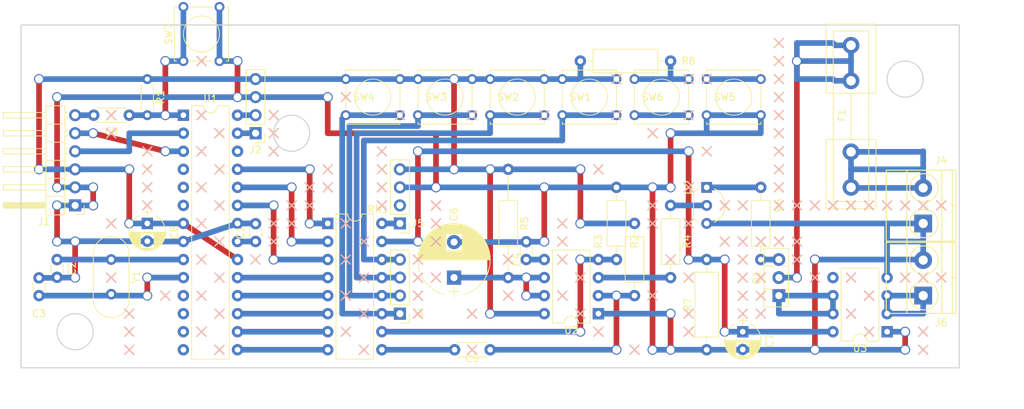
<source format=kicad_pcb>
(kicad_pcb (version 4) (host pcbnew 4.0.7)

  (general
    (links 107)
    (no_connects 2)
    (area 20.244999 20.244999 152.475001 68.655001)
    (thickness 1.6)
    (drawings 281)
    (tracks 283)
    (zones 0)
    (modules 38)
    (nets 50)
  )

  (page A4)
  (title_block
    (title "Blinds Control KiCad")
    (date 2018-03-03)
    (rev 1)
    (company "By Megasaturnv")
    (comment 1 "For Veroboard / Stripboard")
  )

  (layers
    (0 F.Cu signal)
    (31 B.Cu signal)
    (32 B.Adhes user hide)
    (33 F.Adhes user hide)
    (34 B.Paste user hide)
    (35 F.Paste user hide)
    (36 B.SilkS user)
    (37 F.SilkS user)
    (38 B.Mask user hide)
    (39 F.Mask user hide)
    (40 Dwgs.User user)
    (41 Cmts.User user hide)
    (42 Eco1.User user hide)
    (43 Eco2.User user hide)
    (44 Edge.Cuts user)
    (45 Margin user hide)
    (46 B.CrtYd user hide)
    (47 F.CrtYd user hide)
    (48 B.Fab user hide)
    (49 F.Fab user hide)
  )

  (setup
    (last_trace_width 0.8)
    (trace_clearance 0.1)
    (zone_clearance 0.508)
    (zone_45_only yes)
    (trace_min 0.2)
    (segment_width 0.2)
    (edge_width 0.15)
    (via_size 1.4)
    (via_drill 1.1)
    (via_min_size 0.4)
    (via_min_drill 0.3)
    (uvia_size 0.3)
    (uvia_drill 0.1)
    (uvias_allowed no)
    (uvia_min_size 0.2)
    (uvia_min_drill 0.1)
    (pcb_text_width 0.3)
    (pcb_text_size 1.5 1.5)
    (mod_edge_width 0.15)
    (mod_text_size 1 1)
    (mod_text_width 0.15)
    (pad_size 1.524 1.524)
    (pad_drill 0.762)
    (pad_to_mask_clearance 0.2)
    (aux_axis_origin 0 0)
    (visible_elements 7FFFFFFF)
    (pcbplotparams
      (layerselection 0x00030_80000001)
      (usegerberextensions false)
      (excludeedgelayer true)
      (linewidth 0.100000)
      (plotframeref false)
      (viasonmask false)
      (mode 1)
      (useauxorigin false)
      (hpglpennumber 1)
      (hpglpenspeed 20)
      (hpglpendiameter 15)
      (hpglpenoverlay 2)
      (psnegative false)
      (psa4output false)
      (plotreference true)
      (plotvalue true)
      (plotinvisibletext false)
      (padsonsilk false)
      (subtractmaskfromsilk false)
      (outputformat 1)
      (mirror false)
      (drillshape 1)
      (scaleselection 1)
      (outputdirectory ""))
  )

  (net 0 "")
  (net 1 "Net-(C1-Pad1)")
  (net 2 GND)
  (net 3 /OSC1)
  (net 4 /OSC2)
  (net 5 "Net-(C4-Pad1)")
  (net 6 "Net-(C5-Pad1)")
  (net 7 /9)
  (net 8 "Net-(C6-Pad1)")
  (net 9 /DTR)
  (net 10 /TX)
  (net 11 /RX)
  (net 12 VCC)
  (net 13 "Net-(J2-Pad1)")
  (net 14 "Net-(J2-Pad2)")
  (net 15 /11)
  (net 16 /12)
  (net 17 /13)
  (net 18 /14)
  (net 19 "Net-(Q1-Pad1)")
  (net 20 "Net-(Q1-Pad3)")
  (net 21 "Net-(Q2-Pad2)")
  (net 22 "Net-(Q2-Pad1)")
  (net 23 /10)
  (net 24 "Net-(R4-Pad2)")
  (net 25 "Net-(RN1-Pad1)")
  (net 26 /16)
  (net 27 "Net-(RN1-Pad2)")
  (net 28 /15)
  (net 29 "Net-(RN1-Pad3)")
  (net 30 "Net-(RN1-Pad4)")
  (net 31 "Net-(RN1-Pad5)")
  (net 32 "Net-(RN1-Pad6)")
  (net 33 "Net-(RN1-Pad7)")
  (net 34 "Net-(RN1-Pad8)")
  (net 35 +12V)
  (net 36 "Net-(J5-Pad2)")
  (net 37 "Net-(U1-Pad4)")
  (net 38 "Net-(U1-Pad5)")
  (net 39 "Net-(U1-Pad6)")
  (net 40 "Net-(U1-Pad11)")
  (net 41 "Net-(U1-Pad12)")
  (net 42 "Net-(U1-Pad26)")
  (net 43 "Net-(U1-Pad13)")
  (net 44 "Net-(U1-Pad14)")
  (net 45 "Net-(U3-Pad5)")
  (net 46 "Net-(F1-Pad2)")
  (net 47 "Net-(F1-Pad1)")
  (net 48 "Net-(R8-Pad1)")
  (net 49 /ATM_RES)

  (net_class Default "This is the default net class."
    (clearance 0.1)
    (trace_width 0.8)
    (via_dia 1.4)
    (via_drill 1.1)
    (uvia_dia 0.3)
    (uvia_drill 0.1)
    (add_net +12V)
    (add_net /10)
    (add_net /11)
    (add_net /12)
    (add_net /13)
    (add_net /14)
    (add_net /15)
    (add_net /16)
    (add_net /9)
    (add_net /ATM_RES)
    (add_net /DTR)
    (add_net /OSC1)
    (add_net /OSC2)
    (add_net /RX)
    (add_net /TX)
    (add_net GND)
    (add_net "Net-(C1-Pad1)")
    (add_net "Net-(C4-Pad1)")
    (add_net "Net-(C5-Pad1)")
    (add_net "Net-(C6-Pad1)")
    (add_net "Net-(F1-Pad1)")
    (add_net "Net-(F1-Pad2)")
    (add_net "Net-(J2-Pad1)")
    (add_net "Net-(J2-Pad2)")
    (add_net "Net-(J5-Pad2)")
    (add_net "Net-(Q1-Pad1)")
    (add_net "Net-(Q1-Pad3)")
    (add_net "Net-(Q2-Pad1)")
    (add_net "Net-(Q2-Pad2)")
    (add_net "Net-(R4-Pad2)")
    (add_net "Net-(R8-Pad1)")
    (add_net "Net-(RN1-Pad1)")
    (add_net "Net-(RN1-Pad2)")
    (add_net "Net-(RN1-Pad3)")
    (add_net "Net-(RN1-Pad4)")
    (add_net "Net-(RN1-Pad5)")
    (add_net "Net-(RN1-Pad6)")
    (add_net "Net-(RN1-Pad7)")
    (add_net "Net-(RN1-Pad8)")
    (add_net "Net-(U1-Pad11)")
    (add_net "Net-(U1-Pad12)")
    (add_net "Net-(U1-Pad13)")
    (add_net "Net-(U1-Pad14)")
    (add_net "Net-(U1-Pad26)")
    (add_net "Net-(U1-Pad4)")
    (add_net "Net-(U1-Pad5)")
    (add_net "Net-(U1-Pad6)")
    (add_net "Net-(U3-Pad5)")
    (add_net VCC)
  )

  (module Fuse_Holders_and_Fuses:Fuseholder5x20_horiz_open_inline_Type-I (layer F.Cu) (tedit 5A119831) (tstamp 5A076F46)
    (at 137.16 43.18 90)
    (descr "Fuseholder, 5x20, open, horizontal, Type-I, Inline,")
    (tags "Fuseholder 5x20 open horizontal Type-I Inline Sicherungshalter offen ")
    (path /5A079565)
    (fp_text reference F1 (at 10.16 -1.27 90) (layer F.SilkS)
      (effects (font (size 1 1) (thickness 0.15)))
    )
    (fp_text value 1A (at 10.16 1.27 90) (layer F.Fab)
      (effects (font (size 1 1) (thickness 0.15)))
    )
    (fp_line (start 5 0) (end 15 0) (layer F.Fab) (width 0.1))
    (fp_line (start -2 -2.5) (end 22 -2.5) (layer F.Fab) (width 0.1))
    (fp_line (start 22 -2.5) (end 22 2.5) (layer F.Fab) (width 0.1))
    (fp_line (start 22 2.5) (end -2 2.5) (layer F.Fab) (width 0.1))
    (fp_line (start -2 2.5) (end -2 -2.5) (layer F.Fab) (width 0.1))
    (fp_line (start 13.35 -3.4) (end 13.35 3.4) (layer F.Fab) (width 0.1))
    (fp_line (start 13.35 3.4) (end 22.9 3.4) (layer F.Fab) (width 0.1))
    (fp_line (start 22.9 3.4) (end 22.9 -3.4) (layer F.Fab) (width 0.1))
    (fp_line (start 22.9 -3.4) (end 13.35 -3.4) (layer F.Fab) (width 0.1))
    (fp_line (start -2.95 -3.4) (end 6.65 -3.4) (layer F.Fab) (width 0.1))
    (fp_line (start 6.65 -3.4) (end 6.65 3.4) (layer F.Fab) (width 0.1))
    (fp_line (start 6.65 3.4) (end -2.9 3.4) (layer F.Fab) (width 0.1))
    (fp_line (start -2.9 3.4) (end -2.9 -3.4) (layer F.Fab) (width 0.1))
    (fp_line (start 13.25 0) (end 6.75 0) (layer F.SilkS) (width 0.12))
    (fp_line (start 13.25 -3.5) (end 13.25 3.5) (layer F.SilkS) (width 0.12))
    (fp_line (start 22 3.5) (end 13.25 3.5) (layer F.SilkS) (width 0.12))
    (fp_line (start 22 -3.5) (end 13.25 -3.5) (layer F.SilkS) (width 0.12))
    (fp_line (start -0.75 2.5) (end -2 2.5) (layer F.SilkS) (width 0.12))
    (fp_line (start -0.5 -2.5) (end -2 -2.5) (layer F.SilkS) (width 0.12))
    (fp_line (start 11.5 2.5) (end -0.75 2.5) (layer F.SilkS) (width 0.12))
    (fp_line (start 11.25 -2.5) (end -0.5 -2.5) (layer F.SilkS) (width 0.12))
    (fp_line (start 22 2.5) (end 11.5 2.5) (layer F.SilkS) (width 0.12))
    (fp_line (start 22 -2.5) (end 11.25 -2.5) (layer F.SilkS) (width 0.12))
    (fp_line (start 22 -2.5) (end 22 2.5) (layer F.SilkS) (width 0.12))
    (fp_line (start 23 -3.5) (end 22 -3.5) (layer F.SilkS) (width 0.12))
    (fp_line (start 23 -3.5) (end 23 3.5) (layer F.SilkS) (width 0.12))
    (fp_line (start 23 3.5) (end 22 3.5) (layer F.SilkS) (width 0.12))
    (fp_line (start -2 -2.5) (end -2 2.5) (layer F.SilkS) (width 0.12))
    (fp_line (start 6.75 -3.5) (end -3 -3.5) (layer F.SilkS) (width 0.12))
    (fp_line (start -3 -3.5) (end -3 3.5) (layer F.SilkS) (width 0.12))
    (fp_line (start 6.75 3.5) (end -3 3.5) (layer F.SilkS) (width 0.12))
    (fp_line (start 6.75 -3.5) (end 6.75 3.5) (layer F.SilkS) (width 0.12))
    (fp_line (start -3.2 -3.65) (end 23.15 -3.65) (layer F.CrtYd) (width 0.05))
    (fp_line (start -3.2 -3.65) (end -3.2 3.65) (layer F.CrtYd) (width 0.05))
    (fp_line (start 23.15 3.65) (end 23.15 -3.65) (layer F.CrtYd) (width 0.05))
    (fp_line (start 23.15 3.65) (end -3.2 3.65) (layer F.CrtYd) (width 0.05))
    (pad 2 thru_hole circle (at 15 0 90) (size 2.35 2.35) (drill 1.35) (layers *.Cu *.Mask)
      (net 46 "Net-(F1-Pad2)"))
    (pad 2 thru_hole circle (at 20 0 90) (size 2.35 2.35) (drill 1.35) (layers *.Cu *.Mask)
      (net 46 "Net-(F1-Pad2)"))
    (pad 1 thru_hole circle (at 5 0 90) (size 2.35 2.35) (drill 1.35) (layers *.Cu *.Mask)
      (net 47 "Net-(F1-Pad1)"))
    (pad 1 thru_hole circle (at 0 0 90) (size 2.35 2.35) (drill 1.35) (layers *.Cu *.Mask)
      (net 47 "Net-(F1-Pad1)"))
  )

  (module Capacitors_THT:C_Disc_D3.0mm_W1.6mm_P2.50mm (layer F.Cu) (tedit 597BC7C2) (tstamp 5A075AE9)
    (at 53.34 50.8 90)
    (descr "C, Disc series, Radial, pin pitch=2.50mm, , diameter*width=3.0*1.6mm^2, Capacitor, http://www.vishay.com/docs/45233/krseries.pdf")
    (tags "C Disc series Radial pin pitch 2.50mm  diameter 3.0mm width 1.6mm Capacitor")
    (path /5A06341E)
    (fp_text reference C1 (at 1.25 -2.11 90) (layer F.SilkS)
      (effects (font (size 1 1) (thickness 0.15)))
    )
    (fp_text value 100nF (at 1.25 2.11 90) (layer F.Fab)
      (effects (font (size 1 1) (thickness 0.15)))
    )
    (fp_line (start -0.25 -0.8) (end -0.25 0.8) (layer F.Fab) (width 0.1))
    (fp_line (start -0.25 0.8) (end 2.75 0.8) (layer F.Fab) (width 0.1))
    (fp_line (start 2.75 0.8) (end 2.75 -0.8) (layer F.Fab) (width 0.1))
    (fp_line (start 2.75 -0.8) (end -0.25 -0.8) (layer F.Fab) (width 0.1))
    (fp_line (start 0.663 -0.861) (end 1.837 -0.861) (layer F.SilkS) (width 0.12))
    (fp_line (start 0.663 0.861) (end 1.837 0.861) (layer F.SilkS) (width 0.12))
    (fp_line (start -1.05 -1.15) (end -1.05 1.15) (layer F.CrtYd) (width 0.05))
    (fp_line (start -1.05 1.15) (end 3.55 1.15) (layer F.CrtYd) (width 0.05))
    (fp_line (start 3.55 1.15) (end 3.55 -1.15) (layer F.CrtYd) (width 0.05))
    (fp_line (start 3.55 -1.15) (end -1.05 -1.15) (layer F.CrtYd) (width 0.05))
    (fp_text user %R (at 1.25 0 90) (layer F.Fab)
      (effects (font (size 1 1) (thickness 0.15)))
    )
    (pad 1 thru_hole circle (at 0 0 90) (size 1.6 1.6) (drill 0.8) (layers *.Cu *.Mask)
      (net 1 "Net-(C1-Pad1)"))
    (pad 2 thru_hole circle (at 2.5 0 90) (size 1.6 1.6) (drill 0.8) (layers *.Cu *.Mask)
      (net 2 GND))
    (model ${KISYS3DMOD}/Capacitors_THT.3dshapes/C_Disc_D3.0mm_W1.6mm_P2.50mm.wrl
      (at (xyz 0 0 0))
      (scale (xyz 1 1 1))
      (rotate (xyz 0 0 0))
    )
  )

  (module Capacitors_THT:C_Disc_D3.0mm_W1.6mm_P2.50mm (layer F.Cu) (tedit 597BC7C2) (tstamp 5A075AEF)
    (at 25.4 53.34 270)
    (descr "C, Disc series, Radial, pin pitch=2.50mm, , diameter*width=3.0*1.6mm^2, Capacitor, http://www.vishay.com/docs/45233/krseries.pdf")
    (tags "C Disc series Radial pin pitch 2.50mm  diameter 3.0mm width 1.6mm Capacitor")
    (path /5A09BAFC)
    (fp_text reference C2 (at 1.25 -2.11 270) (layer F.SilkS)
      (effects (font (size 1 1) (thickness 0.15)))
    )
    (fp_text value 22pF (at 1.25 2.11 270) (layer F.Fab)
      (effects (font (size 1 1) (thickness 0.15)))
    )
    (fp_line (start -0.25 -0.8) (end -0.25 0.8) (layer F.Fab) (width 0.1))
    (fp_line (start -0.25 0.8) (end 2.75 0.8) (layer F.Fab) (width 0.1))
    (fp_line (start 2.75 0.8) (end 2.75 -0.8) (layer F.Fab) (width 0.1))
    (fp_line (start 2.75 -0.8) (end -0.25 -0.8) (layer F.Fab) (width 0.1))
    (fp_line (start 0.663 -0.861) (end 1.837 -0.861) (layer F.SilkS) (width 0.12))
    (fp_line (start 0.663 0.861) (end 1.837 0.861) (layer F.SilkS) (width 0.12))
    (fp_line (start -1.05 -1.15) (end -1.05 1.15) (layer F.CrtYd) (width 0.05))
    (fp_line (start -1.05 1.15) (end 3.55 1.15) (layer F.CrtYd) (width 0.05))
    (fp_line (start 3.55 1.15) (end 3.55 -1.15) (layer F.CrtYd) (width 0.05))
    (fp_line (start 3.55 -1.15) (end -1.05 -1.15) (layer F.CrtYd) (width 0.05))
    (fp_text user %R (at 1.25 0 270) (layer F.Fab)
      (effects (font (size 1 1) (thickness 0.15)))
    )
    (pad 1 thru_hole circle (at 0 0 270) (size 1.6 1.6) (drill 0.8) (layers *.Cu *.Mask)
      (net 3 /OSC1))
    (pad 2 thru_hole circle (at 2.5 0 270) (size 1.6 1.6) (drill 0.8) (layers *.Cu *.Mask)
      (net 2 GND))
    (model ${KISYS3DMOD}/Capacitors_THT.3dshapes/C_Disc_D3.0mm_W1.6mm_P2.50mm.wrl
      (at (xyz 0 0 0))
      (scale (xyz 1 1 1))
      (rotate (xyz 0 0 0))
    )
  )

  (module Capacitors_THT:C_Disc_D3.0mm_W1.6mm_P2.50mm (layer F.Cu) (tedit 5A079F64) (tstamp 5A075AF5)
    (at 22.86 58.42 90)
    (descr "C, Disc series, Radial, pin pitch=2.50mm, , diameter*width=3.0*1.6mm^2, Capacitor, http://www.vishay.com/docs/45233/krseries.pdf")
    (tags "C Disc series Radial pin pitch 2.50mm  diameter 3.0mm width 1.6mm Capacitor")
    (path /5A09BB68)
    (fp_text reference C3 (at -2.54 0 180) (layer F.SilkS)
      (effects (font (size 1 1) (thickness 0.15)))
    )
    (fp_text value 22pF (at 1.25 2.11 90) (layer F.Fab)
      (effects (font (size 1 1) (thickness 0.15)))
    )
    (fp_line (start -0.25 -0.8) (end -0.25 0.8) (layer F.Fab) (width 0.1))
    (fp_line (start -0.25 0.8) (end 2.75 0.8) (layer F.Fab) (width 0.1))
    (fp_line (start 2.75 0.8) (end 2.75 -0.8) (layer F.Fab) (width 0.1))
    (fp_line (start 2.75 -0.8) (end -0.25 -0.8) (layer F.Fab) (width 0.1))
    (fp_line (start 0.663 -0.861) (end 1.837 -0.861) (layer F.SilkS) (width 0.12))
    (fp_line (start 0.663 0.861) (end 1.837 0.861) (layer F.SilkS) (width 0.12))
    (fp_line (start -1.05 -1.15) (end -1.05 1.15) (layer F.CrtYd) (width 0.05))
    (fp_line (start -1.05 1.15) (end 3.55 1.15) (layer F.CrtYd) (width 0.05))
    (fp_line (start 3.55 1.15) (end 3.55 -1.15) (layer F.CrtYd) (width 0.05))
    (fp_line (start 3.55 -1.15) (end -1.05 -1.15) (layer F.CrtYd) (width 0.05))
    (fp_text user %R (at 1.25 0 90) (layer F.Fab)
      (effects (font (size 1 1) (thickness 0.15)))
    )
    (pad 1 thru_hole circle (at 0 0 90) (size 1.6 1.6) (drill 0.8) (layers *.Cu *.Mask)
      (net 4 /OSC2))
    (pad 2 thru_hole circle (at 2.5 0 90) (size 1.6 1.6) (drill 0.8) (layers *.Cu *.Mask)
      (net 2 GND))
    (model ${KISYS3DMOD}/Capacitors_THT.3dshapes/C_Disc_D3.0mm_W1.6mm_P2.50mm.wrl
      (at (xyz 0 0 0))
      (scale (xyz 1 1 1))
      (rotate (xyz 0 0 0))
    )
  )

  (module Capacitors_THT:C_Disc_D3.0mm_W1.6mm_P2.50mm (layer F.Cu) (tedit 5A077D04) (tstamp 5A075AFB)
    (at 91.44 53.34 90)
    (descr "C, Disc series, Radial, pin pitch=2.50mm, , diameter*width=3.0*1.6mm^2, Capacitor, http://www.vishay.com/docs/45233/krseries.pdf")
    (tags "C Disc series Radial pin pitch 2.50mm  diameter 3.0mm width 1.6mm Capacitor")
    (path /5A04B3E8)
    (fp_text reference C4 (at 0 -1.27 90) (layer F.SilkS)
      (effects (font (size 1 1) (thickness 0.15)))
    )
    (fp_text value 100nF (at 1.27 1.27 90) (layer F.Fab)
      (effects (font (size 1 1) (thickness 0.15)))
    )
    (fp_line (start -0.25 -0.8) (end -0.25 0.8) (layer F.Fab) (width 0.1))
    (fp_line (start -0.25 0.8) (end 2.75 0.8) (layer F.Fab) (width 0.1))
    (fp_line (start 2.75 0.8) (end 2.75 -0.8) (layer F.Fab) (width 0.1))
    (fp_line (start 2.75 -0.8) (end -0.25 -0.8) (layer F.Fab) (width 0.1))
    (fp_line (start 0.663 -0.861) (end 1.837 -0.861) (layer F.SilkS) (width 0.12))
    (fp_line (start 0.663 0.861) (end 1.837 0.861) (layer F.SilkS) (width 0.12))
    (fp_line (start -1.05 -1.15) (end -1.05 1.15) (layer F.CrtYd) (width 0.05))
    (fp_line (start -1.05 1.15) (end 3.55 1.15) (layer F.CrtYd) (width 0.05))
    (fp_line (start 3.55 1.15) (end 3.55 -1.15) (layer F.CrtYd) (width 0.05))
    (fp_line (start 3.55 -1.15) (end -1.05 -1.15) (layer F.CrtYd) (width 0.05))
    (fp_text user %R (at 1.25 0 90) (layer F.Fab)
      (effects (font (size 1 1) (thickness 0.15)))
    )
    (pad 1 thru_hole circle (at 0 0 90) (size 1.6 1.6) (drill 0.8) (layers *.Cu *.Mask)
      (net 5 "Net-(C4-Pad1)"))
    (pad 2 thru_hole circle (at 2.5 0 90) (size 1.6 1.6) (drill 0.8) (layers *.Cu *.Mask)
      (net 2 GND))
    (model ${KISYS3DMOD}/Capacitors_THT.3dshapes/C_Disc_D3.0mm_W1.6mm_P2.50mm.wrl
      (at (xyz 0 0 0))
      (scale (xyz 1 1 1))
      (rotate (xyz 0 0 0))
    )
  )

  (module Capacitors_THT:CP_Radial_D10.0mm_P5.00mm (layer F.Cu) (tedit 5A077CFE) (tstamp 5A075B07)
    (at 81.28 55.88 90)
    (descr "CP, Radial series, Radial, pin pitch=5.00mm, , diameter=10mm, Electrolytic Capacitor")
    (tags "CP Radial series Radial pin pitch 5.00mm  diameter 10mm Electrolytic Capacitor")
    (path /5A07E62A)
    (fp_text reference C6 (at 8.89 0 90) (layer F.SilkS)
      (effects (font (size 1 1) (thickness 0.15)))
    )
    (fp_text value 1000uF (at 3.81 2.54 90) (layer F.Fab)
      (effects (font (size 1 1) (thickness 0.15)))
    )
    (fp_arc (start 2.5 0) (end -2.399357 -1.38) (angle 148.5) (layer F.SilkS) (width 0.12))
    (fp_arc (start 2.5 0) (end -2.399357 1.38) (angle -148.5) (layer F.SilkS) (width 0.12))
    (fp_arc (start 2.5 0) (end 7.399357 -1.38) (angle 31.5) (layer F.SilkS) (width 0.12))
    (fp_circle (center 2.5 0) (end 7.5 0) (layer F.Fab) (width 0.1))
    (fp_line (start -2.7 0) (end -1.2 0) (layer F.Fab) (width 0.1))
    (fp_line (start -1.95 -0.75) (end -1.95 0.75) (layer F.Fab) (width 0.1))
    (fp_line (start 2.5 -5.05) (end 2.5 5.05) (layer F.SilkS) (width 0.12))
    (fp_line (start 2.54 -5.05) (end 2.54 5.05) (layer F.SilkS) (width 0.12))
    (fp_line (start 2.58 -5.05) (end 2.58 5.05) (layer F.SilkS) (width 0.12))
    (fp_line (start 2.62 -5.049) (end 2.62 5.049) (layer F.SilkS) (width 0.12))
    (fp_line (start 2.66 -5.048) (end 2.66 5.048) (layer F.SilkS) (width 0.12))
    (fp_line (start 2.7 -5.047) (end 2.7 5.047) (layer F.SilkS) (width 0.12))
    (fp_line (start 2.74 -5.045) (end 2.74 5.045) (layer F.SilkS) (width 0.12))
    (fp_line (start 2.78 -5.043) (end 2.78 5.043) (layer F.SilkS) (width 0.12))
    (fp_line (start 2.82 -5.04) (end 2.82 5.04) (layer F.SilkS) (width 0.12))
    (fp_line (start 2.86 -5.038) (end 2.86 5.038) (layer F.SilkS) (width 0.12))
    (fp_line (start 2.9 -5.035) (end 2.9 5.035) (layer F.SilkS) (width 0.12))
    (fp_line (start 2.94 -5.031) (end 2.94 5.031) (layer F.SilkS) (width 0.12))
    (fp_line (start 2.98 -5.028) (end 2.98 5.028) (layer F.SilkS) (width 0.12))
    (fp_line (start 3.02 -5.024) (end 3.02 5.024) (layer F.SilkS) (width 0.12))
    (fp_line (start 3.06 -5.02) (end 3.06 5.02) (layer F.SilkS) (width 0.12))
    (fp_line (start 3.1 -5.015) (end 3.1 5.015) (layer F.SilkS) (width 0.12))
    (fp_line (start 3.14 -5.01) (end 3.14 5.01) (layer F.SilkS) (width 0.12))
    (fp_line (start 3.18 -5.005) (end 3.18 5.005) (layer F.SilkS) (width 0.12))
    (fp_line (start 3.221 -4.999) (end 3.221 4.999) (layer F.SilkS) (width 0.12))
    (fp_line (start 3.261 -4.993) (end 3.261 4.993) (layer F.SilkS) (width 0.12))
    (fp_line (start 3.301 -4.987) (end 3.301 4.987) (layer F.SilkS) (width 0.12))
    (fp_line (start 3.341 -4.981) (end 3.341 4.981) (layer F.SilkS) (width 0.12))
    (fp_line (start 3.381 -4.974) (end 3.381 4.974) (layer F.SilkS) (width 0.12))
    (fp_line (start 3.421 -4.967) (end 3.421 4.967) (layer F.SilkS) (width 0.12))
    (fp_line (start 3.461 -4.959) (end 3.461 4.959) (layer F.SilkS) (width 0.12))
    (fp_line (start 3.501 -4.951) (end 3.501 4.951) (layer F.SilkS) (width 0.12))
    (fp_line (start 3.541 -4.943) (end 3.541 4.943) (layer F.SilkS) (width 0.12))
    (fp_line (start 3.581 -4.935) (end 3.581 4.935) (layer F.SilkS) (width 0.12))
    (fp_line (start 3.621 -4.926) (end 3.621 4.926) (layer F.SilkS) (width 0.12))
    (fp_line (start 3.661 -4.917) (end 3.661 4.917) (layer F.SilkS) (width 0.12))
    (fp_line (start 3.701 -4.907) (end 3.701 4.907) (layer F.SilkS) (width 0.12))
    (fp_line (start 3.741 -4.897) (end 3.741 4.897) (layer F.SilkS) (width 0.12))
    (fp_line (start 3.781 -4.887) (end 3.781 4.887) (layer F.SilkS) (width 0.12))
    (fp_line (start 3.821 -4.876) (end 3.821 -1.181) (layer F.SilkS) (width 0.12))
    (fp_line (start 3.821 1.181) (end 3.821 4.876) (layer F.SilkS) (width 0.12))
    (fp_line (start 3.861 -4.865) (end 3.861 -1.181) (layer F.SilkS) (width 0.12))
    (fp_line (start 3.861 1.181) (end 3.861 4.865) (layer F.SilkS) (width 0.12))
    (fp_line (start 3.901 -4.854) (end 3.901 -1.181) (layer F.SilkS) (width 0.12))
    (fp_line (start 3.901 1.181) (end 3.901 4.854) (layer F.SilkS) (width 0.12))
    (fp_line (start 3.941 -4.843) (end 3.941 -1.181) (layer F.SilkS) (width 0.12))
    (fp_line (start 3.941 1.181) (end 3.941 4.843) (layer F.SilkS) (width 0.12))
    (fp_line (start 3.981 -4.831) (end 3.981 -1.181) (layer F.SilkS) (width 0.12))
    (fp_line (start 3.981 1.181) (end 3.981 4.831) (layer F.SilkS) (width 0.12))
    (fp_line (start 4.021 -4.818) (end 4.021 -1.181) (layer F.SilkS) (width 0.12))
    (fp_line (start 4.021 1.181) (end 4.021 4.818) (layer F.SilkS) (width 0.12))
    (fp_line (start 4.061 -4.806) (end 4.061 -1.181) (layer F.SilkS) (width 0.12))
    (fp_line (start 4.061 1.181) (end 4.061 4.806) (layer F.SilkS) (width 0.12))
    (fp_line (start 4.101 -4.792) (end 4.101 -1.181) (layer F.SilkS) (width 0.12))
    (fp_line (start 4.101 1.181) (end 4.101 4.792) (layer F.SilkS) (width 0.12))
    (fp_line (start 4.141 -4.779) (end 4.141 -1.181) (layer F.SilkS) (width 0.12))
    (fp_line (start 4.141 1.181) (end 4.141 4.779) (layer F.SilkS) (width 0.12))
    (fp_line (start 4.181 -4.765) (end 4.181 -1.181) (layer F.SilkS) (width 0.12))
    (fp_line (start 4.181 1.181) (end 4.181 4.765) (layer F.SilkS) (width 0.12))
    (fp_line (start 4.221 -4.751) (end 4.221 -1.181) (layer F.SilkS) (width 0.12))
    (fp_line (start 4.221 1.181) (end 4.221 4.751) (layer F.SilkS) (width 0.12))
    (fp_line (start 4.261 -4.737) (end 4.261 -1.181) (layer F.SilkS) (width 0.12))
    (fp_line (start 4.261 1.181) (end 4.261 4.737) (layer F.SilkS) (width 0.12))
    (fp_line (start 4.301 -4.722) (end 4.301 -1.181) (layer F.SilkS) (width 0.12))
    (fp_line (start 4.301 1.181) (end 4.301 4.722) (layer F.SilkS) (width 0.12))
    (fp_line (start 4.341 -4.706) (end 4.341 -1.181) (layer F.SilkS) (width 0.12))
    (fp_line (start 4.341 1.181) (end 4.341 4.706) (layer F.SilkS) (width 0.12))
    (fp_line (start 4.381 -4.691) (end 4.381 -1.181) (layer F.SilkS) (width 0.12))
    (fp_line (start 4.381 1.181) (end 4.381 4.691) (layer F.SilkS) (width 0.12))
    (fp_line (start 4.421 -4.674) (end 4.421 -1.181) (layer F.SilkS) (width 0.12))
    (fp_line (start 4.421 1.181) (end 4.421 4.674) (layer F.SilkS) (width 0.12))
    (fp_line (start 4.461 -4.658) (end 4.461 -1.181) (layer F.SilkS) (width 0.12))
    (fp_line (start 4.461 1.181) (end 4.461 4.658) (layer F.SilkS) (width 0.12))
    (fp_line (start 4.501 -4.641) (end 4.501 -1.181) (layer F.SilkS) (width 0.12))
    (fp_line (start 4.501 1.181) (end 4.501 4.641) (layer F.SilkS) (width 0.12))
    (fp_line (start 4.541 -4.624) (end 4.541 -1.181) (layer F.SilkS) (width 0.12))
    (fp_line (start 4.541 1.181) (end 4.541 4.624) (layer F.SilkS) (width 0.12))
    (fp_line (start 4.581 -4.606) (end 4.581 -1.181) (layer F.SilkS) (width 0.12))
    (fp_line (start 4.581 1.181) (end 4.581 4.606) (layer F.SilkS) (width 0.12))
    (fp_line (start 4.621 -4.588) (end 4.621 -1.181) (layer F.SilkS) (width 0.12))
    (fp_line (start 4.621 1.181) (end 4.621 4.588) (layer F.SilkS) (width 0.12))
    (fp_line (start 4.661 -4.569) (end 4.661 -1.181) (layer F.SilkS) (width 0.12))
    (fp_line (start 4.661 1.181) (end 4.661 4.569) (layer F.SilkS) (width 0.12))
    (fp_line (start 4.701 -4.55) (end 4.701 -1.181) (layer F.SilkS) (width 0.12))
    (fp_line (start 4.701 1.181) (end 4.701 4.55) (layer F.SilkS) (width 0.12))
    (fp_line (start 4.741 -4.531) (end 4.741 -1.181) (layer F.SilkS) (width 0.12))
    (fp_line (start 4.741 1.181) (end 4.741 4.531) (layer F.SilkS) (width 0.12))
    (fp_line (start 4.781 -4.511) (end 4.781 -1.181) (layer F.SilkS) (width 0.12))
    (fp_line (start 4.781 1.181) (end 4.781 4.511) (layer F.SilkS) (width 0.12))
    (fp_line (start 4.821 -4.491) (end 4.821 -1.181) (layer F.SilkS) (width 0.12))
    (fp_line (start 4.821 1.181) (end 4.821 4.491) (layer F.SilkS) (width 0.12))
    (fp_line (start 4.861 -4.47) (end 4.861 -1.181) (layer F.SilkS) (width 0.12))
    (fp_line (start 4.861 1.181) (end 4.861 4.47) (layer F.SilkS) (width 0.12))
    (fp_line (start 4.901 -4.449) (end 4.901 -1.181) (layer F.SilkS) (width 0.12))
    (fp_line (start 4.901 1.181) (end 4.901 4.449) (layer F.SilkS) (width 0.12))
    (fp_line (start 4.941 -4.428) (end 4.941 -1.181) (layer F.SilkS) (width 0.12))
    (fp_line (start 4.941 1.181) (end 4.941 4.428) (layer F.SilkS) (width 0.12))
    (fp_line (start 4.981 -4.405) (end 4.981 -1.181) (layer F.SilkS) (width 0.12))
    (fp_line (start 4.981 1.181) (end 4.981 4.405) (layer F.SilkS) (width 0.12))
    (fp_line (start 5.021 -4.383) (end 5.021 -1.181) (layer F.SilkS) (width 0.12))
    (fp_line (start 5.021 1.181) (end 5.021 4.383) (layer F.SilkS) (width 0.12))
    (fp_line (start 5.061 -4.36) (end 5.061 -1.181) (layer F.SilkS) (width 0.12))
    (fp_line (start 5.061 1.181) (end 5.061 4.36) (layer F.SilkS) (width 0.12))
    (fp_line (start 5.101 -4.336) (end 5.101 -1.181) (layer F.SilkS) (width 0.12))
    (fp_line (start 5.101 1.181) (end 5.101 4.336) (layer F.SilkS) (width 0.12))
    (fp_line (start 5.141 -4.312) (end 5.141 -1.181) (layer F.SilkS) (width 0.12))
    (fp_line (start 5.141 1.181) (end 5.141 4.312) (layer F.SilkS) (width 0.12))
    (fp_line (start 5.181 -4.288) (end 5.181 -1.181) (layer F.SilkS) (width 0.12))
    (fp_line (start 5.181 1.181) (end 5.181 4.288) (layer F.SilkS) (width 0.12))
    (fp_line (start 5.221 -4.263) (end 5.221 -1.181) (layer F.SilkS) (width 0.12))
    (fp_line (start 5.221 1.181) (end 5.221 4.263) (layer F.SilkS) (width 0.12))
    (fp_line (start 5.261 -4.237) (end 5.261 -1.181) (layer F.SilkS) (width 0.12))
    (fp_line (start 5.261 1.181) (end 5.261 4.237) (layer F.SilkS) (width 0.12))
    (fp_line (start 5.301 -4.211) (end 5.301 -1.181) (layer F.SilkS) (width 0.12))
    (fp_line (start 5.301 1.181) (end 5.301 4.211) (layer F.SilkS) (width 0.12))
    (fp_line (start 5.341 -4.185) (end 5.341 -1.181) (layer F.SilkS) (width 0.12))
    (fp_line (start 5.341 1.181) (end 5.341 4.185) (layer F.SilkS) (width 0.12))
    (fp_line (start 5.381 -4.157) (end 5.381 -1.181) (layer F.SilkS) (width 0.12))
    (fp_line (start 5.381 1.181) (end 5.381 4.157) (layer F.SilkS) (width 0.12))
    (fp_line (start 5.421 -4.13) (end 5.421 -1.181) (layer F.SilkS) (width 0.12))
    (fp_line (start 5.421 1.181) (end 5.421 4.13) (layer F.SilkS) (width 0.12))
    (fp_line (start 5.461 -4.101) (end 5.461 -1.181) (layer F.SilkS) (width 0.12))
    (fp_line (start 5.461 1.181) (end 5.461 4.101) (layer F.SilkS) (width 0.12))
    (fp_line (start 5.501 -4.072) (end 5.501 -1.181) (layer F.SilkS) (width 0.12))
    (fp_line (start 5.501 1.181) (end 5.501 4.072) (layer F.SilkS) (width 0.12))
    (fp_line (start 5.541 -4.043) (end 5.541 -1.181) (layer F.SilkS) (width 0.12))
    (fp_line (start 5.541 1.181) (end 5.541 4.043) (layer F.SilkS) (width 0.12))
    (fp_line (start 5.581 -4.013) (end 5.581 -1.181) (layer F.SilkS) (width 0.12))
    (fp_line (start 5.581 1.181) (end 5.581 4.013) (layer F.SilkS) (width 0.12))
    (fp_line (start 5.621 -3.982) (end 5.621 -1.181) (layer F.SilkS) (width 0.12))
    (fp_line (start 5.621 1.181) (end 5.621 3.982) (layer F.SilkS) (width 0.12))
    (fp_line (start 5.661 -3.951) (end 5.661 -1.181) (layer F.SilkS) (width 0.12))
    (fp_line (start 5.661 1.181) (end 5.661 3.951) (layer F.SilkS) (width 0.12))
    (fp_line (start 5.701 -3.919) (end 5.701 -1.181) (layer F.SilkS) (width 0.12))
    (fp_line (start 5.701 1.181) (end 5.701 3.919) (layer F.SilkS) (width 0.12))
    (fp_line (start 5.741 -3.886) (end 5.741 -1.181) (layer F.SilkS) (width 0.12))
    (fp_line (start 5.741 1.181) (end 5.741 3.886) (layer F.SilkS) (width 0.12))
    (fp_line (start 5.781 -3.853) (end 5.781 -1.181) (layer F.SilkS) (width 0.12))
    (fp_line (start 5.781 1.181) (end 5.781 3.853) (layer F.SilkS) (width 0.12))
    (fp_line (start 5.821 -3.819) (end 5.821 -1.181) (layer F.SilkS) (width 0.12))
    (fp_line (start 5.821 1.181) (end 5.821 3.819) (layer F.SilkS) (width 0.12))
    (fp_line (start 5.861 -3.784) (end 5.861 -1.181) (layer F.SilkS) (width 0.12))
    (fp_line (start 5.861 1.181) (end 5.861 3.784) (layer F.SilkS) (width 0.12))
    (fp_line (start 5.901 -3.748) (end 5.901 -1.181) (layer F.SilkS) (width 0.12))
    (fp_line (start 5.901 1.181) (end 5.901 3.748) (layer F.SilkS) (width 0.12))
    (fp_line (start 5.941 -3.712) (end 5.941 -1.181) (layer F.SilkS) (width 0.12))
    (fp_line (start 5.941 1.181) (end 5.941 3.712) (layer F.SilkS) (width 0.12))
    (fp_line (start 5.981 -3.675) (end 5.981 -1.181) (layer F.SilkS) (width 0.12))
    (fp_line (start 5.981 1.181) (end 5.981 3.675) (layer F.SilkS) (width 0.12))
    (fp_line (start 6.021 -3.637) (end 6.021 -1.181) (layer F.SilkS) (width 0.12))
    (fp_line (start 6.021 1.181) (end 6.021 3.637) (layer F.SilkS) (width 0.12))
    (fp_line (start 6.061 -3.598) (end 6.061 -1.181) (layer F.SilkS) (width 0.12))
    (fp_line (start 6.061 1.181) (end 6.061 3.598) (layer F.SilkS) (width 0.12))
    (fp_line (start 6.101 -3.559) (end 6.101 -1.181) (layer F.SilkS) (width 0.12))
    (fp_line (start 6.101 1.181) (end 6.101 3.559) (layer F.SilkS) (width 0.12))
    (fp_line (start 6.141 -3.518) (end 6.141 -1.181) (layer F.SilkS) (width 0.12))
    (fp_line (start 6.141 1.181) (end 6.141 3.518) (layer F.SilkS) (width 0.12))
    (fp_line (start 6.181 -3.477) (end 6.181 3.477) (layer F.SilkS) (width 0.12))
    (fp_line (start 6.221 -3.435) (end 6.221 3.435) (layer F.SilkS) (width 0.12))
    (fp_line (start 6.261 -3.391) (end 6.261 3.391) (layer F.SilkS) (width 0.12))
    (fp_line (start 6.301 -3.347) (end 6.301 3.347) (layer F.SilkS) (width 0.12))
    (fp_line (start 6.341 -3.302) (end 6.341 3.302) (layer F.SilkS) (width 0.12))
    (fp_line (start 6.381 -3.255) (end 6.381 3.255) (layer F.SilkS) (width 0.12))
    (fp_line (start 6.421 -3.207) (end 6.421 3.207) (layer F.SilkS) (width 0.12))
    (fp_line (start 6.461 -3.158) (end 6.461 3.158) (layer F.SilkS) (width 0.12))
    (fp_line (start 6.501 -3.108) (end 6.501 3.108) (layer F.SilkS) (width 0.12))
    (fp_line (start 6.541 -3.057) (end 6.541 3.057) (layer F.SilkS) (width 0.12))
    (fp_line (start 6.581 -3.004) (end 6.581 3.004) (layer F.SilkS) (width 0.12))
    (fp_line (start 6.621 -2.949) (end 6.621 2.949) (layer F.SilkS) (width 0.12))
    (fp_line (start 6.661 -2.894) (end 6.661 2.894) (layer F.SilkS) (width 0.12))
    (fp_line (start 6.701 -2.836) (end 6.701 2.836) (layer F.SilkS) (width 0.12))
    (fp_line (start 6.741 -2.777) (end 6.741 2.777) (layer F.SilkS) (width 0.12))
    (fp_line (start 6.781 -2.715) (end 6.781 2.715) (layer F.SilkS) (width 0.12))
    (fp_line (start 6.821 -2.652) (end 6.821 2.652) (layer F.SilkS) (width 0.12))
    (fp_line (start 6.861 -2.587) (end 6.861 2.587) (layer F.SilkS) (width 0.12))
    (fp_line (start 6.901 -2.519) (end 6.901 2.519) (layer F.SilkS) (width 0.12))
    (fp_line (start 6.941 -2.449) (end 6.941 2.449) (layer F.SilkS) (width 0.12))
    (fp_line (start 6.981 -2.377) (end 6.981 2.377) (layer F.SilkS) (width 0.12))
    (fp_line (start 7.021 -2.301) (end 7.021 2.301) (layer F.SilkS) (width 0.12))
    (fp_line (start 7.061 -2.222) (end 7.061 2.222) (layer F.SilkS) (width 0.12))
    (fp_line (start 7.101 -2.14) (end 7.101 2.14) (layer F.SilkS) (width 0.12))
    (fp_line (start 7.141 -2.053) (end 7.141 2.053) (layer F.SilkS) (width 0.12))
    (fp_line (start 7.181 -1.962) (end 7.181 1.962) (layer F.SilkS) (width 0.12))
    (fp_line (start 7.221 -1.866) (end 7.221 1.866) (layer F.SilkS) (width 0.12))
    (fp_line (start 7.261 -1.763) (end 7.261 1.763) (layer F.SilkS) (width 0.12))
    (fp_line (start 7.301 -1.654) (end 7.301 1.654) (layer F.SilkS) (width 0.12))
    (fp_line (start 7.341 -1.536) (end 7.341 1.536) (layer F.SilkS) (width 0.12))
    (fp_line (start 7.381 -1.407) (end 7.381 1.407) (layer F.SilkS) (width 0.12))
    (fp_line (start 7.421 -1.265) (end 7.421 1.265) (layer F.SilkS) (width 0.12))
    (fp_line (start 7.461 -1.104) (end 7.461 1.104) (layer F.SilkS) (width 0.12))
    (fp_line (start 7.501 -0.913) (end 7.501 0.913) (layer F.SilkS) (width 0.12))
    (fp_line (start 7.541 -0.672) (end 7.541 0.672) (layer F.SilkS) (width 0.12))
    (fp_line (start 7.581 -0.279) (end 7.581 0.279) (layer F.SilkS) (width 0.12))
    (fp_line (start -2.7 0) (end -1.2 0) (layer F.SilkS) (width 0.12))
    (fp_line (start -1.95 -0.75) (end -1.95 0.75) (layer F.SilkS) (width 0.12))
    (fp_line (start -2.85 -5.35) (end -2.85 5.35) (layer F.CrtYd) (width 0.05))
    (fp_line (start -2.85 5.35) (end 7.85 5.35) (layer F.CrtYd) (width 0.05))
    (fp_line (start 7.85 5.35) (end 7.85 -5.35) (layer F.CrtYd) (width 0.05))
    (fp_line (start 7.85 -5.35) (end -2.85 -5.35) (layer F.CrtYd) (width 0.05))
    (fp_text user %R (at 2.5 0 90) (layer F.Fab)
      (effects (font (size 1 1) (thickness 0.15)))
    )
    (pad 1 thru_hole rect (at 0 0 90) (size 2 2) (drill 1) (layers *.Cu *.Mask)
      (net 8 "Net-(C6-Pad1)"))
    (pad 2 thru_hole circle (at 5 0 90) (size 2 2) (drill 1) (layers *.Cu *.Mask)
      (net 2 GND))
    (model ${KISYS3DMOD}/Capacitors_THT.3dshapes/CP_Radial_D10.0mm_P5.00mm.wrl
      (at (xyz 0 0 0))
      (scale (xyz 1 1 1))
      (rotate (xyz 0 0 0))
    )
  )

  (module Capacitors_THT:CP_Radial_D5.0mm_P2.50mm (layer F.Cu) (tedit 5A0770F7) (tstamp 5A075B0D)
    (at 121.92 63.5 270)
    (descr "CP, Radial series, Radial, pin pitch=2.50mm, , diameter=5mm, Electrolytic Capacitor")
    (tags "CP Radial series Radial pin pitch 2.50mm  diameter 5mm Electrolytic Capacitor")
    (path /5A04B41E)
    (fp_text reference C7 (at 1.25 -3.81 270) (layer F.SilkS)
      (effects (font (size 1 1) (thickness 0.15)))
    )
    (fp_text value 10uF (at 0 -2.54 270) (layer F.Fab)
      (effects (font (size 1 1) (thickness 0.15)))
    )
    (fp_arc (start 1.25 0) (end -1.05558 -1.18) (angle 125.8) (layer F.SilkS) (width 0.12))
    (fp_arc (start 1.25 0) (end -1.05558 1.18) (angle -125.8) (layer F.SilkS) (width 0.12))
    (fp_arc (start 1.25 0) (end 3.55558 -1.18) (angle 54.2) (layer F.SilkS) (width 0.12))
    (fp_circle (center 1.25 0) (end 3.75 0) (layer F.Fab) (width 0.1))
    (fp_line (start -2.2 0) (end -1 0) (layer F.Fab) (width 0.1))
    (fp_line (start -1.6 -0.65) (end -1.6 0.65) (layer F.Fab) (width 0.1))
    (fp_line (start 1.25 -2.55) (end 1.25 2.55) (layer F.SilkS) (width 0.12))
    (fp_line (start 1.29 -2.55) (end 1.29 2.55) (layer F.SilkS) (width 0.12))
    (fp_line (start 1.33 -2.549) (end 1.33 2.549) (layer F.SilkS) (width 0.12))
    (fp_line (start 1.37 -2.548) (end 1.37 2.548) (layer F.SilkS) (width 0.12))
    (fp_line (start 1.41 -2.546) (end 1.41 2.546) (layer F.SilkS) (width 0.12))
    (fp_line (start 1.45 -2.543) (end 1.45 2.543) (layer F.SilkS) (width 0.12))
    (fp_line (start 1.49 -2.539) (end 1.49 2.539) (layer F.SilkS) (width 0.12))
    (fp_line (start 1.53 -2.535) (end 1.53 -0.98) (layer F.SilkS) (width 0.12))
    (fp_line (start 1.53 0.98) (end 1.53 2.535) (layer F.SilkS) (width 0.12))
    (fp_line (start 1.57 -2.531) (end 1.57 -0.98) (layer F.SilkS) (width 0.12))
    (fp_line (start 1.57 0.98) (end 1.57 2.531) (layer F.SilkS) (width 0.12))
    (fp_line (start 1.61 -2.525) (end 1.61 -0.98) (layer F.SilkS) (width 0.12))
    (fp_line (start 1.61 0.98) (end 1.61 2.525) (layer F.SilkS) (width 0.12))
    (fp_line (start 1.65 -2.519) (end 1.65 -0.98) (layer F.SilkS) (width 0.12))
    (fp_line (start 1.65 0.98) (end 1.65 2.519) (layer F.SilkS) (width 0.12))
    (fp_line (start 1.69 -2.513) (end 1.69 -0.98) (layer F.SilkS) (width 0.12))
    (fp_line (start 1.69 0.98) (end 1.69 2.513) (layer F.SilkS) (width 0.12))
    (fp_line (start 1.73 -2.506) (end 1.73 -0.98) (layer F.SilkS) (width 0.12))
    (fp_line (start 1.73 0.98) (end 1.73 2.506) (layer F.SilkS) (width 0.12))
    (fp_line (start 1.77 -2.498) (end 1.77 -0.98) (layer F.SilkS) (width 0.12))
    (fp_line (start 1.77 0.98) (end 1.77 2.498) (layer F.SilkS) (width 0.12))
    (fp_line (start 1.81 -2.489) (end 1.81 -0.98) (layer F.SilkS) (width 0.12))
    (fp_line (start 1.81 0.98) (end 1.81 2.489) (layer F.SilkS) (width 0.12))
    (fp_line (start 1.85 -2.48) (end 1.85 -0.98) (layer F.SilkS) (width 0.12))
    (fp_line (start 1.85 0.98) (end 1.85 2.48) (layer F.SilkS) (width 0.12))
    (fp_line (start 1.89 -2.47) (end 1.89 -0.98) (layer F.SilkS) (width 0.12))
    (fp_line (start 1.89 0.98) (end 1.89 2.47) (layer F.SilkS) (width 0.12))
    (fp_line (start 1.93 -2.46) (end 1.93 -0.98) (layer F.SilkS) (width 0.12))
    (fp_line (start 1.93 0.98) (end 1.93 2.46) (layer F.SilkS) (width 0.12))
    (fp_line (start 1.971 -2.448) (end 1.971 -0.98) (layer F.SilkS) (width 0.12))
    (fp_line (start 1.971 0.98) (end 1.971 2.448) (layer F.SilkS) (width 0.12))
    (fp_line (start 2.011 -2.436) (end 2.011 -0.98) (layer F.SilkS) (width 0.12))
    (fp_line (start 2.011 0.98) (end 2.011 2.436) (layer F.SilkS) (width 0.12))
    (fp_line (start 2.051 -2.424) (end 2.051 -0.98) (layer F.SilkS) (width 0.12))
    (fp_line (start 2.051 0.98) (end 2.051 2.424) (layer F.SilkS) (width 0.12))
    (fp_line (start 2.091 -2.41) (end 2.091 -0.98) (layer F.SilkS) (width 0.12))
    (fp_line (start 2.091 0.98) (end 2.091 2.41) (layer F.SilkS) (width 0.12))
    (fp_line (start 2.131 -2.396) (end 2.131 -0.98) (layer F.SilkS) (width 0.12))
    (fp_line (start 2.131 0.98) (end 2.131 2.396) (layer F.SilkS) (width 0.12))
    (fp_line (start 2.171 -2.382) (end 2.171 -0.98) (layer F.SilkS) (width 0.12))
    (fp_line (start 2.171 0.98) (end 2.171 2.382) (layer F.SilkS) (width 0.12))
    (fp_line (start 2.211 -2.366) (end 2.211 -0.98) (layer F.SilkS) (width 0.12))
    (fp_line (start 2.211 0.98) (end 2.211 2.366) (layer F.SilkS) (width 0.12))
    (fp_line (start 2.251 -2.35) (end 2.251 -0.98) (layer F.SilkS) (width 0.12))
    (fp_line (start 2.251 0.98) (end 2.251 2.35) (layer F.SilkS) (width 0.12))
    (fp_line (start 2.291 -2.333) (end 2.291 -0.98) (layer F.SilkS) (width 0.12))
    (fp_line (start 2.291 0.98) (end 2.291 2.333) (layer F.SilkS) (width 0.12))
    (fp_line (start 2.331 -2.315) (end 2.331 -0.98) (layer F.SilkS) (width 0.12))
    (fp_line (start 2.331 0.98) (end 2.331 2.315) (layer F.SilkS) (width 0.12))
    (fp_line (start 2.371 -2.296) (end 2.371 -0.98) (layer F.SilkS) (width 0.12))
    (fp_line (start 2.371 0.98) (end 2.371 2.296) (layer F.SilkS) (width 0.12))
    (fp_line (start 2.411 -2.276) (end 2.411 -0.98) (layer F.SilkS) (width 0.12))
    (fp_line (start 2.411 0.98) (end 2.411 2.276) (layer F.SilkS) (width 0.12))
    (fp_line (start 2.451 -2.256) (end 2.451 -0.98) (layer F.SilkS) (width 0.12))
    (fp_line (start 2.451 0.98) (end 2.451 2.256) (layer F.SilkS) (width 0.12))
    (fp_line (start 2.491 -2.234) (end 2.491 -0.98) (layer F.SilkS) (width 0.12))
    (fp_line (start 2.491 0.98) (end 2.491 2.234) (layer F.SilkS) (width 0.12))
    (fp_line (start 2.531 -2.212) (end 2.531 -0.98) (layer F.SilkS) (width 0.12))
    (fp_line (start 2.531 0.98) (end 2.531 2.212) (layer F.SilkS) (width 0.12))
    (fp_line (start 2.571 -2.189) (end 2.571 -0.98) (layer F.SilkS) (width 0.12))
    (fp_line (start 2.571 0.98) (end 2.571 2.189) (layer F.SilkS) (width 0.12))
    (fp_line (start 2.611 -2.165) (end 2.611 -0.98) (layer F.SilkS) (width 0.12))
    (fp_line (start 2.611 0.98) (end 2.611 2.165) (layer F.SilkS) (width 0.12))
    (fp_line (start 2.651 -2.14) (end 2.651 -0.98) (layer F.SilkS) (width 0.12))
    (fp_line (start 2.651 0.98) (end 2.651 2.14) (layer F.SilkS) (width 0.12))
    (fp_line (start 2.691 -2.113) (end 2.691 -0.98) (layer F.SilkS) (width 0.12))
    (fp_line (start 2.691 0.98) (end 2.691 2.113) (layer F.SilkS) (width 0.12))
    (fp_line (start 2.731 -2.086) (end 2.731 -0.98) (layer F.SilkS) (width 0.12))
    (fp_line (start 2.731 0.98) (end 2.731 2.086) (layer F.SilkS) (width 0.12))
    (fp_line (start 2.771 -2.058) (end 2.771 -0.98) (layer F.SilkS) (width 0.12))
    (fp_line (start 2.771 0.98) (end 2.771 2.058) (layer F.SilkS) (width 0.12))
    (fp_line (start 2.811 -2.028) (end 2.811 -0.98) (layer F.SilkS) (width 0.12))
    (fp_line (start 2.811 0.98) (end 2.811 2.028) (layer F.SilkS) (width 0.12))
    (fp_line (start 2.851 -1.997) (end 2.851 -0.98) (layer F.SilkS) (width 0.12))
    (fp_line (start 2.851 0.98) (end 2.851 1.997) (layer F.SilkS) (width 0.12))
    (fp_line (start 2.891 -1.965) (end 2.891 -0.98) (layer F.SilkS) (width 0.12))
    (fp_line (start 2.891 0.98) (end 2.891 1.965) (layer F.SilkS) (width 0.12))
    (fp_line (start 2.931 -1.932) (end 2.931 -0.98) (layer F.SilkS) (width 0.12))
    (fp_line (start 2.931 0.98) (end 2.931 1.932) (layer F.SilkS) (width 0.12))
    (fp_line (start 2.971 -1.897) (end 2.971 -0.98) (layer F.SilkS) (width 0.12))
    (fp_line (start 2.971 0.98) (end 2.971 1.897) (layer F.SilkS) (width 0.12))
    (fp_line (start 3.011 -1.861) (end 3.011 -0.98) (layer F.SilkS) (width 0.12))
    (fp_line (start 3.011 0.98) (end 3.011 1.861) (layer F.SilkS) (width 0.12))
    (fp_line (start 3.051 -1.823) (end 3.051 -0.98) (layer F.SilkS) (width 0.12))
    (fp_line (start 3.051 0.98) (end 3.051 1.823) (layer F.SilkS) (width 0.12))
    (fp_line (start 3.091 -1.783) (end 3.091 -0.98) (layer F.SilkS) (width 0.12))
    (fp_line (start 3.091 0.98) (end 3.091 1.783) (layer F.SilkS) (width 0.12))
    (fp_line (start 3.131 -1.742) (end 3.131 -0.98) (layer F.SilkS) (width 0.12))
    (fp_line (start 3.131 0.98) (end 3.131 1.742) (layer F.SilkS) (width 0.12))
    (fp_line (start 3.171 -1.699) (end 3.171 -0.98) (layer F.SilkS) (width 0.12))
    (fp_line (start 3.171 0.98) (end 3.171 1.699) (layer F.SilkS) (width 0.12))
    (fp_line (start 3.211 -1.654) (end 3.211 -0.98) (layer F.SilkS) (width 0.12))
    (fp_line (start 3.211 0.98) (end 3.211 1.654) (layer F.SilkS) (width 0.12))
    (fp_line (start 3.251 -1.606) (end 3.251 -0.98) (layer F.SilkS) (width 0.12))
    (fp_line (start 3.251 0.98) (end 3.251 1.606) (layer F.SilkS) (width 0.12))
    (fp_line (start 3.291 -1.556) (end 3.291 -0.98) (layer F.SilkS) (width 0.12))
    (fp_line (start 3.291 0.98) (end 3.291 1.556) (layer F.SilkS) (width 0.12))
    (fp_line (start 3.331 -1.504) (end 3.331 -0.98) (layer F.SilkS) (width 0.12))
    (fp_line (start 3.331 0.98) (end 3.331 1.504) (layer F.SilkS) (width 0.12))
    (fp_line (start 3.371 -1.448) (end 3.371 -0.98) (layer F.SilkS) (width 0.12))
    (fp_line (start 3.371 0.98) (end 3.371 1.448) (layer F.SilkS) (width 0.12))
    (fp_line (start 3.411 -1.39) (end 3.411 -0.98) (layer F.SilkS) (width 0.12))
    (fp_line (start 3.411 0.98) (end 3.411 1.39) (layer F.SilkS) (width 0.12))
    (fp_line (start 3.451 -1.327) (end 3.451 -0.98) (layer F.SilkS) (width 0.12))
    (fp_line (start 3.451 0.98) (end 3.451 1.327) (layer F.SilkS) (width 0.12))
    (fp_line (start 3.491 -1.261) (end 3.491 1.261) (layer F.SilkS) (width 0.12))
    (fp_line (start 3.531 -1.189) (end 3.531 1.189) (layer F.SilkS) (width 0.12))
    (fp_line (start 3.571 -1.112) (end 3.571 1.112) (layer F.SilkS) (width 0.12))
    (fp_line (start 3.611 -1.028) (end 3.611 1.028) (layer F.SilkS) (width 0.12))
    (fp_line (start 3.651 -0.934) (end 3.651 0.934) (layer F.SilkS) (width 0.12))
    (fp_line (start 3.691 -0.829) (end 3.691 0.829) (layer F.SilkS) (width 0.12))
    (fp_line (start 3.731 -0.707) (end 3.731 0.707) (layer F.SilkS) (width 0.12))
    (fp_line (start 3.771 -0.559) (end 3.771 0.559) (layer F.SilkS) (width 0.12))
    (fp_line (start 3.811 -0.354) (end 3.811 0.354) (layer F.SilkS) (width 0.12))
    (fp_line (start -2.2 0) (end -1 0) (layer F.SilkS) (width 0.12))
    (fp_line (start -1.6 -0.65) (end -1.6 0.65) (layer F.SilkS) (width 0.12))
    (fp_line (start -1.6 -2.85) (end -1.6 2.85) (layer F.CrtYd) (width 0.05))
    (fp_line (start -1.6 2.85) (end 4.1 2.85) (layer F.CrtYd) (width 0.05))
    (fp_line (start 4.1 2.85) (end 4.1 -2.85) (layer F.CrtYd) (width 0.05))
    (fp_line (start 4.1 -2.85) (end -1.6 -2.85) (layer F.CrtYd) (width 0.05))
    (fp_text user %R (at 1.25 0 270) (layer F.Fab)
      (effects (font (size 1 1) (thickness 0.15)))
    )
    (pad 1 thru_hole rect (at 0 0 270) (size 1.6 1.6) (drill 0.8) (layers *.Cu *.Mask)
      (net 28 /15))
    (pad 2 thru_hole circle (at 2.5 0 270) (size 1.6 1.6) (drill 0.8) (layers *.Cu *.Mask)
      (net 2 GND))
    (model ${KISYS3DMOD}/Capacitors_THT.3dshapes/CP_Radial_D5.0mm_P2.50mm.wrl
      (at (xyz 0 0 0))
      (scale (xyz 1 1 1))
      (rotate (xyz 0 0 0))
    )
  )

  (module Pin_Headers:Pin_Header_Straight_1x04_Pitch2.54mm (layer F.Cu) (tedit 59650532) (tstamp 5A075B1F)
    (at 53.34 35.56 180)
    (descr "Through hole straight pin header, 1x04, 2.54mm pitch, single row")
    (tags "Through hole pin header THT 1x04 2.54mm single row")
    (path /5A0766AE)
    (fp_text reference J2 (at 0 -2.33 180) (layer F.SilkS)
      (effects (font (size 1 1) (thickness 0.15)))
    )
    (fp_text value Conn_I2C (at 0 9.95 180) (layer F.Fab)
      (effects (font (size 1 1) (thickness 0.15)))
    )
    (fp_line (start -0.635 -1.27) (end 1.27 -1.27) (layer F.Fab) (width 0.1))
    (fp_line (start 1.27 -1.27) (end 1.27 8.89) (layer F.Fab) (width 0.1))
    (fp_line (start 1.27 8.89) (end -1.27 8.89) (layer F.Fab) (width 0.1))
    (fp_line (start -1.27 8.89) (end -1.27 -0.635) (layer F.Fab) (width 0.1))
    (fp_line (start -1.27 -0.635) (end -0.635 -1.27) (layer F.Fab) (width 0.1))
    (fp_line (start -1.33 8.95) (end 1.33 8.95) (layer F.SilkS) (width 0.12))
    (fp_line (start -1.33 1.27) (end -1.33 8.95) (layer F.SilkS) (width 0.12))
    (fp_line (start 1.33 1.27) (end 1.33 8.95) (layer F.SilkS) (width 0.12))
    (fp_line (start -1.33 1.27) (end 1.33 1.27) (layer F.SilkS) (width 0.12))
    (fp_line (start -1.33 0) (end -1.33 -1.33) (layer F.SilkS) (width 0.12))
    (fp_line (start -1.33 -1.33) (end 0 -1.33) (layer F.SilkS) (width 0.12))
    (fp_line (start -1.8 -1.8) (end -1.8 9.4) (layer F.CrtYd) (width 0.05))
    (fp_line (start -1.8 9.4) (end 1.8 9.4) (layer F.CrtYd) (width 0.05))
    (fp_line (start 1.8 9.4) (end 1.8 -1.8) (layer F.CrtYd) (width 0.05))
    (fp_line (start 1.8 -1.8) (end -1.8 -1.8) (layer F.CrtYd) (width 0.05))
    (fp_text user %R (at 0 3.81 270) (layer F.Fab)
      (effects (font (size 1 1) (thickness 0.15)))
    )
    (pad 1 thru_hole rect (at 0 0 180) (size 1.7 1.7) (drill 1) (layers *.Cu *.Mask)
      (net 13 "Net-(J2-Pad1)"))
    (pad 2 thru_hole oval (at 0 2.54 180) (size 1.7 1.7) (drill 1) (layers *.Cu *.Mask)
      (net 14 "Net-(J2-Pad2)"))
    (pad 3 thru_hole oval (at 0 5.08 180) (size 1.7 1.7) (drill 1) (layers *.Cu *.Mask)
      (net 2 GND))
    (pad 4 thru_hole oval (at 0 7.62 180) (size 1.7 1.7) (drill 1) (layers *.Cu *.Mask)
      (net 12 VCC))
    (model ${KISYS3DMOD}/Pin_Headers.3dshapes/Pin_Header_Straight_1x04_Pitch2.54mm.wrl
      (at (xyz 0 0 0))
      (scale (xyz 1 1 1))
      (rotate (xyz 0 0 0))
    )
  )

  (module Pin_Headers:Pin_Header_Straight_1x04_Pitch2.54mm (layer F.Cu) (tedit 5A077CEF) (tstamp 5A075B27)
    (at 73.66 60.96 180)
    (descr "Through hole straight pin header, 1x04, 2.54mm pitch, single row")
    (tags "Through hole pin header THT 1x04 2.54mm single row")
    (path /5A075FF1)
    (fp_text reference J3 (at -2.54 0 180) (layer F.SilkS)
      (effects (font (size 1 1) (thickness 0.15)))
    )
    (fp_text value Conn_MC (at -2.54 5.08 270) (layer F.Fab)
      (effects (font (size 1 1) (thickness 0.15)))
    )
    (fp_line (start -0.635 -1.27) (end 1.27 -1.27) (layer F.Fab) (width 0.1))
    (fp_line (start 1.27 -1.27) (end 1.27 8.89) (layer F.Fab) (width 0.1))
    (fp_line (start 1.27 8.89) (end -1.27 8.89) (layer F.Fab) (width 0.1))
    (fp_line (start -1.27 8.89) (end -1.27 -0.635) (layer F.Fab) (width 0.1))
    (fp_line (start -1.27 -0.635) (end -0.635 -1.27) (layer F.Fab) (width 0.1))
    (fp_line (start -1.33 8.95) (end 1.33 8.95) (layer F.SilkS) (width 0.12))
    (fp_line (start -1.33 1.27) (end -1.33 8.95) (layer F.SilkS) (width 0.12))
    (fp_line (start 1.33 1.27) (end 1.33 8.95) (layer F.SilkS) (width 0.12))
    (fp_line (start -1.33 1.27) (end 1.33 1.27) (layer F.SilkS) (width 0.12))
    (fp_line (start -1.33 0) (end -1.33 -1.33) (layer F.SilkS) (width 0.12))
    (fp_line (start -1.33 -1.33) (end 0 -1.33) (layer F.SilkS) (width 0.12))
    (fp_line (start -1.8 -1.8) (end -1.8 9.4) (layer F.CrtYd) (width 0.05))
    (fp_line (start -1.8 9.4) (end 1.8 9.4) (layer F.CrtYd) (width 0.05))
    (fp_line (start 1.8 9.4) (end 1.8 -1.8) (layer F.CrtYd) (width 0.05))
    (fp_line (start 1.8 -1.8) (end -1.8 -1.8) (layer F.CrtYd) (width 0.05))
    (fp_text user %R (at 0 3.81 270) (layer F.Fab)
      (effects (font (size 1 1) (thickness 0.15)))
    )
    (pad 1 thru_hole rect (at 0 0 180) (size 1.7 1.7) (drill 1) (layers *.Cu *.Mask)
      (net 15 /11))
    (pad 2 thru_hole oval (at 0 2.54 180) (size 1.7 1.7) (drill 1) (layers *.Cu *.Mask)
      (net 16 /12))
    (pad 3 thru_hole oval (at 0 5.08 180) (size 1.7 1.7) (drill 1) (layers *.Cu *.Mask)
      (net 17 /13))
    (pad 4 thru_hole oval (at 0 7.62 180) (size 1.7 1.7) (drill 1) (layers *.Cu *.Mask)
      (net 18 /14))
    (model ${KISYS3DMOD}/Pin_Headers.3dshapes/Pin_Header_Straight_1x04_Pitch2.54mm.wrl
      (at (xyz 0 0 0))
      (scale (xyz 1 1 1))
      (rotate (xyz 0 0 0))
    )
  )

  (module TO_SOT_Packages_THT:TO-126_Vertical (layer F.Cu) (tedit 58CE52AC) (tstamp 5A075B34)
    (at 127 58.42 90)
    (descr "TO-126, Vertical, RM 2.54mm")
    (tags "TO-126 Vertical RM 2.54mm")
    (path /5A04AD86)
    (fp_text reference Q1 (at 2.54 -3.12 90) (layer F.SilkS)
      (effects (font (size 1 1) (thickness 0.15)))
    )
    (fp_text value Q_PNP_ECB (at 2.54 3.27 90) (layer F.Fab)
      (effects (font (size 1 1) (thickness 0.15)))
    )
    (fp_text user %R (at 2.54 -3.12 90) (layer F.Fab)
      (effects (font (size 1 1) (thickness 0.15)))
    )
    (fp_line (start -1.46 -2) (end -1.46 1.25) (layer F.Fab) (width 0.1))
    (fp_line (start -1.46 1.25) (end 6.54 1.25) (layer F.Fab) (width 0.1))
    (fp_line (start 6.54 1.25) (end 6.54 -2) (layer F.Fab) (width 0.1))
    (fp_line (start 6.54 -2) (end -1.46 -2) (layer F.Fab) (width 0.1))
    (fp_line (start 0.94 -2) (end 0.94 1.25) (layer F.Fab) (width 0.1))
    (fp_line (start 4.14 -2) (end 4.14 1.25) (layer F.Fab) (width 0.1))
    (fp_line (start -1.58 -2.12) (end 6.66 -2.12) (layer F.SilkS) (width 0.12))
    (fp_line (start -1.58 1.37) (end 6.66 1.37) (layer F.SilkS) (width 0.12))
    (fp_line (start -1.58 -2.12) (end -1.58 1.37) (layer F.SilkS) (width 0.12))
    (fp_line (start 6.66 -2.12) (end 6.66 1.37) (layer F.SilkS) (width 0.12))
    (fp_line (start 0.94 -2.12) (end 0.94 -1.05) (layer F.SilkS) (width 0.12))
    (fp_line (start 0.94 1.05) (end 0.94 1.37) (layer F.SilkS) (width 0.12))
    (fp_line (start 4.141 -2.12) (end 4.141 -0.54) (layer F.SilkS) (width 0.12))
    (fp_line (start 4.141 0.54) (end 4.141 1.37) (layer F.SilkS) (width 0.12))
    (fp_line (start -1.71 -2.25) (end -1.71 1.5) (layer F.CrtYd) (width 0.05))
    (fp_line (start -1.71 1.5) (end 6.79 1.5) (layer F.CrtYd) (width 0.05))
    (fp_line (start 6.79 1.5) (end 6.79 -2.25) (layer F.CrtYd) (width 0.05))
    (fp_line (start 6.79 -2.25) (end -1.71 -2.25) (layer F.CrtYd) (width 0.05))
    (pad 1 thru_hole rect (at 0 0 90) (size 1.8 1.8) (drill 1) (layers *.Cu *.Mask)
      (net 19 "Net-(Q1-Pad1)"))
    (pad 2 thru_hole oval (at 2.54 0 90) (size 1.8 1.8) (drill 1) (layers *.Cu *.Mask)
      (net 46 "Net-(F1-Pad2)"))
    (pad 3 thru_hole oval (at 5.08 0 90) (size 1.8 1.8) (drill 1) (layers *.Cu *.Mask)
      (net 20 "Net-(Q1-Pad3)"))
    (model ${KISYS3DMOD}/TO_SOT_Packages_THT.3dshapes/TO-126_Vertical.wrl
      (at (xyz 0.1 0 0))
      (scale (xyz 1 1 1))
      (rotate (xyz 0 0 0))
    )
  )

  (module TO_SOT_Packages_THT:TO-92_Inline_Wide (layer F.Cu) (tedit 5A077D1D) (tstamp 5A075B3B)
    (at 116.84 43.18 270)
    (descr "TO-92 leads in-line, wide, drill 0.8mm (see NXP sot054_po.pdf)")
    (tags "to-92 sc-43 sc-43a sot54 PA33 transistor")
    (path /5A04AEEB)
    (fp_text reference Q2 (at 0 2.54 450) (layer F.SilkS)
      (effects (font (size 1 1) (thickness 0.15)))
    )
    (fp_text value Q_NPN_CBE (at 2.54 -2.54 270) (layer F.Fab)
      (effects (font (size 1 1) (thickness 0.15)))
    )
    (fp_text user %R (at 2.54 -3.56 450) (layer F.Fab)
      (effects (font (size 1 1) (thickness 0.15)))
    )
    (fp_line (start 0.74 1.85) (end 4.34 1.85) (layer F.SilkS) (width 0.12))
    (fp_line (start 0.8 1.75) (end 4.3 1.75) (layer F.Fab) (width 0.1))
    (fp_line (start -1.01 -2.73) (end 6.09 -2.73) (layer F.CrtYd) (width 0.05))
    (fp_line (start -1.01 -2.73) (end -1.01 2.01) (layer F.CrtYd) (width 0.05))
    (fp_line (start 6.09 2.01) (end 6.09 -2.73) (layer F.CrtYd) (width 0.05))
    (fp_line (start 6.09 2.01) (end -1.01 2.01) (layer F.CrtYd) (width 0.05))
    (fp_arc (start 2.54 0) (end 0.74 1.85) (angle 20) (layer F.SilkS) (width 0.12))
    (fp_arc (start 2.54 0) (end 2.54 -2.6) (angle -65) (layer F.SilkS) (width 0.12))
    (fp_arc (start 2.54 0) (end 2.54 -2.6) (angle 65) (layer F.SilkS) (width 0.12))
    (fp_arc (start 2.54 0) (end 2.54 -2.48) (angle 135) (layer F.Fab) (width 0.1))
    (fp_arc (start 2.54 0) (end 2.54 -2.48) (angle -135) (layer F.Fab) (width 0.1))
    (fp_arc (start 2.54 0) (end 4.34 1.85) (angle -20) (layer F.SilkS) (width 0.12))
    (pad 2 thru_hole circle (at 2.54 0) (size 1.52 1.52) (drill 0.8) (layers *.Cu *.Mask)
      (net 21 "Net-(Q2-Pad2)"))
    (pad 3 thru_hole circle (at 5.08 0) (size 1.52 1.52) (drill 0.8) (layers *.Cu *.Mask)
      (net 2 GND))
    (pad 1 thru_hole rect (at 0 0) (size 1.52 1.52) (drill 0.8) (layers *.Cu *.Mask)
      (net 22 "Net-(Q2-Pad1)"))
    (model ${KISYS3DMOD}/TO_SOT_Packages_THT.3dshapes/TO-92_Inline_Wide.wrl
      (at (xyz 0.1 0 0))
      (scale (xyz 1 1 1))
      (rotate (xyz 0 0 -90))
    )
  )

  (module Resistors_THT:R_Axial_DIN0207_L6.3mm_D2.5mm_P10.16mm_Horizontal (layer F.Cu) (tedit 5A077BC4) (tstamp 5A075B47)
    (at 106.68 48.26 270)
    (descr "Resistor, Axial_DIN0207 series, Axial, Horizontal, pin pitch=10.16mm, 0.25W = 1/4W, length*diameter=6.3*2.5mm^2, http://cdn-reichelt.de/documents/datenblatt/B400/1_4W%23YAG.pdf")
    (tags "Resistor Axial_DIN0207 series Axial Horizontal pin pitch 10.16mm 0.25W = 1/4W length 6.3mm diameter 2.5mm")
    (path /5A07044C)
    (fp_text reference R2 (at 2.54 0 270) (layer F.SilkS)
      (effects (font (size 1 1) (thickness 0.15)))
    )
    (fp_text value 1kR (at 5.08 0 270) (layer F.Fab)
      (effects (font (size 1 1) (thickness 0.15)))
    )
    (fp_line (start 1.93 -1.25) (end 1.93 1.25) (layer F.Fab) (width 0.1))
    (fp_line (start 1.93 1.25) (end 8.23 1.25) (layer F.Fab) (width 0.1))
    (fp_line (start 8.23 1.25) (end 8.23 -1.25) (layer F.Fab) (width 0.1))
    (fp_line (start 8.23 -1.25) (end 1.93 -1.25) (layer F.Fab) (width 0.1))
    (fp_line (start 0 0) (end 1.93 0) (layer F.Fab) (width 0.1))
    (fp_line (start 10.16 0) (end 8.23 0) (layer F.Fab) (width 0.1))
    (fp_line (start 1.87 -1.31) (end 1.87 1.31) (layer F.SilkS) (width 0.12))
    (fp_line (start 1.87 1.31) (end 8.29 1.31) (layer F.SilkS) (width 0.12))
    (fp_line (start 8.29 1.31) (end 8.29 -1.31) (layer F.SilkS) (width 0.12))
    (fp_line (start 8.29 -1.31) (end 1.87 -1.31) (layer F.SilkS) (width 0.12))
    (fp_line (start 0.98 0) (end 1.87 0) (layer F.SilkS) (width 0.12))
    (fp_line (start 9.18 0) (end 8.29 0) (layer F.SilkS) (width 0.12))
    (fp_line (start -1.05 -1.6) (end -1.05 1.6) (layer F.CrtYd) (width 0.05))
    (fp_line (start -1.05 1.6) (end 11.25 1.6) (layer F.CrtYd) (width 0.05))
    (fp_line (start 11.25 1.6) (end 11.25 -1.6) (layer F.CrtYd) (width 0.05))
    (fp_line (start 11.25 -1.6) (end -1.05 -1.6) (layer F.CrtYd) (width 0.05))
    (pad 1 thru_hole circle (at 0 0 270) (size 1.6 1.6) (drill 0.8) (layers *.Cu *.Mask)
      (net 12 VCC))
    (pad 2 thru_hole oval (at 10.16 0 270) (size 1.6 1.6) (drill 0.8) (layers *.Cu *.Mask)
      (net 6 "Net-(C5-Pad1)"))
    (model ${KISYS3DMOD}/Resistors_THT.3dshapes/R_Axial_DIN0207_L6.3mm_D2.5mm_P10.16mm_Horizontal.wrl
      (at (xyz 0 0 0))
      (scale (xyz 0.393701 0.393701 0.393701))
      (rotate (xyz 0 0 0))
    )
  )

  (module Resistors_THT:R_Axial_DIN0207_L6.3mm_D2.5mm_P10.16mm_Horizontal (layer F.Cu) (tedit 5A077D7C) (tstamp 5A075B4D)
    (at 104.14 53.34 90)
    (descr "Resistor, Axial_DIN0207 series, Axial, Horizontal, pin pitch=10.16mm, 0.25W = 1/4W, length*diameter=6.3*2.5mm^2, http://cdn-reichelt.de/documents/datenblatt/B400/1_4W%23YAG.pdf")
    (tags "Resistor Axial_DIN0207 series Axial Horizontal pin pitch 10.16mm 0.25W = 1/4W length 6.3mm diameter 2.5mm")
    (path /5A05B827)
    (fp_text reference R3 (at 2.54 -2.54 90) (layer F.SilkS)
      (effects (font (size 1 1) (thickness 0.15)))
    )
    (fp_text value 1.2kR (at 5.08 0 90) (layer F.Fab)
      (effects (font (size 1 1) (thickness 0.15)))
    )
    (fp_line (start 1.93 -1.25) (end 1.93 1.25) (layer F.Fab) (width 0.1))
    (fp_line (start 1.93 1.25) (end 8.23 1.25) (layer F.Fab) (width 0.1))
    (fp_line (start 8.23 1.25) (end 8.23 -1.25) (layer F.Fab) (width 0.1))
    (fp_line (start 8.23 -1.25) (end 1.93 -1.25) (layer F.Fab) (width 0.1))
    (fp_line (start 0 0) (end 1.93 0) (layer F.Fab) (width 0.1))
    (fp_line (start 10.16 0) (end 8.23 0) (layer F.Fab) (width 0.1))
    (fp_line (start 1.87 -1.31) (end 1.87 1.31) (layer F.SilkS) (width 0.12))
    (fp_line (start 1.87 1.31) (end 8.29 1.31) (layer F.SilkS) (width 0.12))
    (fp_line (start 8.29 1.31) (end 8.29 -1.31) (layer F.SilkS) (width 0.12))
    (fp_line (start 8.29 -1.31) (end 1.87 -1.31) (layer F.SilkS) (width 0.12))
    (fp_line (start 0.98 0) (end 1.87 0) (layer F.SilkS) (width 0.12))
    (fp_line (start 9.18 0) (end 8.29 0) (layer F.SilkS) (width 0.12))
    (fp_line (start -1.05 -1.6) (end -1.05 1.6) (layer F.CrtYd) (width 0.05))
    (fp_line (start -1.05 1.6) (end 11.25 1.6) (layer F.CrtYd) (width 0.05))
    (fp_line (start 11.25 1.6) (end 11.25 -1.6) (layer F.CrtYd) (width 0.05))
    (fp_line (start 11.25 -1.6) (end -1.05 -1.6) (layer F.CrtYd) (width 0.05))
    (pad 1 thru_hole circle (at 0 0 90) (size 1.6 1.6) (drill 0.8) (layers *.Cu *.Mask)
      (net 23 /10))
    (pad 2 thru_hole oval (at 10.16 0 90) (size 1.6 1.6) (drill 0.8) (layers *.Cu *.Mask)
      (net 2 GND))
    (model ${KISYS3DMOD}/Resistors_THT.3dshapes/R_Axial_DIN0207_L6.3mm_D2.5mm_P10.16mm_Horizontal.wrl
      (at (xyz 0 0 0))
      (scale (xyz 0.393701 0.393701 0.393701))
      (rotate (xyz 0 0 0))
    )
  )

  (module Resistors_THT:R_Axial_DIN0207_L6.3mm_D2.5mm_P10.16mm_Horizontal (layer F.Cu) (tedit 5A077BBE) (tstamp 5A075B53)
    (at 111.76 45.72 270)
    (descr "Resistor, Axial_DIN0207 series, Axial, Horizontal, pin pitch=10.16mm, 0.25W = 1/4W, length*diameter=6.3*2.5mm^2, http://cdn-reichelt.de/documents/datenblatt/B400/1_4W%23YAG.pdf")
    (tags "Resistor Axial_DIN0207 series Axial Horizontal pin pitch 10.16mm 0.25W = 1/4W length 6.3mm diameter 2.5mm")
    (path /5A04B338)
    (fp_text reference R4 (at 5.08 -2.31 270) (layer F.SilkS)
      (effects (font (size 1 1) (thickness 0.15)))
    )
    (fp_text value 3.3kR (at 5.08 0 270) (layer F.Fab)
      (effects (font (size 1 1) (thickness 0.15)))
    )
    (fp_line (start 1.93 -1.25) (end 1.93 1.25) (layer F.Fab) (width 0.1))
    (fp_line (start 1.93 1.25) (end 8.23 1.25) (layer F.Fab) (width 0.1))
    (fp_line (start 8.23 1.25) (end 8.23 -1.25) (layer F.Fab) (width 0.1))
    (fp_line (start 8.23 -1.25) (end 1.93 -1.25) (layer F.Fab) (width 0.1))
    (fp_line (start 0 0) (end 1.93 0) (layer F.Fab) (width 0.1))
    (fp_line (start 10.16 0) (end 8.23 0) (layer F.Fab) (width 0.1))
    (fp_line (start 1.87 -1.31) (end 1.87 1.31) (layer F.SilkS) (width 0.12))
    (fp_line (start 1.87 1.31) (end 8.29 1.31) (layer F.SilkS) (width 0.12))
    (fp_line (start 8.29 1.31) (end 8.29 -1.31) (layer F.SilkS) (width 0.12))
    (fp_line (start 8.29 -1.31) (end 1.87 -1.31) (layer F.SilkS) (width 0.12))
    (fp_line (start 0.98 0) (end 1.87 0) (layer F.SilkS) (width 0.12))
    (fp_line (start 9.18 0) (end 8.29 0) (layer F.SilkS) (width 0.12))
    (fp_line (start -1.05 -1.6) (end -1.05 1.6) (layer F.CrtYd) (width 0.05))
    (fp_line (start -1.05 1.6) (end 11.25 1.6) (layer F.CrtYd) (width 0.05))
    (fp_line (start 11.25 1.6) (end 11.25 -1.6) (layer F.CrtYd) (width 0.05))
    (fp_line (start 11.25 -1.6) (end -1.05 -1.6) (layer F.CrtYd) (width 0.05))
    (pad 1 thru_hole circle (at 0 0 270) (size 1.6 1.6) (drill 0.8) (layers *.Cu *.Mask)
      (net 21 "Net-(Q2-Pad2)"))
    (pad 2 thru_hole oval (at 10.16 0 270) (size 1.6 1.6) (drill 0.8) (layers *.Cu *.Mask)
      (net 24 "Net-(R4-Pad2)"))
    (model ${KISYS3DMOD}/Resistors_THT.3dshapes/R_Axial_DIN0207_L6.3mm_D2.5mm_P10.16mm_Horizontal.wrl
      (at (xyz 0 0 0))
      (scale (xyz 0.393701 0.393701 0.393701))
      (rotate (xyz 0 0 0))
    )
  )

  (module Resistors_THT:R_Axial_DIN0207_L6.3mm_D2.5mm_P10.16mm_Horizontal (layer F.Cu) (tedit 5A077D21) (tstamp 5A075B5F)
    (at 124.46 53.34 90)
    (descr "Resistor, Axial_DIN0207 series, Axial, Horizontal, pin pitch=10.16mm, 0.25W = 1/4W, length*diameter=6.3*2.5mm^2, http://cdn-reichelt.de/documents/datenblatt/B400/1_4W%23YAG.pdf")
    (tags "Resistor Axial_DIN0207 series Axial Horizontal pin pitch 10.16mm 0.25W = 1/4W length 6.3mm diameter 2.5mm")
    (path /5A04B365)
    (fp_text reference R6 (at 7.62 2.54 90) (layer F.SilkS)
      (effects (font (size 1 1) (thickness 0.15)))
    )
    (fp_text value 160R (at 5.08 0 90) (layer F.Fab)
      (effects (font (size 1 1) (thickness 0.15)))
    )
    (fp_line (start 1.93 -1.25) (end 1.93 1.25) (layer F.Fab) (width 0.1))
    (fp_line (start 1.93 1.25) (end 8.23 1.25) (layer F.Fab) (width 0.1))
    (fp_line (start 8.23 1.25) (end 8.23 -1.25) (layer F.Fab) (width 0.1))
    (fp_line (start 8.23 -1.25) (end 1.93 -1.25) (layer F.Fab) (width 0.1))
    (fp_line (start 0 0) (end 1.93 0) (layer F.Fab) (width 0.1))
    (fp_line (start 10.16 0) (end 8.23 0) (layer F.Fab) (width 0.1))
    (fp_line (start 1.87 -1.31) (end 1.87 1.31) (layer F.SilkS) (width 0.12))
    (fp_line (start 1.87 1.31) (end 8.29 1.31) (layer F.SilkS) (width 0.12))
    (fp_line (start 8.29 1.31) (end 8.29 -1.31) (layer F.SilkS) (width 0.12))
    (fp_line (start 8.29 -1.31) (end 1.87 -1.31) (layer F.SilkS) (width 0.12))
    (fp_line (start 0.98 0) (end 1.87 0) (layer F.SilkS) (width 0.12))
    (fp_line (start 9.18 0) (end 8.29 0) (layer F.SilkS) (width 0.12))
    (fp_line (start -1.05 -1.6) (end -1.05 1.6) (layer F.CrtYd) (width 0.05))
    (fp_line (start -1.05 1.6) (end 11.25 1.6) (layer F.CrtYd) (width 0.05))
    (fp_line (start 11.25 1.6) (end 11.25 -1.6) (layer F.CrtYd) (width 0.05))
    (fp_line (start 11.25 -1.6) (end -1.05 -1.6) (layer F.CrtYd) (width 0.05))
    (pad 1 thru_hole circle (at 0 0 90) (size 1.6 1.6) (drill 0.8) (layers *.Cu *.Mask)
      (net 20 "Net-(Q1-Pad3)"))
    (pad 2 thru_hole oval (at 10.16 0 90) (size 1.6 1.6) (drill 0.8) (layers *.Cu *.Mask)
      (net 22 "Net-(Q2-Pad1)"))
    (model ${KISYS3DMOD}/Resistors_THT.3dshapes/R_Axial_DIN0207_L6.3mm_D2.5mm_P10.16mm_Horizontal.wrl
      (at (xyz 0 0 0))
      (scale (xyz 0.393701 0.393701 0.393701))
      (rotate (xyz 0 0 0))
    )
  )

  (module Housings_DIP:DIP-16_W7.62mm (layer F.Cu) (tedit 5A079B20) (tstamp 5A075B79)
    (at 63.5 48.26)
    (descr "16-lead though-hole mounted DIP package, row spacing 7.62 mm (300 mils)")
    (tags "THT DIP DIL PDIP 2.54mm 7.62mm 300mil")
    (path /5A04B0CB)
    (fp_text reference RN1 (at 7.112 -2.032) (layer F.SilkS)
      (effects (font (size 1 1) (thickness 0.15)))
    )
    (fp_text value 330R_Pack08 (at 3.81 13.335 90) (layer F.Fab)
      (effects (font (size 1 1) (thickness 0.15)))
    )
    (fp_arc (start 3.81 -1.33) (end 2.81 -1.33) (angle -180) (layer F.SilkS) (width 0.12))
    (fp_line (start 1.635 -1.27) (end 6.985 -1.27) (layer F.Fab) (width 0.1))
    (fp_line (start 6.985 -1.27) (end 6.985 19.05) (layer F.Fab) (width 0.1))
    (fp_line (start 6.985 19.05) (end 0.635 19.05) (layer F.Fab) (width 0.1))
    (fp_line (start 0.635 19.05) (end 0.635 -0.27) (layer F.Fab) (width 0.1))
    (fp_line (start 0.635 -0.27) (end 1.635 -1.27) (layer F.Fab) (width 0.1))
    (fp_line (start 2.81 -1.33) (end 1.16 -1.33) (layer F.SilkS) (width 0.12))
    (fp_line (start 1.16 -1.33) (end 1.16 19.11) (layer F.SilkS) (width 0.12))
    (fp_line (start 1.16 19.11) (end 6.46 19.11) (layer F.SilkS) (width 0.12))
    (fp_line (start 6.46 19.11) (end 6.46 -1.33) (layer F.SilkS) (width 0.12))
    (fp_line (start 6.46 -1.33) (end 4.81 -1.33) (layer F.SilkS) (width 0.12))
    (fp_line (start -1.1 -1.55) (end -1.1 19.3) (layer F.CrtYd) (width 0.05))
    (fp_line (start -1.1 19.3) (end 8.7 19.3) (layer F.CrtYd) (width 0.05))
    (fp_line (start 8.7 19.3) (end 8.7 -1.55) (layer F.CrtYd) (width 0.05))
    (fp_line (start 8.7 -1.55) (end -1.1 -1.55) (layer F.CrtYd) (width 0.05))
    (fp_text user %R (at 3.81 8.89) (layer F.Fab)
      (effects (font (size 1 1) (thickness 0.15)))
    )
    (pad 1 thru_hole rect (at 0 0) (size 1.6 1.6) (drill 0.8) (layers *.Cu *.Mask)
      (net 25 "Net-(RN1-Pad1)"))
    (pad 9 thru_hole oval (at 7.62 17.78) (size 1.6 1.6) (drill 0.8) (layers *.Cu *.Mask)
      (net 7 /9))
    (pad 2 thru_hole oval (at 0 2.54) (size 1.6 1.6) (drill 0.8) (layers *.Cu *.Mask)
      (net 27 "Net-(RN1-Pad2)"))
    (pad 10 thru_hole oval (at 7.62 15.24) (size 1.6 1.6) (drill 0.8) (layers *.Cu *.Mask)
      (net 23 /10))
    (pad 3 thru_hole oval (at 0 5.08) (size 1.6 1.6) (drill 0.8) (layers *.Cu *.Mask)
      (net 29 "Net-(RN1-Pad3)"))
    (pad 11 thru_hole oval (at 7.62 12.7) (size 1.6 1.6) (drill 0.8) (layers *.Cu *.Mask)
      (net 15 /11))
    (pad 4 thru_hole oval (at 0 7.62) (size 1.6 1.6) (drill 0.8) (layers *.Cu *.Mask)
      (net 30 "Net-(RN1-Pad4)"))
    (pad 12 thru_hole oval (at 7.62 10.16) (size 1.6 1.6) (drill 0.8) (layers *.Cu *.Mask)
      (net 16 /12))
    (pad 5 thru_hole oval (at 0 10.16) (size 1.6 1.6) (drill 0.8) (layers *.Cu *.Mask)
      (net 31 "Net-(RN1-Pad5)"))
    (pad 13 thru_hole oval (at 7.62 7.62) (size 1.6 1.6) (drill 0.8) (layers *.Cu *.Mask)
      (net 17 /13))
    (pad 6 thru_hole oval (at 0 12.7) (size 1.6 1.6) (drill 0.8) (layers *.Cu *.Mask)
      (net 32 "Net-(RN1-Pad6)"))
    (pad 14 thru_hole oval (at 7.62 5.08) (size 1.6 1.6) (drill 0.8) (layers *.Cu *.Mask)
      (net 18 /14))
    (pad 7 thru_hole oval (at 0 15.24) (size 1.6 1.6) (drill 0.8) (layers *.Cu *.Mask)
      (net 33 "Net-(RN1-Pad7)"))
    (pad 15 thru_hole oval (at 7.62 2.54) (size 1.6 1.6) (drill 0.8) (layers *.Cu *.Mask)
      (net 28 /15))
    (pad 8 thru_hole oval (at 0 17.78) (size 1.6 1.6) (drill 0.8) (layers *.Cu *.Mask)
      (net 34 "Net-(RN1-Pad8)"))
    (pad 16 thru_hole oval (at 7.62 0) (size 1.6 1.6) (drill 0.8) (layers *.Cu *.Mask)
      (net 26 /16))
    (model ${KISYS3DMOD}/Housings_DIP.3dshapes/DIP-16_W7.62mm.wrl
      (at (xyz 0 0 0))
      (scale (xyz 1 1 1))
      (rotate (xyz 0 0 0))
    )
  )

  (module Buttons_Switches_THT:SW_Tactile_Straight_KSA0Axx1LFTR (layer F.Cu) (tedit 5A10E720) (tstamp 5A075B81)
    (at 104.14 33.02 180)
    (descr "SW PUSH SMALL http://www.ckswitches.com/media/1457/ksa_ksl.pdf")
    (tags "SW PUSH SMALL Tactile C&K")
    (path /5A0786E0)
    (fp_text reference SW1 (at 5.08 2.54 180) (layer F.SilkS)
      (effects (font (size 1 1) (thickness 0.15)))
    )
    (fp_text value SW_M1CW (at 3.81 3.81 180) (layer F.Fab)
      (effects (font (size 1 1) (thickness 0.15)))
    )
    (fp_line (start 7.51 6.24) (end 0.11 6.24) (layer F.Fab) (width 0.1))
    (fp_line (start 7.51 -1.16) (end 7.51 6.24) (layer F.Fab) (width 0.1))
    (fp_line (start 0.11 -1.16) (end 7.51 -1.16) (layer F.Fab) (width 0.1))
    (fp_line (start 0.11 6.24) (end 0.11 -1.16) (layer F.Fab) (width 0.1))
    (fp_text user %R (at 3.81 2.54 180) (layer F.Fab)
      (effects (font (size 1 1) (thickness 0.15)))
    )
    (fp_line (start 0 -1.27) (end 7.62 -1.27) (layer F.SilkS) (width 0.12))
    (fp_line (start 7.62 -1.27) (end 7.62 -0.97) (layer F.SilkS) (width 0.12))
    (fp_line (start 7.62 6.35) (end 0 6.35) (layer F.SilkS) (width 0.12))
    (fp_line (start 0 -1.27) (end 0 -0.97) (layer F.SilkS) (width 0.12))
    (fp_line (start 7.62 0.97) (end 7.62 4.11) (layer F.SilkS) (width 0.12))
    (fp_line (start 0 0.97) (end 0 4.11) (layer F.SilkS) (width 0.12))
    (fp_line (start -0.95 -1.41) (end 8.57 -1.41) (layer F.CrtYd) (width 0.05))
    (fp_line (start -0.95 -1.41) (end -0.95 6.49) (layer F.CrtYd) (width 0.05))
    (fp_line (start 8.57 6.49) (end 8.57 -1.41) (layer F.CrtYd) (width 0.05))
    (fp_line (start 8.57 6.49) (end -0.95 6.49) (layer F.CrtYd) (width 0.05))
    (fp_line (start 7.62 6.05) (end 7.62 6.35) (layer F.SilkS) (width 0.12))
    (fp_line (start 0 6.05) (end 0 6.35) (layer F.SilkS) (width 0.12))
    (fp_circle (center 3.81 2.54) (end 3.81 0) (layer F.SilkS) (width 0.12))
    (pad 1 thru_hole circle (at 7.62 0 180) (size 1.397 1.397) (drill 0.8128) (layers *.Cu *.Mask)
      (net 18 /14))
    (pad 2 thru_hole circle (at 7.62 5.08 180) (size 1.397 1.397) (drill 0.8128) (layers *.Cu *.Mask)
      (net 12 VCC))
    (pad 1 thru_hole circle (at 0 0 180) (size 1.397 1.397) (drill 0.8128) (layers *.Cu *.Mask)
      (net 18 /14))
    (pad 2 thru_hole circle (at 0 5.08 180) (size 1.397 1.397) (drill 0.8128) (layers *.Cu *.Mask)
      (net 12 VCC))
    (model ${KISYS3DMOD}/Buttons_Switches_THT.3dshapes/SW_Tactile_Straight_KSA0Axx1LFTR.wrl
      (at (xyz 0 0 0))
      (scale (xyz 1 1 1))
      (rotate (xyz 0 0 0))
    )
  )

  (module Buttons_Switches_THT:SW_Tactile_Straight_KSA0Axx1LFTR (layer F.Cu) (tedit 5A085331) (tstamp 5A075B89)
    (at 93.98 33.02 180)
    (descr "SW PUSH SMALL http://www.ckswitches.com/media/1457/ksa_ksl.pdf")
    (tags "SW PUSH SMALL Tactile C&K")
    (path /5A0789A5)
    (fp_text reference SW2 (at 5.08 2.54 180) (layer F.SilkS)
      (effects (font (size 1 1) (thickness 0.15)))
    )
    (fp_text value SW_M1ACW (at 3.81 7.62 180) (layer F.Fab)
      (effects (font (size 1 1) (thickness 0.15)))
    )
    (fp_line (start 7.51 6.24) (end 0.11 6.24) (layer F.Fab) (width 0.1))
    (fp_line (start 7.51 -1.16) (end 7.51 6.24) (layer F.Fab) (width 0.1))
    (fp_line (start 0.11 -1.16) (end 7.51 -1.16) (layer F.Fab) (width 0.1))
    (fp_line (start 0.11 6.24) (end 0.11 -1.16) (layer F.Fab) (width 0.1))
    (fp_text user %R (at 3.81 2.54 180) (layer F.Fab)
      (effects (font (size 1 1) (thickness 0.15)))
    )
    (fp_line (start 0 -1.27) (end 7.62 -1.27) (layer F.SilkS) (width 0.12))
    (fp_line (start 7.62 -1.27) (end 7.62 -0.97) (layer F.SilkS) (width 0.12))
    (fp_line (start 7.62 6.35) (end 0 6.35) (layer F.SilkS) (width 0.12))
    (fp_line (start 0 -1.27) (end 0 -0.97) (layer F.SilkS) (width 0.12))
    (fp_line (start 7.62 0.97) (end 7.62 4.11) (layer F.SilkS) (width 0.12))
    (fp_line (start 0 0.97) (end 0 4.11) (layer F.SilkS) (width 0.12))
    (fp_line (start -0.95 -1.41) (end 8.57 -1.41) (layer F.CrtYd) (width 0.05))
    (fp_line (start -0.95 -1.41) (end -0.95 6.49) (layer F.CrtYd) (width 0.05))
    (fp_line (start 8.57 6.49) (end 8.57 -1.41) (layer F.CrtYd) (width 0.05))
    (fp_line (start 8.57 6.49) (end -0.95 6.49) (layer F.CrtYd) (width 0.05))
    (fp_line (start 7.62 6.05) (end 7.62 6.35) (layer F.SilkS) (width 0.12))
    (fp_line (start 0 6.05) (end 0 6.35) (layer F.SilkS) (width 0.12))
    (fp_circle (center 3.81 2.54) (end 3.81 0) (layer F.SilkS) (width 0.12))
    (pad 1 thru_hole circle (at 7.62 0 180) (size 1.397 1.397) (drill 0.8128) (layers *.Cu *.Mask)
      (net 17 /13))
    (pad 2 thru_hole circle (at 7.62 5.08 180) (size 1.397 1.397) (drill 0.8128) (layers *.Cu *.Mask)
      (net 12 VCC))
    (pad 1 thru_hole circle (at 0 0 180) (size 1.397 1.397) (drill 0.8128) (layers *.Cu *.Mask)
      (net 17 /13))
    (pad 2 thru_hole circle (at 0 5.08 180) (size 1.397 1.397) (drill 0.8128) (layers *.Cu *.Mask)
      (net 12 VCC))
    (model ${KISYS3DMOD}/Buttons_Switches_THT.3dshapes/SW_Tactile_Straight_KSA0Axx1LFTR.wrl
      (at (xyz 0 0 0))
      (scale (xyz 1 1 1))
      (rotate (xyz 0 0 0))
    )
  )

  (module Buttons_Switches_THT:SW_Tactile_Straight_KSA0Axx1LFTR (layer F.Cu) (tedit 5A07827D) (tstamp 5A075B91)
    (at 83.82 33.02 180)
    (descr "SW PUSH SMALL http://www.ckswitches.com/media/1457/ksa_ksl.pdf")
    (tags "SW PUSH SMALL Tactile C&K")
    (path /5A078735)
    (fp_text reference SW3 (at 5.08 2.54 180) (layer F.SilkS)
      (effects (font (size 1 1) (thickness 0.15)))
    )
    (fp_text value SW_M2CW (at 3.81 7.62 180) (layer F.Fab)
      (effects (font (size 1 1) (thickness 0.15)))
    )
    (fp_line (start 7.51 6.24) (end 0.11 6.24) (layer F.Fab) (width 0.1))
    (fp_line (start 7.51 -1.16) (end 7.51 6.24) (layer F.Fab) (width 0.1))
    (fp_line (start 0.11 -1.16) (end 7.51 -1.16) (layer F.Fab) (width 0.1))
    (fp_line (start 0.11 6.24) (end 0.11 -1.16) (layer F.Fab) (width 0.1))
    (fp_text user %R (at 3.81 2.54 180) (layer F.Fab)
      (effects (font (size 1 1) (thickness 0.15)))
    )
    (fp_line (start 0 -1.27) (end 7.62 -1.27) (layer F.SilkS) (width 0.12))
    (fp_line (start 7.62 -1.27) (end 7.62 -0.97) (layer F.SilkS) (width 0.12))
    (fp_line (start 7.62 6.35) (end 0 6.35) (layer F.SilkS) (width 0.12))
    (fp_line (start 0 -1.27) (end 0 -0.97) (layer F.SilkS) (width 0.12))
    (fp_line (start 7.62 0.97) (end 7.62 4.11) (layer F.SilkS) (width 0.12))
    (fp_line (start 0 0.97) (end 0 4.11) (layer F.SilkS) (width 0.12))
    (fp_line (start -0.95 -1.41) (end 8.57 -1.41) (layer F.CrtYd) (width 0.05))
    (fp_line (start -0.95 -1.41) (end -0.95 6.49) (layer F.CrtYd) (width 0.05))
    (fp_line (start 8.57 6.49) (end 8.57 -1.41) (layer F.CrtYd) (width 0.05))
    (fp_line (start 8.57 6.49) (end -0.95 6.49) (layer F.CrtYd) (width 0.05))
    (fp_line (start 7.62 6.05) (end 7.62 6.35) (layer F.SilkS) (width 0.12))
    (fp_line (start 0 6.05) (end 0 6.35) (layer F.SilkS) (width 0.12))
    (fp_circle (center 3.81 2.54) (end 3.81 0) (layer F.SilkS) (width 0.12))
    (pad 1 thru_hole circle (at 7.62 0 180) (size 1.397 1.397) (drill 0.8128) (layers *.Cu *.Mask)
      (net 16 /12))
    (pad 2 thru_hole circle (at 7.62 5.08 180) (size 1.397 1.397) (drill 0.8128) (layers *.Cu *.Mask)
      (net 12 VCC))
    (pad 1 thru_hole circle (at 0 0 180) (size 1.397 1.397) (drill 0.8128) (layers *.Cu *.Mask)
      (net 16 /12))
    (pad 2 thru_hole circle (at 0 5.08 180) (size 1.397 1.397) (drill 0.8128) (layers *.Cu *.Mask)
      (net 12 VCC))
    (model ${KISYS3DMOD}/Buttons_Switches_THT.3dshapes/SW_Tactile_Straight_KSA0Axx1LFTR.wrl
      (at (xyz 0 0 0))
      (scale (xyz 1 1 1))
      (rotate (xyz 0 0 0))
    )
  )

  (module Buttons_Switches_THT:SW_Tactile_Straight_KSA0Axx1LFTR (layer F.Cu) (tedit 5A085332) (tstamp 5A075B99)
    (at 73.66 33.02 180)
    (descr "SW PUSH SMALL http://www.ckswitches.com/media/1457/ksa_ksl.pdf")
    (tags "SW PUSH SMALL Tactile C&K")
    (path /5A078950)
    (fp_text reference SW4 (at 5.08 2.54 180) (layer F.SilkS)
      (effects (font (size 1 1) (thickness 0.15)))
    )
    (fp_text value SW_M2ACW (at 3.81 7.62 180) (layer F.Fab)
      (effects (font (size 1 1) (thickness 0.15)))
    )
    (fp_line (start 7.51 6.24) (end 0.11 6.24) (layer F.Fab) (width 0.1))
    (fp_line (start 7.51 -1.16) (end 7.51 6.24) (layer F.Fab) (width 0.1))
    (fp_line (start 0.11 -1.16) (end 7.51 -1.16) (layer F.Fab) (width 0.1))
    (fp_line (start 0.11 6.24) (end 0.11 -1.16) (layer F.Fab) (width 0.1))
    (fp_text user %R (at 3.81 2.54 180) (layer F.Fab)
      (effects (font (size 1 1) (thickness 0.15)))
    )
    (fp_line (start 0 -1.27) (end 7.62 -1.27) (layer F.SilkS) (width 0.12))
    (fp_line (start 7.62 -1.27) (end 7.62 -0.97) (layer F.SilkS) (width 0.12))
    (fp_line (start 7.62 6.35) (end 0 6.35) (layer F.SilkS) (width 0.12))
    (fp_line (start 0 -1.27) (end 0 -0.97) (layer F.SilkS) (width 0.12))
    (fp_line (start 7.62 0.97) (end 7.62 4.11) (layer F.SilkS) (width 0.12))
    (fp_line (start 0 0.97) (end 0 4.11) (layer F.SilkS) (width 0.12))
    (fp_line (start -0.95 -1.41) (end 8.57 -1.41) (layer F.CrtYd) (width 0.05))
    (fp_line (start -0.95 -1.41) (end -0.95 6.49) (layer F.CrtYd) (width 0.05))
    (fp_line (start 8.57 6.49) (end 8.57 -1.41) (layer F.CrtYd) (width 0.05))
    (fp_line (start 8.57 6.49) (end -0.95 6.49) (layer F.CrtYd) (width 0.05))
    (fp_line (start 7.62 6.05) (end 7.62 6.35) (layer F.SilkS) (width 0.12))
    (fp_line (start 0 6.05) (end 0 6.35) (layer F.SilkS) (width 0.12))
    (fp_circle (center 3.81 2.54) (end 3.81 0) (layer F.SilkS) (width 0.12))
    (pad 1 thru_hole circle (at 7.62 0 180) (size 1.397 1.397) (drill 0.8128) (layers *.Cu *.Mask)
      (net 15 /11))
    (pad 2 thru_hole circle (at 7.62 5.08 180) (size 1.397 1.397) (drill 0.8128) (layers *.Cu *.Mask)
      (net 12 VCC))
    (pad 1 thru_hole circle (at 0 0 180) (size 1.397 1.397) (drill 0.8128) (layers *.Cu *.Mask)
      (net 15 /11))
    (pad 2 thru_hole circle (at 0 5.08 180) (size 1.397 1.397) (drill 0.8128) (layers *.Cu *.Mask)
      (net 12 VCC))
    (model ${KISYS3DMOD}/Buttons_Switches_THT.3dshapes/SW_Tactile_Straight_KSA0Axx1LFTR.wrl
      (at (xyz 0 0 0))
      (scale (xyz 1 1 1))
      (rotate (xyz 0 0 0))
    )
  )

  (module Buttons_Switches_THT:SW_Tactile_Straight_KSA0Axx1LFTR (layer F.Cu) (tedit 5A085F1C) (tstamp 5A075BA1)
    (at 124.46 33.02 180)
    (descr "SW PUSH SMALL http://www.ckswitches.com/media/1457/ksa_ksl.pdf")
    (tags "SW PUSH SMALL Tactile C&K")
    (path /5A07866F)
    (fp_text reference SW5 (at 5.08 2.54 180) (layer F.SilkS)
      (effects (font (size 1 1) (thickness 0.15)))
    )
    (fp_text value SW_TRIG (at 5.08 7.62 180) (layer F.Fab)
      (effects (font (size 1 1) (thickness 0.15)))
    )
    (fp_line (start 7.51 6.24) (end 0.11 6.24) (layer F.Fab) (width 0.1))
    (fp_line (start 7.51 -1.16) (end 7.51 6.24) (layer F.Fab) (width 0.1))
    (fp_line (start 0.11 -1.16) (end 7.51 -1.16) (layer F.Fab) (width 0.1))
    (fp_line (start 0.11 6.24) (end 0.11 -1.16) (layer F.Fab) (width 0.1))
    (fp_text user %R (at 3.81 2.54 180) (layer F.Fab)
      (effects (font (size 1 1) (thickness 0.15)))
    )
    (fp_line (start 0 -1.27) (end 7.62 -1.27) (layer F.SilkS) (width 0.12))
    (fp_line (start 7.62 -1.27) (end 7.62 -0.97) (layer F.SilkS) (width 0.12))
    (fp_line (start 7.62 6.35) (end 0 6.35) (layer F.SilkS) (width 0.12))
    (fp_line (start 0 -1.27) (end 0 -0.97) (layer F.SilkS) (width 0.12))
    (fp_line (start 7.62 0.97) (end 7.62 4.11) (layer F.SilkS) (width 0.12))
    (fp_line (start 0 0.97) (end 0 4.11) (layer F.SilkS) (width 0.12))
    (fp_line (start -0.95 -1.41) (end 8.57 -1.41) (layer F.CrtYd) (width 0.05))
    (fp_line (start -0.95 -1.41) (end -0.95 6.49) (layer F.CrtYd) (width 0.05))
    (fp_line (start 8.57 6.49) (end 8.57 -1.41) (layer F.CrtYd) (width 0.05))
    (fp_line (start 8.57 6.49) (end -0.95 6.49) (layer F.CrtYd) (width 0.05))
    (fp_line (start 7.62 6.05) (end 7.62 6.35) (layer F.SilkS) (width 0.12))
    (fp_line (start 0 6.05) (end 0 6.35) (layer F.SilkS) (width 0.12))
    (fp_circle (center 3.81 2.54) (end 3.81 0) (layer F.SilkS) (width 0.12))
    (pad 1 thru_hole circle (at 7.62 0 180) (size 1.397 1.397) (drill 0.8128) (layers *.Cu *.Mask)
      (net 2 GND))
    (pad 2 thru_hole circle (at 7.62 5.08 180) (size 1.397 1.397) (drill 0.8128) (layers *.Cu *.Mask)
      (net 6 "Net-(C5-Pad1)"))
    (pad 1 thru_hole circle (at 0 0 180) (size 1.397 1.397) (drill 0.8128) (layers *.Cu *.Mask)
      (net 2 GND))
    (pad 2 thru_hole circle (at 0 5.08 180) (size 1.397 1.397) (drill 0.8128) (layers *.Cu *.Mask)
      (net 6 "Net-(C5-Pad1)"))
    (model ${KISYS3DMOD}/Buttons_Switches_THT.3dshapes/SW_Tactile_Straight_KSA0Axx1LFTR.wrl
      (at (xyz 0 0 0))
      (scale (xyz 1 1 1))
      (rotate (xyz 0 0 0))
    )
  )

  (module Buttons_Switches_THT:SW_Tactile_Straight_KSA0Axx1LFTR (layer F.Cu) (tedit 5A10E722) (tstamp 5A075BA9)
    (at 114.3 33.02 180)
    (descr "SW PUSH SMALL http://www.ckswitches.com/media/1457/ksa_ksl.pdf")
    (tags "SW PUSH SMALL Tactile C&K")
    (path /5A07F724)
    (fp_text reference SW6 (at 5.08 2.54 180) (layer F.SilkS)
      (effects (font (size 1 1) (thickness 0.15)))
    )
    (fp_text value SW_RST (at 3.81 3.81 180) (layer F.Fab)
      (effects (font (size 1 1) (thickness 0.15)))
    )
    (fp_line (start 7.51 6.24) (end 0.11 6.24) (layer F.Fab) (width 0.1))
    (fp_line (start 7.51 -1.16) (end 7.51 6.24) (layer F.Fab) (width 0.1))
    (fp_line (start 0.11 -1.16) (end 7.51 -1.16) (layer F.Fab) (width 0.1))
    (fp_line (start 0.11 6.24) (end 0.11 -1.16) (layer F.Fab) (width 0.1))
    (fp_text user %R (at 3.81 2.54 180) (layer F.Fab)
      (effects (font (size 1 1) (thickness 0.15)))
    )
    (fp_line (start 0 -1.27) (end 7.62 -1.27) (layer F.SilkS) (width 0.12))
    (fp_line (start 7.62 -1.27) (end 7.62 -0.97) (layer F.SilkS) (width 0.12))
    (fp_line (start 7.62 6.35) (end 0 6.35) (layer F.SilkS) (width 0.12))
    (fp_line (start 0 -1.27) (end 0 -0.97) (layer F.SilkS) (width 0.12))
    (fp_line (start 7.62 0.97) (end 7.62 4.11) (layer F.SilkS) (width 0.12))
    (fp_line (start 0 0.97) (end 0 4.11) (layer F.SilkS) (width 0.12))
    (fp_line (start -0.95 -1.41) (end 8.57 -1.41) (layer F.CrtYd) (width 0.05))
    (fp_line (start -0.95 -1.41) (end -0.95 6.49) (layer F.CrtYd) (width 0.05))
    (fp_line (start 8.57 6.49) (end 8.57 -1.41) (layer F.CrtYd) (width 0.05))
    (fp_line (start 8.57 6.49) (end -0.95 6.49) (layer F.CrtYd) (width 0.05))
    (fp_line (start 7.62 6.05) (end 7.62 6.35) (layer F.SilkS) (width 0.12))
    (fp_line (start 0 6.05) (end 0 6.35) (layer F.SilkS) (width 0.12))
    (fp_circle (center 3.81 2.54) (end 3.81 0) (layer F.SilkS) (width 0.12))
    (pad 1 thru_hole circle (at 7.62 0 180) (size 1.397 1.397) (drill 0.8128) (layers *.Cu *.Mask)
      (net 23 /10))
    (pad 2 thru_hole circle (at 7.62 5.08 180) (size 1.397 1.397) (drill 0.8128) (layers *.Cu *.Mask)
      (net 48 "Net-(R8-Pad1)"))
    (pad 1 thru_hole circle (at 0 0 180) (size 1.397 1.397) (drill 0.8128) (layers *.Cu *.Mask)
      (net 23 /10))
    (pad 2 thru_hole circle (at 0 5.08 180) (size 1.397 1.397) (drill 0.8128) (layers *.Cu *.Mask)
      (net 48 "Net-(R8-Pad1)"))
    (model ${KISYS3DMOD}/Buttons_Switches_THT.3dshapes/SW_Tactile_Straight_KSA0Axx1LFTR.wrl
      (at (xyz 0 0 0))
      (scale (xyz 1 1 1))
      (rotate (xyz 0 0 0))
    )
  )

  (module Housings_DIP:DIP-28_W7.62mm (layer F.Cu) (tedit 5A079AB0) (tstamp 5A075BC9)
    (at 43.18 33.02)
    (descr "28-lead though-hole mounted DIP package, row spacing 7.62 mm (300 mils)")
    (tags "THT DIP DIL PDIP 2.54mm 7.62mm 300mil")
    (path /5A04A949)
    (fp_text reference U1 (at 3.81 -2.33) (layer F.SilkS)
      (effects (font (size 1 1) (thickness 0.15)))
    )
    (fp_text value ATMEGA328-PU (at 3.81 27.94 90) (layer F.Fab)
      (effects (font (size 1 1) (thickness 0.15)))
    )
    (fp_arc (start 3.81 -1.33) (end 2.81 -1.33) (angle -180) (layer F.SilkS) (width 0.12))
    (fp_line (start 1.635 -1.27) (end 6.985 -1.27) (layer F.Fab) (width 0.1))
    (fp_line (start 6.985 -1.27) (end 6.985 34.29) (layer F.Fab) (width 0.1))
    (fp_line (start 6.985 34.29) (end 0.635 34.29) (layer F.Fab) (width 0.1))
    (fp_line (start 0.635 34.29) (end 0.635 -0.27) (layer F.Fab) (width 0.1))
    (fp_line (start 0.635 -0.27) (end 1.635 -1.27) (layer F.Fab) (width 0.1))
    (fp_line (start 2.81 -1.33) (end 1.16 -1.33) (layer F.SilkS) (width 0.12))
    (fp_line (start 1.16 -1.33) (end 1.16 34.35) (layer F.SilkS) (width 0.12))
    (fp_line (start 1.16 34.35) (end 6.46 34.35) (layer F.SilkS) (width 0.12))
    (fp_line (start 6.46 34.35) (end 6.46 -1.33) (layer F.SilkS) (width 0.12))
    (fp_line (start 6.46 -1.33) (end 4.81 -1.33) (layer F.SilkS) (width 0.12))
    (fp_line (start -1.1 -1.55) (end -1.1 34.55) (layer F.CrtYd) (width 0.05))
    (fp_line (start -1.1 34.55) (end 8.7 34.55) (layer F.CrtYd) (width 0.05))
    (fp_line (start 8.7 34.55) (end 8.7 -1.55) (layer F.CrtYd) (width 0.05))
    (fp_line (start 8.7 -1.55) (end -1.1 -1.55) (layer F.CrtYd) (width 0.05))
    (fp_text user %R (at 3.81 16.51) (layer F.Fab)
      (effects (font (size 1 1) (thickness 0.15)))
    )
    (pad 1 thru_hole rect (at 0 0) (size 1.6 1.6) (drill 0.8) (layers *.Cu *.Mask)
      (net 49 /ATM_RES))
    (pad 15 thru_hole oval (at 7.62 33.02) (size 1.6 1.6) (drill 0.8) (layers *.Cu *.Mask)
      (net 34 "Net-(RN1-Pad8)"))
    (pad 2 thru_hole oval (at 0 2.54) (size 1.6 1.6) (drill 0.8) (layers *.Cu *.Mask)
      (net 11 /RX))
    (pad 16 thru_hole oval (at 7.62 30.48) (size 1.6 1.6) (drill 0.8) (layers *.Cu *.Mask)
      (net 33 "Net-(RN1-Pad7)"))
    (pad 3 thru_hole oval (at 0 5.08) (size 1.6 1.6) (drill 0.8) (layers *.Cu *.Mask)
      (net 10 /TX))
    (pad 17 thru_hole oval (at 7.62 27.94) (size 1.6 1.6) (drill 0.8) (layers *.Cu *.Mask)
      (net 32 "Net-(RN1-Pad6)"))
    (pad 4 thru_hole oval (at 0 7.62) (size 1.6 1.6) (drill 0.8) (layers *.Cu *.Mask)
      (net 37 "Net-(U1-Pad4)"))
    (pad 18 thru_hole oval (at 7.62 25.4) (size 1.6 1.6) (drill 0.8) (layers *.Cu *.Mask)
      (net 31 "Net-(RN1-Pad5)"))
    (pad 5 thru_hole oval (at 0 10.16) (size 1.6 1.6) (drill 0.8) (layers *.Cu *.Mask)
      (net 38 "Net-(U1-Pad5)"))
    (pad 19 thru_hole oval (at 7.62 22.86) (size 1.6 1.6) (drill 0.8) (layers *.Cu *.Mask)
      (net 30 "Net-(RN1-Pad4)"))
    (pad 6 thru_hole oval (at 0 12.7) (size 1.6 1.6) (drill 0.8) (layers *.Cu *.Mask)
      (net 39 "Net-(U1-Pad6)"))
    (pad 20 thru_hole oval (at 7.62 20.32) (size 1.6 1.6) (drill 0.8) (layers *.Cu *.Mask)
      (net 12 VCC))
    (pad 7 thru_hole oval (at 0 15.24) (size 1.6 1.6) (drill 0.8) (layers *.Cu *.Mask)
      (net 12 VCC))
    (pad 21 thru_hole oval (at 7.62 17.78) (size 1.6 1.6) (drill 0.8) (layers *.Cu *.Mask)
      (net 1 "Net-(C1-Pad1)"))
    (pad 8 thru_hole oval (at 0 17.78) (size 1.6 1.6) (drill 0.8) (layers *.Cu *.Mask)
      (net 2 GND))
    (pad 22 thru_hole oval (at 7.62 15.24) (size 1.6 1.6) (drill 0.8) (layers *.Cu *.Mask)
      (net 2 GND))
    (pad 9 thru_hole oval (at 0 20.32) (size 1.6 1.6) (drill 0.8) (layers *.Cu *.Mask)
      (net 3 /OSC1))
    (pad 23 thru_hole oval (at 7.62 12.7) (size 1.6 1.6) (drill 0.8) (layers *.Cu *.Mask)
      (net 29 "Net-(RN1-Pad3)"))
    (pad 10 thru_hole oval (at 0 22.86) (size 1.6 1.6) (drill 0.8) (layers *.Cu *.Mask)
      (net 4 /OSC2))
    (pad 24 thru_hole oval (at 7.62 10.16) (size 1.6 1.6) (drill 0.8) (layers *.Cu *.Mask)
      (net 27 "Net-(RN1-Pad2)"))
    (pad 11 thru_hole oval (at 0 25.4) (size 1.6 1.6) (drill 0.8) (layers *.Cu *.Mask)
      (net 40 "Net-(U1-Pad11)"))
    (pad 25 thru_hole oval (at 7.62 7.62) (size 1.6 1.6) (drill 0.8) (layers *.Cu *.Mask)
      (net 25 "Net-(RN1-Pad1)"))
    (pad 12 thru_hole oval (at 0 27.94) (size 1.6 1.6) (drill 0.8) (layers *.Cu *.Mask)
      (net 41 "Net-(U1-Pad12)"))
    (pad 26 thru_hole oval (at 7.62 5.08) (size 1.6 1.6) (drill 0.8) (layers *.Cu *.Mask)
      (net 42 "Net-(U1-Pad26)"))
    (pad 13 thru_hole oval (at 0 30.48) (size 1.6 1.6) (drill 0.8) (layers *.Cu *.Mask)
      (net 43 "Net-(U1-Pad13)"))
    (pad 27 thru_hole oval (at 7.62 2.54) (size 1.6 1.6) (drill 0.8) (layers *.Cu *.Mask)
      (net 13 "Net-(J2-Pad1)"))
    (pad 14 thru_hole oval (at 0 33.02) (size 1.6 1.6) (drill 0.8) (layers *.Cu *.Mask)
      (net 44 "Net-(U1-Pad14)"))
    (pad 28 thru_hole oval (at 7.62 0) (size 1.6 1.6) (drill 0.8) (layers *.Cu *.Mask)
      (net 14 "Net-(J2-Pad2)"))
    (model ${KISYS3DMOD}/Housings_DIP.3dshapes/DIP-28_W7.62mm.wrl
      (at (xyz 0 0 0))
      (scale (xyz 1 1 1))
      (rotate (xyz 0 0 0))
    )
  )

  (module Housings_DIP:DIP-8_W7.62mm (layer F.Cu) (tedit 5A079FDE) (tstamp 5A075BD5)
    (at 101.6 60.96 180)
    (descr "8-lead though-hole mounted DIP package, row spacing 7.62 mm (300 mils)")
    (tags "THT DIP DIL PDIP 2.54mm 7.62mm 300mil")
    (path /5A04ABB3)
    (fp_text reference U2 (at 3.81 -2.33 180) (layer F.SilkS)
      (effects (font (size 1 1) (thickness 0.15)))
    )
    (fp_text value NE555 (at 3.81 3.81 270) (layer F.Fab)
      (effects (font (size 1 1) (thickness 0.15)))
    )
    (fp_arc (start 3.81 -1.33) (end 2.81 -1.33) (angle -180) (layer F.SilkS) (width 0.12))
    (fp_line (start 1.635 -1.27) (end 6.985 -1.27) (layer F.Fab) (width 0.1))
    (fp_line (start 6.985 -1.27) (end 6.985 8.89) (layer F.Fab) (width 0.1))
    (fp_line (start 6.985 8.89) (end 0.635 8.89) (layer F.Fab) (width 0.1))
    (fp_line (start 0.635 8.89) (end 0.635 -0.27) (layer F.Fab) (width 0.1))
    (fp_line (start 0.635 -0.27) (end 1.635 -1.27) (layer F.Fab) (width 0.1))
    (fp_line (start 2.81 -1.33) (end 1.16 -1.33) (layer F.SilkS) (width 0.12))
    (fp_line (start 1.16 -1.33) (end 1.16 8.95) (layer F.SilkS) (width 0.12))
    (fp_line (start 1.16 8.95) (end 6.46 8.95) (layer F.SilkS) (width 0.12))
    (fp_line (start 6.46 8.95) (end 6.46 -1.33) (layer F.SilkS) (width 0.12))
    (fp_line (start 6.46 -1.33) (end 4.81 -1.33) (layer F.SilkS) (width 0.12))
    (fp_line (start -1.1 -1.55) (end -1.1 9.15) (layer F.CrtYd) (width 0.05))
    (fp_line (start -1.1 9.15) (end 8.7 9.15) (layer F.CrtYd) (width 0.05))
    (fp_line (start 8.7 9.15) (end 8.7 -1.55) (layer F.CrtYd) (width 0.05))
    (fp_line (start 8.7 -1.55) (end -1.1 -1.55) (layer F.CrtYd) (width 0.05))
    (fp_text user %R (at 3.81 3.81 180) (layer F.Fab)
      (effects (font (size 1 1) (thickness 0.15)))
    )
    (pad 1 thru_hole rect (at 0 0 180) (size 1.6 1.6) (drill 0.8) (layers *.Cu *.Mask)
      (net 2 GND))
    (pad 5 thru_hole oval (at 7.62 7.62 180) (size 1.6 1.6) (drill 0.8) (layers *.Cu *.Mask)
      (net 5 "Net-(C4-Pad1)"))
    (pad 2 thru_hole oval (at 0 2.54 180) (size 1.6 1.6) (drill 0.8) (layers *.Cu *.Mask)
      (net 6 "Net-(C5-Pad1)"))
    (pad 6 thru_hole oval (at 7.62 5.08 180) (size 1.6 1.6) (drill 0.8) (layers *.Cu *.Mask)
      (net 8 "Net-(C6-Pad1)"))
    (pad 3 thru_hole oval (at 0 5.08 180) (size 1.6 1.6) (drill 0.8) (layers *.Cu *.Mask)
      (net 24 "Net-(R4-Pad2)"))
    (pad 7 thru_hole oval (at 7.62 2.54 180) (size 1.6 1.6) (drill 0.8) (layers *.Cu *.Mask)
      (net 8 "Net-(C6-Pad1)"))
    (pad 4 thru_hole oval (at 0 7.62 180) (size 1.6 1.6) (drill 0.8) (layers *.Cu *.Mask)
      (net 23 /10))
    (pad 8 thru_hole oval (at 7.62 0 180) (size 1.6 1.6) (drill 0.8) (layers *.Cu *.Mask)
      (net 12 VCC))
    (model ${KISYS3DMOD}/Housings_DIP.3dshapes/DIP-8_W7.62mm.wrl
      (at (xyz 0 0 0))
      (scale (xyz 1 1 1))
      (rotate (xyz 0 0 0))
    )
  )

  (module Crystals:Crystal_HC49-4H_Vertical (layer F.Cu) (tedit 58CD2E9C) (tstamp 5A075BDB)
    (at 33.02 53.34 270)
    (descr "Crystal THT HC-49-4H http://5hertz.com/pdfs/04404_D.pdf")
    (tags "THT crystalHC-49-4H")
    (path /5A09BBD7)
    (fp_text reference Y1 (at 2.44 -3.525 270) (layer F.SilkS)
      (effects (font (size 1 1) (thickness 0.15)))
    )
    (fp_text value Crystal (at 2.44 3.525 270) (layer F.Fab)
      (effects (font (size 1 1) (thickness 0.15)))
    )
    (fp_text user %R (at 2.44 0 270) (layer F.Fab)
      (effects (font (size 1 1) (thickness 0.15)))
    )
    (fp_line (start -0.76 -2.325) (end 5.64 -2.325) (layer F.Fab) (width 0.1))
    (fp_line (start -0.76 2.325) (end 5.64 2.325) (layer F.Fab) (width 0.1))
    (fp_line (start -0.56 -2) (end 5.44 -2) (layer F.Fab) (width 0.1))
    (fp_line (start -0.56 2) (end 5.44 2) (layer F.Fab) (width 0.1))
    (fp_line (start -0.76 -2.525) (end 5.64 -2.525) (layer F.SilkS) (width 0.12))
    (fp_line (start -0.76 2.525) (end 5.64 2.525) (layer F.SilkS) (width 0.12))
    (fp_line (start -3.6 -2.8) (end -3.6 2.8) (layer F.CrtYd) (width 0.05))
    (fp_line (start -3.6 2.8) (end 8.5 2.8) (layer F.CrtYd) (width 0.05))
    (fp_line (start 8.5 2.8) (end 8.5 -2.8) (layer F.CrtYd) (width 0.05))
    (fp_line (start 8.5 -2.8) (end -3.6 -2.8) (layer F.CrtYd) (width 0.05))
    (fp_arc (start -0.76 0) (end -0.76 -2.325) (angle -180) (layer F.Fab) (width 0.1))
    (fp_arc (start 5.64 0) (end 5.64 -2.325) (angle 180) (layer F.Fab) (width 0.1))
    (fp_arc (start -0.56 0) (end -0.56 -2) (angle -180) (layer F.Fab) (width 0.1))
    (fp_arc (start 5.44 0) (end 5.44 -2) (angle 180) (layer F.Fab) (width 0.1))
    (fp_arc (start -0.76 0) (end -0.76 -2.525) (angle -180) (layer F.SilkS) (width 0.12))
    (fp_arc (start 5.64 0) (end 5.64 -2.525) (angle 180) (layer F.SilkS) (width 0.12))
    (pad 1 thru_hole circle (at 0 0 270) (size 1.5 1.5) (drill 0.8) (layers *.Cu *.Mask)
      (net 3 /OSC1))
    (pad 2 thru_hole circle (at 4.88 0 270) (size 1.5 1.5) (drill 0.8) (layers *.Cu *.Mask)
      (net 4 /OSC2))
    (model ${KISYS3DMOD}/Crystals.3dshapes/Crystal_HC49-4H_Vertical.wrl
      (at (xyz 0 0 0))
      (scale (xyz 0.393701 0.393701 0.393701))
      (rotate (xyz 0 0 0))
    )
  )

  (module Housings_DIP:DIP-8_W7.62mm (layer F.Cu) (tedit 5A079FE0) (tstamp 5A075D2C)
    (at 142.24 63.5 180)
    (descr "8-lead though-hole mounted DIP package, row spacing 7.62 mm (300 mils)")
    (tags "THT DIP DIL PDIP 2.54mm 7.62mm 300mil")
    (path /5A07A28D)
    (fp_text reference U3 (at 3.81 -2.33 180) (layer F.SilkS)
      (effects (font (size 1 1) (thickness 0.15)))
    )
    (fp_text value MAX471 (at 3.81 3.81 270) (layer F.Fab)
      (effects (font (size 1 1) (thickness 0.15)))
    )
    (fp_arc (start 3.81 -1.33) (end 2.81 -1.33) (angle -180) (layer F.SilkS) (width 0.12))
    (fp_line (start 1.635 -1.27) (end 6.985 -1.27) (layer F.Fab) (width 0.1))
    (fp_line (start 6.985 -1.27) (end 6.985 8.89) (layer F.Fab) (width 0.1))
    (fp_line (start 6.985 8.89) (end 0.635 8.89) (layer F.Fab) (width 0.1))
    (fp_line (start 0.635 8.89) (end 0.635 -0.27) (layer F.Fab) (width 0.1))
    (fp_line (start 0.635 -0.27) (end 1.635 -1.27) (layer F.Fab) (width 0.1))
    (fp_line (start 2.81 -1.33) (end 1.16 -1.33) (layer F.SilkS) (width 0.12))
    (fp_line (start 1.16 -1.33) (end 1.16 8.95) (layer F.SilkS) (width 0.12))
    (fp_line (start 1.16 8.95) (end 6.46 8.95) (layer F.SilkS) (width 0.12))
    (fp_line (start 6.46 8.95) (end 6.46 -1.33) (layer F.SilkS) (width 0.12))
    (fp_line (start 6.46 -1.33) (end 4.81 -1.33) (layer F.SilkS) (width 0.12))
    (fp_line (start -1.1 -1.55) (end -1.1 9.15) (layer F.CrtYd) (width 0.05))
    (fp_line (start -1.1 9.15) (end 8.7 9.15) (layer F.CrtYd) (width 0.05))
    (fp_line (start 8.7 9.15) (end 8.7 -1.55) (layer F.CrtYd) (width 0.05))
    (fp_line (start 8.7 -1.55) (end -1.1 -1.55) (layer F.CrtYd) (width 0.05))
    (fp_text user %R (at 3.81 3.81 180) (layer F.Fab)
      (effects (font (size 1 1) (thickness 0.15)))
    )
    (pad 1 thru_hole rect (at 0 0 180) (size 1.6 1.6) (drill 0.8) (layers *.Cu *.Mask)
      (net 2 GND))
    (pad 5 thru_hole oval (at 7.62 7.62 180) (size 1.6 1.6) (drill 0.8) (layers *.Cu *.Mask)
      (net 45 "Net-(U3-Pad5)"))
    (pad 2 thru_hole oval (at 0 2.54 180) (size 1.6 1.6) (drill 0.8) (layers *.Cu *.Mask)
      (net 35 +12V))
    (pad 6 thru_hole oval (at 7.62 5.08 180) (size 1.6 1.6) (drill 0.8) (layers *.Cu *.Mask)
      (net 19 "Net-(Q1-Pad1)"))
    (pad 3 thru_hole oval (at 0 5.08 180) (size 1.6 1.6) (drill 0.8) (layers *.Cu *.Mask)
      (net 35 +12V))
    (pad 7 thru_hole oval (at 7.62 2.54 180) (size 1.6 1.6) (drill 0.8) (layers *.Cu *.Mask)
      (net 19 "Net-(Q1-Pad1)"))
    (pad 4 thru_hole oval (at 0 7.62 180) (size 1.6 1.6) (drill 0.8) (layers *.Cu *.Mask)
      (net 2 GND))
    (pad 8 thru_hole oval (at 7.62 0 180) (size 1.6 1.6) (drill 0.8) (layers *.Cu *.Mask)
      (net 28 /15))
    (model ${KISYS3DMOD}/Housings_DIP.3dshapes/DIP-8_W7.62mm.wrl
      (at (xyz 0 0 0))
      (scale (xyz 1 1 1))
      (rotate (xyz 0 0 0))
    )
  )

  (module Pin_Headers:Pin_Header_Straight_1x04_Pitch2.54mm (layer F.Cu) (tedit 5A079AC9) (tstamp 5A07609A)
    (at 73.66 48.26 180)
    (descr "Through hole straight pin header, 1x04, 2.54mm pitch, single row")
    (tags "Through hole pin header THT 1x04 2.54mm single row")
    (path /5A07CDBD)
    (fp_text reference J5 (at -2.54 0 180) (layer F.SilkS)
      (effects (font (size 1 1) (thickness 0.15)))
    )
    (fp_text value Conn_LightSensor (at 2.54 9.525 270) (layer F.Fab)
      (effects (font (size 1 1) (thickness 0.15)))
    )
    (fp_line (start -0.635 -1.27) (end 1.27 -1.27) (layer F.Fab) (width 0.1))
    (fp_line (start 1.27 -1.27) (end 1.27 8.89) (layer F.Fab) (width 0.1))
    (fp_line (start 1.27 8.89) (end -1.27 8.89) (layer F.Fab) (width 0.1))
    (fp_line (start -1.27 8.89) (end -1.27 -0.635) (layer F.Fab) (width 0.1))
    (fp_line (start -1.27 -0.635) (end -0.635 -1.27) (layer F.Fab) (width 0.1))
    (fp_line (start -1.33 8.95) (end 1.33 8.95) (layer F.SilkS) (width 0.12))
    (fp_line (start -1.33 1.27) (end -1.33 8.95) (layer F.SilkS) (width 0.12))
    (fp_line (start 1.33 1.27) (end 1.33 8.95) (layer F.SilkS) (width 0.12))
    (fp_line (start -1.33 1.27) (end 1.33 1.27) (layer F.SilkS) (width 0.12))
    (fp_line (start -1.33 0) (end -1.33 -1.33) (layer F.SilkS) (width 0.12))
    (fp_line (start -1.33 -1.33) (end 0 -1.33) (layer F.SilkS) (width 0.12))
    (fp_line (start -1.8 -1.8) (end -1.8 9.4) (layer F.CrtYd) (width 0.05))
    (fp_line (start -1.8 9.4) (end 1.8 9.4) (layer F.CrtYd) (width 0.05))
    (fp_line (start 1.8 9.4) (end 1.8 -1.8) (layer F.CrtYd) (width 0.05))
    (fp_line (start 1.8 -1.8) (end -1.8 -1.8) (layer F.CrtYd) (width 0.05))
    (fp_text user %R (at 0 3.81 270) (layer F.Fab)
      (effects (font (size 1 1) (thickness 0.15)))
    )
    (pad 1 thru_hole rect (at 0 0 180) (size 1.7 1.7) (drill 1) (layers *.Cu *.Mask)
      (net 26 /16))
    (pad 2 thru_hole oval (at 0 2.54 180) (size 1.7 1.7) (drill 1) (layers *.Cu *.Mask)
      (net 36 "Net-(J5-Pad2)"))
    (pad 3 thru_hole oval (at 0 5.08 180) (size 1.7 1.7) (drill 1) (layers *.Cu *.Mask)
      (net 2 GND))
    (pad 4 thru_hole oval (at 0 7.62 180) (size 1.7 1.7) (drill 1) (layers *.Cu *.Mask)
      (net 12 VCC))
    (model ${KISYS3DMOD}/Pin_Headers.3dshapes/Pin_Header_Straight_1x04_Pitch2.54mm.wrl
      (at (xyz 0 0 0))
      (scale (xyz 1 1 1))
      (rotate (xyz 0 0 0))
    )
  )

  (module TerminalBlocks_Phoenix:TerminalBlock_Phoenix_MKDS1.5-2pol (layer F.Cu) (tedit 5A077D48) (tstamp 5A0766C7)
    (at 147.32 58.42 90)
    (descr "2-way 5mm pitch terminal block, Phoenix MKDS series")
    (path /5A077B74)
    (fp_text reference J6 (at -3.81 2.54 180) (layer F.SilkS)
      (effects (font (size 1 1) (thickness 0.15)))
    )
    (fp_text value Screw_Terminal_12V (at 2.54 0 180) (layer F.Fab)
      (effects (font (size 1 1) (thickness 0.15)))
    )
    (fp_text user %R (at 2.5 0 90) (layer F.Fab)
      (effects (font (size 1 1) (thickness 0.15)))
    )
    (fp_line (start -2.7 -5.4) (end 7.7 -5.4) (layer F.CrtYd) (width 0.05))
    (fp_line (start -2.7 4.8) (end -2.7 -5.4) (layer F.CrtYd) (width 0.05))
    (fp_line (start 7.7 4.8) (end -2.7 4.8) (layer F.CrtYd) (width 0.05))
    (fp_line (start 7.7 -5.4) (end 7.7 4.8) (layer F.CrtYd) (width 0.05))
    (fp_line (start 2.5 4.1) (end 2.5 4.6) (layer F.SilkS) (width 0.15))
    (fp_line (start -2.5 2.6) (end 7.5 2.6) (layer F.SilkS) (width 0.15))
    (fp_line (start -2.5 -2.3) (end 7.5 -2.3) (layer F.SilkS) (width 0.15))
    (fp_line (start -2.5 4.1) (end 7.5 4.1) (layer F.SilkS) (width 0.15))
    (fp_line (start -2.5 4.6) (end 7.5 4.6) (layer F.SilkS) (width 0.15))
    (fp_line (start 7.5 4.6) (end 7.5 -5.2) (layer F.SilkS) (width 0.15))
    (fp_line (start 7.5 -5.2) (end -2.5 -5.2) (layer F.SilkS) (width 0.15))
    (fp_line (start -2.5 -5.2) (end -2.5 4.6) (layer F.SilkS) (width 0.15))
    (fp_circle (center 5 0.1) (end 3 0.1) (layer F.SilkS) (width 0.15))
    (fp_circle (center 0 0.1) (end 2 0.1) (layer F.SilkS) (width 0.15))
    (pad 1 thru_hole rect (at 0 0 90) (size 2.5 2.5) (drill 1.3) (layers *.Cu *.Mask)
      (net 35 +12V))
    (pad 2 thru_hole circle (at 5 0 90) (size 2.5 2.5) (drill 1.3) (layers *.Cu *.Mask)
      (net 2 GND))
    (model ${KISYS3DMOD}/TerminalBlock_Phoenix.3dshapes/TerminalBlock_Phoenix_MKDS1.5-2pol.wrl
      (at (xyz 0.0984 0 0))
      (scale (xyz 1 1 1))
      (rotate (xyz 0 0 0))
    )
  )

  (module Resistors_THT:R_Axial_DIN0204_L3.6mm_D1.6mm_P5.08mm_Horizontal (layer F.Cu) (tedit 5A076B20) (tstamp 5A076B6B)
    (at 38.1 27.94 270)
    (descr "Resistor, Axial_DIN0204 series, Axial, Horizontal, pin pitch=5.08mm, 0.16666666666666666W = 1/6W, length*diameter=3.6*1.6mm^2, http://cdn-reichelt.de/documents/datenblatt/B400/1_4W%23YAG.pdf")
    (tags "Resistor Axial_DIN0204 series Axial Horizontal pin pitch 5.08mm 0.16666666666666666W = 1/6W length 3.6mm diameter 1.6mm")
    (path /5A0549A3)
    (fp_text reference R1 (at 2.54 -1.86 270) (layer F.SilkS)
      (effects (font (size 1 1) (thickness 0.15)))
    )
    (fp_text value 10kR (at 2.54 0 270) (layer F.Fab)
      (effects (font (size 1 1) (thickness 0.15)))
    )
    (fp_line (start 0.74 -0.8) (end 0.74 0.8) (layer F.Fab) (width 0.1))
    (fp_line (start 0.74 0.8) (end 4.34 0.8) (layer F.Fab) (width 0.1))
    (fp_line (start 4.34 0.8) (end 4.34 -0.8) (layer F.Fab) (width 0.1))
    (fp_line (start 4.34 -0.8) (end 0.74 -0.8) (layer F.Fab) (width 0.1))
    (fp_line (start 0 0) (end 0.74 0) (layer F.Fab) (width 0.1))
    (fp_line (start 5.08 0) (end 4.34 0) (layer F.Fab) (width 0.1))
    (fp_line (start 0.68 -0.86) (end 4.4 -0.86) (layer F.SilkS) (width 0.12))
    (fp_line (start 0.68 0.86) (end 4.4 0.86) (layer F.SilkS) (width 0.12))
    (fp_line (start -0.95 -1.15) (end -0.95 1.15) (layer F.CrtYd) (width 0.05))
    (fp_line (start -0.95 1.15) (end 6.05 1.15) (layer F.CrtYd) (width 0.05))
    (fp_line (start 6.05 1.15) (end 6.05 -1.15) (layer F.CrtYd) (width 0.05))
    (fp_line (start 6.05 -1.15) (end -0.95 -1.15) (layer F.CrtYd) (width 0.05))
    (pad 1 thru_hole circle (at 0 0 270) (size 1.4 1.4) (drill 0.7) (layers *.Cu *.Mask)
      (net 12 VCC))
    (pad 2 thru_hole oval (at 5.08 0 270) (size 1.4 1.4) (drill 0.7) (layers *.Cu *.Mask)
      (net 49 /ATM_RES))
    (model ${KISYS3DMOD}/Resistors_THT.3dshapes/R_Axial_DIN0204_L3.6mm_D1.6mm_P5.08mm_Horizontal.wrl
      (at (xyz 0 0 0))
      (scale (xyz 0.393701 0.393701 0.393701))
      (rotate (xyz 0 0 0))
    )
  )

  (module TerminalBlocks_Phoenix:TerminalBlock_Phoenix_MKDS1.5-2pol (layer F.Cu) (tedit 5A077D4B) (tstamp 5A076EE8)
    (at 147.32 48.26 90)
    (descr "2-way 5mm pitch terminal block, Phoenix MKDS series")
    (path /5A078333)
    (fp_text reference J4 (at 8.89 2.54 180) (layer F.SilkS)
      (effects (font (size 1 1) (thickness 0.15)))
    )
    (fp_text value Screw_Terminal_MC_PWR (at 2.54 0 180) (layer F.Fab)
      (effects (font (size 1 1) (thickness 0.15)))
    )
    (fp_text user %R (at 2.5 0 90) (layer F.Fab)
      (effects (font (size 1 1) (thickness 0.15)))
    )
    (fp_line (start -2.7 -5.4) (end 7.7 -5.4) (layer F.CrtYd) (width 0.05))
    (fp_line (start -2.7 4.8) (end -2.7 -5.4) (layer F.CrtYd) (width 0.05))
    (fp_line (start 7.7 4.8) (end -2.7 4.8) (layer F.CrtYd) (width 0.05))
    (fp_line (start 7.7 -5.4) (end 7.7 4.8) (layer F.CrtYd) (width 0.05))
    (fp_line (start 2.5 4.1) (end 2.5 4.6) (layer F.SilkS) (width 0.15))
    (fp_line (start -2.5 2.6) (end 7.5 2.6) (layer F.SilkS) (width 0.15))
    (fp_line (start -2.5 -2.3) (end 7.5 -2.3) (layer F.SilkS) (width 0.15))
    (fp_line (start -2.5 4.1) (end 7.5 4.1) (layer F.SilkS) (width 0.15))
    (fp_line (start -2.5 4.6) (end 7.5 4.6) (layer F.SilkS) (width 0.15))
    (fp_line (start 7.5 4.6) (end 7.5 -5.2) (layer F.SilkS) (width 0.15))
    (fp_line (start 7.5 -5.2) (end -2.5 -5.2) (layer F.SilkS) (width 0.15))
    (fp_line (start -2.5 -5.2) (end -2.5 4.6) (layer F.SilkS) (width 0.15))
    (fp_circle (center 5 0.1) (end 3 0.1) (layer F.SilkS) (width 0.15))
    (fp_circle (center 0 0.1) (end 2 0.1) (layer F.SilkS) (width 0.15))
    (pad 1 thru_hole rect (at 0 0 90) (size 2.5 2.5) (drill 1.3) (layers *.Cu *.Mask)
      (net 2 GND))
    (pad 2 thru_hole circle (at 5 0 90) (size 2.5 2.5) (drill 1.3) (layers *.Cu *.Mask)
      (net 47 "Net-(F1-Pad1)"))
    (model ${KISYS3DMOD}/TerminalBlock_Phoenix.3dshapes/TerminalBlock_Phoenix_MKDS1.5-2pol.wrl
      (at (xyz 0.0984 0 0))
      (scale (xyz 1 1 1))
      (rotate (xyz 0 0 0))
    )
  )

  (module Resistors_THT:R_Axial_DIN0207_L6.3mm_D2.5mm_P15.24mm_Horizontal (layer F.Cu) (tedit 5A077AD9) (tstamp 5A077D1F)
    (at 88.9 40.64 270)
    (descr "Resistor, Axial_DIN0207 series, Axial, Horizontal, pin pitch=15.24mm, 0.25W = 1/4W, length*diameter=6.3*2.5mm^2, http://cdn-reichelt.de/documents/datenblatt/B400/1_4W%23YAG.pdf")
    (tags "Resistor Axial_DIN0207 series Axial Horizontal pin pitch 15.24mm 0.25W = 1/4W length 6.3mm diameter 2.5mm")
    (path /5A04B302)
    (fp_text reference R5 (at 7.62 -2.31 270) (layer F.SilkS)
      (effects (font (size 1 1) (thickness 0.15)))
    )
    (fp_text value 27kR (at 7.62 0 270) (layer F.Fab)
      (effects (font (size 1 1) (thickness 0.15)))
    )
    (fp_line (start 4.47 -1.25) (end 4.47 1.25) (layer F.Fab) (width 0.1))
    (fp_line (start 4.47 1.25) (end 10.77 1.25) (layer F.Fab) (width 0.1))
    (fp_line (start 10.77 1.25) (end 10.77 -1.25) (layer F.Fab) (width 0.1))
    (fp_line (start 10.77 -1.25) (end 4.47 -1.25) (layer F.Fab) (width 0.1))
    (fp_line (start 0 0) (end 4.47 0) (layer F.Fab) (width 0.1))
    (fp_line (start 15.24 0) (end 10.77 0) (layer F.Fab) (width 0.1))
    (fp_line (start 4.41 -1.31) (end 4.41 1.31) (layer F.SilkS) (width 0.12))
    (fp_line (start 4.41 1.31) (end 10.83 1.31) (layer F.SilkS) (width 0.12))
    (fp_line (start 10.83 1.31) (end 10.83 -1.31) (layer F.SilkS) (width 0.12))
    (fp_line (start 10.83 -1.31) (end 4.41 -1.31) (layer F.SilkS) (width 0.12))
    (fp_line (start 0.98 0) (end 4.41 0) (layer F.SilkS) (width 0.12))
    (fp_line (start 14.26 0) (end 10.83 0) (layer F.SilkS) (width 0.12))
    (fp_line (start -1.05 -1.6) (end -1.05 1.6) (layer F.CrtYd) (width 0.05))
    (fp_line (start -1.05 1.6) (end 16.3 1.6) (layer F.CrtYd) (width 0.05))
    (fp_line (start 16.3 1.6) (end 16.3 -1.6) (layer F.CrtYd) (width 0.05))
    (fp_line (start 16.3 -1.6) (end -1.05 -1.6) (layer F.CrtYd) (width 0.05))
    (pad 1 thru_hole circle (at 0 0 270) (size 1.6 1.6) (drill 0.8) (layers *.Cu *.Mask)
      (net 12 VCC))
    (pad 2 thru_hole oval (at 15.24 0 270) (size 1.6 1.6) (drill 0.8) (layers *.Cu *.Mask)
      (net 8 "Net-(C6-Pad1)"))
    (model ${KISYS3DMOD}/Resistors_THT.3dshapes/R_Axial_DIN0207_L6.3mm_D2.5mm_P15.24mm_Horizontal.wrl
      (at (xyz 0 0 0))
      (scale (xyz 0.393701 0.393701 0.393701))
      (rotate (xyz 0 0 0))
    )
  )

  (module Resistors_THT:R_Axial_DIN0309_L9.0mm_D3.2mm_P12.70mm_Horizontal (layer F.Cu) (tedit 5A077EA2) (tstamp 5A078272)
    (at 116.84 66.04 90)
    (descr "Resistor, Axial_DIN0309 series, Axial, Horizontal, pin pitch=12.7mm, 0.5W = 1/2W, length*diameter=9*3.2mm^2, http://cdn-reichelt.de/documents/datenblatt/B400/1_4W%23YAG.pdf")
    (tags "Resistor Axial_DIN0309 series Axial Horizontal pin pitch 12.7mm 0.5W = 1/2W length 9mm diameter 3.2mm")
    (path /5A056A5F)
    (fp_text reference R7 (at 6.35 -2.66 90) (layer F.SilkS)
      (effects (font (size 1 1) (thickness 0.15)))
    )
    (fp_text value 2kR (at 6.35 0 90) (layer F.Fab)
      (effects (font (size 1 1) (thickness 0.15)))
    )
    (fp_line (start 1.85 -1.6) (end 1.85 1.6) (layer F.Fab) (width 0.1))
    (fp_line (start 1.85 1.6) (end 10.85 1.6) (layer F.Fab) (width 0.1))
    (fp_line (start 10.85 1.6) (end 10.85 -1.6) (layer F.Fab) (width 0.1))
    (fp_line (start 10.85 -1.6) (end 1.85 -1.6) (layer F.Fab) (width 0.1))
    (fp_line (start 0 0) (end 1.85 0) (layer F.Fab) (width 0.1))
    (fp_line (start 12.7 0) (end 10.85 0) (layer F.Fab) (width 0.1))
    (fp_line (start 1.79 -1.66) (end 1.79 1.66) (layer F.SilkS) (width 0.12))
    (fp_line (start 1.79 1.66) (end 10.91 1.66) (layer F.SilkS) (width 0.12))
    (fp_line (start 10.91 1.66) (end 10.91 -1.66) (layer F.SilkS) (width 0.12))
    (fp_line (start 10.91 -1.66) (end 1.79 -1.66) (layer F.SilkS) (width 0.12))
    (fp_line (start 0.98 0) (end 1.79 0) (layer F.SilkS) (width 0.12))
    (fp_line (start 11.72 0) (end 10.91 0) (layer F.SilkS) (width 0.12))
    (fp_line (start -1.05 -1.95) (end -1.05 1.95) (layer F.CrtYd) (width 0.05))
    (fp_line (start -1.05 1.95) (end 13.75 1.95) (layer F.CrtYd) (width 0.05))
    (fp_line (start 13.75 1.95) (end 13.75 -1.95) (layer F.CrtYd) (width 0.05))
    (fp_line (start 13.75 -1.95) (end -1.05 -1.95) (layer F.CrtYd) (width 0.05))
    (pad 1 thru_hole circle (at 0 0 90) (size 1.6 1.6) (drill 0.8) (layers *.Cu *.Mask)
      (net 2 GND))
    (pad 2 thru_hole oval (at 12.7 0 90) (size 1.6 1.6) (drill 0.8) (layers *.Cu *.Mask)
      (net 28 /15))
    (model ${KISYS3DMOD}/Resistors_THT.3dshapes/R_Axial_DIN0309_L9.0mm_D3.2mm_P12.70mm_Horizontal.wrl
      (at (xyz 0 0 0))
      (scale (xyz 0.393701 0.393701 0.393701))
      (rotate (xyz 0 0 0))
    )
  )

  (module Capacitors_THT:CP_Radial_D5.0mm_P2.50mm (layer F.Cu) (tedit 597BC7C2) (tstamp 5A0E2ADB)
    (at 38.1 48.26 270)
    (descr "CP, Radial series, Radial, pin pitch=2.50mm, , diameter=5mm, Electrolytic Capacitor")
    (tags "CP Radial series Radial pin pitch 2.50mm  diameter 5mm Electrolytic Capacitor")
    (path /5A0E343C)
    (fp_text reference C8 (at 1.25 -3.81 270) (layer F.SilkS)
      (effects (font (size 1 1) (thickness 0.15)))
    )
    (fp_text value 100uF (at 1.25 3.81 270) (layer F.Fab)
      (effects (font (size 1 1) (thickness 0.15)))
    )
    (fp_arc (start 1.25 0) (end -1.05558 -1.18) (angle 125.8) (layer F.SilkS) (width 0.12))
    (fp_arc (start 1.25 0) (end -1.05558 1.18) (angle -125.8) (layer F.SilkS) (width 0.12))
    (fp_arc (start 1.25 0) (end 3.55558 -1.18) (angle 54.2) (layer F.SilkS) (width 0.12))
    (fp_circle (center 1.25 0) (end 3.75 0) (layer F.Fab) (width 0.1))
    (fp_line (start -2.2 0) (end -1 0) (layer F.Fab) (width 0.1))
    (fp_line (start -1.6 -0.65) (end -1.6 0.65) (layer F.Fab) (width 0.1))
    (fp_line (start 1.25 -2.55) (end 1.25 2.55) (layer F.SilkS) (width 0.12))
    (fp_line (start 1.29 -2.55) (end 1.29 2.55) (layer F.SilkS) (width 0.12))
    (fp_line (start 1.33 -2.549) (end 1.33 2.549) (layer F.SilkS) (width 0.12))
    (fp_line (start 1.37 -2.548) (end 1.37 2.548) (layer F.SilkS) (width 0.12))
    (fp_line (start 1.41 -2.546) (end 1.41 2.546) (layer F.SilkS) (width 0.12))
    (fp_line (start 1.45 -2.543) (end 1.45 2.543) (layer F.SilkS) (width 0.12))
    (fp_line (start 1.49 -2.539) (end 1.49 2.539) (layer F.SilkS) (width 0.12))
    (fp_line (start 1.53 -2.535) (end 1.53 -0.98) (layer F.SilkS) (width 0.12))
    (fp_line (start 1.53 0.98) (end 1.53 2.535) (layer F.SilkS) (width 0.12))
    (fp_line (start 1.57 -2.531) (end 1.57 -0.98) (layer F.SilkS) (width 0.12))
    (fp_line (start 1.57 0.98) (end 1.57 2.531) (layer F.SilkS) (width 0.12))
    (fp_line (start 1.61 -2.525) (end 1.61 -0.98) (layer F.SilkS) (width 0.12))
    (fp_line (start 1.61 0.98) (end 1.61 2.525) (layer F.SilkS) (width 0.12))
    (fp_line (start 1.65 -2.519) (end 1.65 -0.98) (layer F.SilkS) (width 0.12))
    (fp_line (start 1.65 0.98) (end 1.65 2.519) (layer F.SilkS) (width 0.12))
    (fp_line (start 1.69 -2.513) (end 1.69 -0.98) (layer F.SilkS) (width 0.12))
    (fp_line (start 1.69 0.98) (end 1.69 2.513) (layer F.SilkS) (width 0.12))
    (fp_line (start 1.73 -2.506) (end 1.73 -0.98) (layer F.SilkS) (width 0.12))
    (fp_line (start 1.73 0.98) (end 1.73 2.506) (layer F.SilkS) (width 0.12))
    (fp_line (start 1.77 -2.498) (end 1.77 -0.98) (layer F.SilkS) (width 0.12))
    (fp_line (start 1.77 0.98) (end 1.77 2.498) (layer F.SilkS) (width 0.12))
    (fp_line (start 1.81 -2.489) (end 1.81 -0.98) (layer F.SilkS) (width 0.12))
    (fp_line (start 1.81 0.98) (end 1.81 2.489) (layer F.SilkS) (width 0.12))
    (fp_line (start 1.85 -2.48) (end 1.85 -0.98) (layer F.SilkS) (width 0.12))
    (fp_line (start 1.85 0.98) (end 1.85 2.48) (layer F.SilkS) (width 0.12))
    (fp_line (start 1.89 -2.47) (end 1.89 -0.98) (layer F.SilkS) (width 0.12))
    (fp_line (start 1.89 0.98) (end 1.89 2.47) (layer F.SilkS) (width 0.12))
    (fp_line (start 1.93 -2.46) (end 1.93 -0.98) (layer F.SilkS) (width 0.12))
    (fp_line (start 1.93 0.98) (end 1.93 2.46) (layer F.SilkS) (width 0.12))
    (fp_line (start 1.971 -2.448) (end 1.971 -0.98) (layer F.SilkS) (width 0.12))
    (fp_line (start 1.971 0.98) (end 1.971 2.448) (layer F.SilkS) (width 0.12))
    (fp_line (start 2.011 -2.436) (end 2.011 -0.98) (layer F.SilkS) (width 0.12))
    (fp_line (start 2.011 0.98) (end 2.011 2.436) (layer F.SilkS) (width 0.12))
    (fp_line (start 2.051 -2.424) (end 2.051 -0.98) (layer F.SilkS) (width 0.12))
    (fp_line (start 2.051 0.98) (end 2.051 2.424) (layer F.SilkS) (width 0.12))
    (fp_line (start 2.091 -2.41) (end 2.091 -0.98) (layer F.SilkS) (width 0.12))
    (fp_line (start 2.091 0.98) (end 2.091 2.41) (layer F.SilkS) (width 0.12))
    (fp_line (start 2.131 -2.396) (end 2.131 -0.98) (layer F.SilkS) (width 0.12))
    (fp_line (start 2.131 0.98) (end 2.131 2.396) (layer F.SilkS) (width 0.12))
    (fp_line (start 2.171 -2.382) (end 2.171 -0.98) (layer F.SilkS) (width 0.12))
    (fp_line (start 2.171 0.98) (end 2.171 2.382) (layer F.SilkS) (width 0.12))
    (fp_line (start 2.211 -2.366) (end 2.211 -0.98) (layer F.SilkS) (width 0.12))
    (fp_line (start 2.211 0.98) (end 2.211 2.366) (layer F.SilkS) (width 0.12))
    (fp_line (start 2.251 -2.35) (end 2.251 -0.98) (layer F.SilkS) (width 0.12))
    (fp_line (start 2.251 0.98) (end 2.251 2.35) (layer F.SilkS) (width 0.12))
    (fp_line (start 2.291 -2.333) (end 2.291 -0.98) (layer F.SilkS) (width 0.12))
    (fp_line (start 2.291 0.98) (end 2.291 2.333) (layer F.SilkS) (width 0.12))
    (fp_line (start 2.331 -2.315) (end 2.331 -0.98) (layer F.SilkS) (width 0.12))
    (fp_line (start 2.331 0.98) (end 2.331 2.315) (layer F.SilkS) (width 0.12))
    (fp_line (start 2.371 -2.296) (end 2.371 -0.98) (layer F.SilkS) (width 0.12))
    (fp_line (start 2.371 0.98) (end 2.371 2.296) (layer F.SilkS) (width 0.12))
    (fp_line (start 2.411 -2.276) (end 2.411 -0.98) (layer F.SilkS) (width 0.12))
    (fp_line (start 2.411 0.98) (end 2.411 2.276) (layer F.SilkS) (width 0.12))
    (fp_line (start 2.451 -2.256) (end 2.451 -0.98) (layer F.SilkS) (width 0.12))
    (fp_line (start 2.451 0.98) (end 2.451 2.256) (layer F.SilkS) (width 0.12))
    (fp_line (start 2.491 -2.234) (end 2.491 -0.98) (layer F.SilkS) (width 0.12))
    (fp_line (start 2.491 0.98) (end 2.491 2.234) (layer F.SilkS) (width 0.12))
    (fp_line (start 2.531 -2.212) (end 2.531 -0.98) (layer F.SilkS) (width 0.12))
    (fp_line (start 2.531 0.98) (end 2.531 2.212) (layer F.SilkS) (width 0.12))
    (fp_line (start 2.571 -2.189) (end 2.571 -0.98) (layer F.SilkS) (width 0.12))
    (fp_line (start 2.571 0.98) (end 2.571 2.189) (layer F.SilkS) (width 0.12))
    (fp_line (start 2.611 -2.165) (end 2.611 -0.98) (layer F.SilkS) (width 0.12))
    (fp_line (start 2.611 0.98) (end 2.611 2.165) (layer F.SilkS) (width 0.12))
    (fp_line (start 2.651 -2.14) (end 2.651 -0.98) (layer F.SilkS) (width 0.12))
    (fp_line (start 2.651 0.98) (end 2.651 2.14) (layer F.SilkS) (width 0.12))
    (fp_line (start 2.691 -2.113) (end 2.691 -0.98) (layer F.SilkS) (width 0.12))
    (fp_line (start 2.691 0.98) (end 2.691 2.113) (layer F.SilkS) (width 0.12))
    (fp_line (start 2.731 -2.086) (end 2.731 -0.98) (layer F.SilkS) (width 0.12))
    (fp_line (start 2.731 0.98) (end 2.731 2.086) (layer F.SilkS) (width 0.12))
    (fp_line (start 2.771 -2.058) (end 2.771 -0.98) (layer F.SilkS) (width 0.12))
    (fp_line (start 2.771 0.98) (end 2.771 2.058) (layer F.SilkS) (width 0.12))
    (fp_line (start 2.811 -2.028) (end 2.811 -0.98) (layer F.SilkS) (width 0.12))
    (fp_line (start 2.811 0.98) (end 2.811 2.028) (layer F.SilkS) (width 0.12))
    (fp_line (start 2.851 -1.997) (end 2.851 -0.98) (layer F.SilkS) (width 0.12))
    (fp_line (start 2.851 0.98) (end 2.851 1.997) (layer F.SilkS) (width 0.12))
    (fp_line (start 2.891 -1.965) (end 2.891 -0.98) (layer F.SilkS) (width 0.12))
    (fp_line (start 2.891 0.98) (end 2.891 1.965) (layer F.SilkS) (width 0.12))
    (fp_line (start 2.931 -1.932) (end 2.931 -0.98) (layer F.SilkS) (width 0.12))
    (fp_line (start 2.931 0.98) (end 2.931 1.932) (layer F.SilkS) (width 0.12))
    (fp_line (start 2.971 -1.897) (end 2.971 -0.98) (layer F.SilkS) (width 0.12))
    (fp_line (start 2.971 0.98) (end 2.971 1.897) (layer F.SilkS) (width 0.12))
    (fp_line (start 3.011 -1.861) (end 3.011 -0.98) (layer F.SilkS) (width 0.12))
    (fp_line (start 3.011 0.98) (end 3.011 1.861) (layer F.SilkS) (width 0.12))
    (fp_line (start 3.051 -1.823) (end 3.051 -0.98) (layer F.SilkS) (width 0.12))
    (fp_line (start 3.051 0.98) (end 3.051 1.823) (layer F.SilkS) (width 0.12))
    (fp_line (start 3.091 -1.783) (end 3.091 -0.98) (layer F.SilkS) (width 0.12))
    (fp_line (start 3.091 0.98) (end 3.091 1.783) (layer F.SilkS) (width 0.12))
    (fp_line (start 3.131 -1.742) (end 3.131 -0.98) (layer F.SilkS) (width 0.12))
    (fp_line (start 3.131 0.98) (end 3.131 1.742) (layer F.SilkS) (width 0.12))
    (fp_line (start 3.171 -1.699) (end 3.171 -0.98) (layer F.SilkS) (width 0.12))
    (fp_line (start 3.171 0.98) (end 3.171 1.699) (layer F.SilkS) (width 0.12))
    (fp_line (start 3.211 -1.654) (end 3.211 -0.98) (layer F.SilkS) (width 0.12))
    (fp_line (start 3.211 0.98) (end 3.211 1.654) (layer F.SilkS) (width 0.12))
    (fp_line (start 3.251 -1.606) (end 3.251 -0.98) (layer F.SilkS) (width 0.12))
    (fp_line (start 3.251 0.98) (end 3.251 1.606) (layer F.SilkS) (width 0.12))
    (fp_line (start 3.291 -1.556) (end 3.291 -0.98) (layer F.SilkS) (width 0.12))
    (fp_line (start 3.291 0.98) (end 3.291 1.556) (layer F.SilkS) (width 0.12))
    (fp_line (start 3.331 -1.504) (end 3.331 -0.98) (layer F.SilkS) (width 0.12))
    (fp_line (start 3.331 0.98) (end 3.331 1.504) (layer F.SilkS) (width 0.12))
    (fp_line (start 3.371 -1.448) (end 3.371 -0.98) (layer F.SilkS) (width 0.12))
    (fp_line (start 3.371 0.98) (end 3.371 1.448) (layer F.SilkS) (width 0.12))
    (fp_line (start 3.411 -1.39) (end 3.411 -0.98) (layer F.SilkS) (width 0.12))
    (fp_line (start 3.411 0.98) (end 3.411 1.39) (layer F.SilkS) (width 0.12))
    (fp_line (start 3.451 -1.327) (end 3.451 -0.98) (layer F.SilkS) (width 0.12))
    (fp_line (start 3.451 0.98) (end 3.451 1.327) (layer F.SilkS) (width 0.12))
    (fp_line (start 3.491 -1.261) (end 3.491 1.261) (layer F.SilkS) (width 0.12))
    (fp_line (start 3.531 -1.189) (end 3.531 1.189) (layer F.SilkS) (width 0.12))
    (fp_line (start 3.571 -1.112) (end 3.571 1.112) (layer F.SilkS) (width 0.12))
    (fp_line (start 3.611 -1.028) (end 3.611 1.028) (layer F.SilkS) (width 0.12))
    (fp_line (start 3.651 -0.934) (end 3.651 0.934) (layer F.SilkS) (width 0.12))
    (fp_line (start 3.691 -0.829) (end 3.691 0.829) (layer F.SilkS) (width 0.12))
    (fp_line (start 3.731 -0.707) (end 3.731 0.707) (layer F.SilkS) (width 0.12))
    (fp_line (start 3.771 -0.559) (end 3.771 0.559) (layer F.SilkS) (width 0.12))
    (fp_line (start 3.811 -0.354) (end 3.811 0.354) (layer F.SilkS) (width 0.12))
    (fp_line (start -2.2 0) (end -1 0) (layer F.SilkS) (width 0.12))
    (fp_line (start -1.6 -0.65) (end -1.6 0.65) (layer F.SilkS) (width 0.12))
    (fp_line (start -1.6 -2.85) (end -1.6 2.85) (layer F.CrtYd) (width 0.05))
    (fp_line (start -1.6 2.85) (end 4.1 2.85) (layer F.CrtYd) (width 0.05))
    (fp_line (start 4.1 2.85) (end 4.1 -2.85) (layer F.CrtYd) (width 0.05))
    (fp_line (start 4.1 -2.85) (end -1.6 -2.85) (layer F.CrtYd) (width 0.05))
    (fp_text user %R (at 1.25 0 270) (layer F.Fab)
      (effects (font (size 1 1) (thickness 0.15)))
    )
    (pad 1 thru_hole rect (at 0 0 270) (size 1.6 1.6) (drill 0.8) (layers *.Cu *.Mask)
      (net 12 VCC))
    (pad 2 thru_hole circle (at 2.5 0 270) (size 1.6 1.6) (drill 0.8) (layers *.Cu *.Mask)
      (net 2 GND))
    (model ${KISYS3DMOD}/Capacitors_THT.3dshapes/CP_Radial_D5.0mm_P2.50mm.wrl
      (at (xyz 0 0 0))
      (scale (xyz 1 1 1))
      (rotate (xyz 0 0 0))
    )
  )

  (module Resistors_THT:R_Axial_DIN0309_L9.0mm_D3.2mm_P12.70mm_Horizontal (layer F.Cu) (tedit 5A10AD8E) (tstamp 5A109F03)
    (at 111.76 25.4 180)
    (descr "Resistor, Axial_DIN0309 series, Axial, Horizontal, pin pitch=12.7mm, 0.5W = 1/2W, length*diameter=9*3.2mm^2, http://cdn-reichelt.de/documents/datenblatt/B400/1_4W%23YAG.pdf")
    (tags "Resistor Axial_DIN0309 series Axial Horizontal pin pitch 12.7mm 0.5W = 1/2W length 9mm diameter 3.2mm")
    (path /5A10A2A2)
    (fp_text reference R8 (at -2.54 0 180) (layer F.SilkS)
      (effects (font (size 1 1) (thickness 0.15)))
    )
    (fp_text value 300R (at 6.35 0 180) (layer F.Fab)
      (effects (font (size 1 1) (thickness 0.15)))
    )
    (fp_line (start 1.85 -1.6) (end 1.85 1.6) (layer F.Fab) (width 0.1))
    (fp_line (start 1.85 1.6) (end 10.85 1.6) (layer F.Fab) (width 0.1))
    (fp_line (start 10.85 1.6) (end 10.85 -1.6) (layer F.Fab) (width 0.1))
    (fp_line (start 10.85 -1.6) (end 1.85 -1.6) (layer F.Fab) (width 0.1))
    (fp_line (start 0 0) (end 1.85 0) (layer F.Fab) (width 0.1))
    (fp_line (start 12.7 0) (end 10.85 0) (layer F.Fab) (width 0.1))
    (fp_line (start 1.79 -1.66) (end 1.79 1.66) (layer F.SilkS) (width 0.12))
    (fp_line (start 1.79 1.66) (end 10.91 1.66) (layer F.SilkS) (width 0.12))
    (fp_line (start 10.91 1.66) (end 10.91 -1.66) (layer F.SilkS) (width 0.12))
    (fp_line (start 10.91 -1.66) (end 1.79 -1.66) (layer F.SilkS) (width 0.12))
    (fp_line (start 0.98 0) (end 1.79 0) (layer F.SilkS) (width 0.12))
    (fp_line (start 11.72 0) (end 10.91 0) (layer F.SilkS) (width 0.12))
    (fp_line (start -1.05 -1.95) (end -1.05 1.95) (layer F.CrtYd) (width 0.05))
    (fp_line (start -1.05 1.95) (end 13.75 1.95) (layer F.CrtYd) (width 0.05))
    (fp_line (start 13.75 1.95) (end 13.75 -1.95) (layer F.CrtYd) (width 0.05))
    (fp_line (start 13.75 -1.95) (end -1.05 -1.95) (layer F.CrtYd) (width 0.05))
    (pad 1 thru_hole circle (at 0 0 180) (size 1.6 1.6) (drill 0.8) (layers *.Cu *.Mask)
      (net 48 "Net-(R8-Pad1)"))
    (pad 2 thru_hole oval (at 12.7 0 180) (size 1.6 1.6) (drill 0.8) (layers *.Cu *.Mask)
      (net 12 VCC))
    (model ${KISYS3DMOD}/Resistors_THT.3dshapes/R_Axial_DIN0309_L9.0mm_D3.2mm_P12.70mm_Horizontal.wrl
      (at (xyz 0 0 0))
      (scale (xyz 0.393701 0.393701 0.393701))
      (rotate (xyz 0 0 0))
    )
  )

  (module Capacitors_THT:C_Disc_D4.3mm_W1.9mm_P5.00mm (layer F.Cu) (tedit 5A119785) (tstamp 5A10AE7E)
    (at 86.36 66.04 180)
    (descr "C, Disc series, Radial, pin pitch=5.00mm, , diameter*width=4.3*1.9mm^2, Capacitor, http://www.vishay.com/docs/45233/krseries.pdf")
    (tags "C Disc series Radial pin pitch 5.00mm  diameter 4.3mm width 1.9mm Capacitor")
    (path /5A10BC5D)
    (fp_text reference C5 (at 2.54 -1.27 180) (layer F.SilkS)
      (effects (font (size 1 1) (thickness 0.15)))
    )
    (fp_text value 100nF (at 2.54 1.27 180) (layer F.Fab)
      (effects (font (size 1 1) (thickness 0.15)))
    )
    (fp_line (start 0.35 -0.95) (end 0.35 0.95) (layer F.Fab) (width 0.1))
    (fp_line (start 0.35 0.95) (end 4.65 0.95) (layer F.Fab) (width 0.1))
    (fp_line (start 4.65 0.95) (end 4.65 -0.95) (layer F.Fab) (width 0.1))
    (fp_line (start 4.65 -0.95) (end 0.35 -0.95) (layer F.Fab) (width 0.1))
    (fp_line (start 0.29 -1.01) (end 4.71 -1.01) (layer F.SilkS) (width 0.12))
    (fp_line (start 0.29 1.01) (end 4.71 1.01) (layer F.SilkS) (width 0.12))
    (fp_line (start 0.29 -1.01) (end 0.29 -0.996) (layer F.SilkS) (width 0.12))
    (fp_line (start 0.29 0.996) (end 0.29 1.01) (layer F.SilkS) (width 0.12))
    (fp_line (start 4.71 -1.01) (end 4.71 -0.996) (layer F.SilkS) (width 0.12))
    (fp_line (start 4.71 0.996) (end 4.71 1.01) (layer F.SilkS) (width 0.12))
    (fp_line (start -1.05 -1.3) (end -1.05 1.3) (layer F.CrtYd) (width 0.05))
    (fp_line (start -1.05 1.3) (end 6.05 1.3) (layer F.CrtYd) (width 0.05))
    (fp_line (start 6.05 1.3) (end 6.05 -1.3) (layer F.CrtYd) (width 0.05))
    (fp_line (start 6.05 -1.3) (end -1.05 -1.3) (layer F.CrtYd) (width 0.05))
    (fp_text user %R (at 2.5 0 180) (layer F.Fab)
      (effects (font (size 1 1) (thickness 0.15)))
    )
    (pad 1 thru_hole circle (at 0 0 180) (size 1.6 1.6) (drill 0.8) (layers *.Cu *.Mask)
      (net 6 "Net-(C5-Pad1)"))
    (pad 2 thru_hole circle (at 5 0 180) (size 1.6 1.6) (drill 0.8) (layers *.Cu *.Mask)
      (net 7 /9))
    (model ${KISYS3DMOD}/Capacitors_THT.3dshapes/C_Disc_D4.3mm_W1.9mm_P5.00mm.wrl
      (at (xyz 0 0 0))
      (scale (xyz 1 1 1))
      (rotate (xyz 0 0 0))
    )
  )

  (module Pin_Headers:Pin_Header_Angled_1x06_Pitch2.54mm (layer F.Cu) (tedit 59650532) (tstamp 5A11A0FF)
    (at 27.94 45.72 180)
    (descr "Through hole angled pin header, 1x06, 2.54mm pitch, 6mm pin length, single row")
    (tags "Through hole angled pin header THT 1x06 2.54mm single row")
    (path /5A076066)
    (fp_text reference J1 (at 4.385 -2.27 180) (layer F.SilkS)
      (effects (font (size 1 1) (thickness 0.15)))
    )
    (fp_text value Conn_SERIAL (at 4.385 14.97 180) (layer F.Fab)
      (effects (font (size 1 1) (thickness 0.15)))
    )
    (fp_line (start 2.135 -1.27) (end 4.04 -1.27) (layer F.Fab) (width 0.1))
    (fp_line (start 4.04 -1.27) (end 4.04 13.97) (layer F.Fab) (width 0.1))
    (fp_line (start 4.04 13.97) (end 1.5 13.97) (layer F.Fab) (width 0.1))
    (fp_line (start 1.5 13.97) (end 1.5 -0.635) (layer F.Fab) (width 0.1))
    (fp_line (start 1.5 -0.635) (end 2.135 -1.27) (layer F.Fab) (width 0.1))
    (fp_line (start -0.32 -0.32) (end 1.5 -0.32) (layer F.Fab) (width 0.1))
    (fp_line (start -0.32 -0.32) (end -0.32 0.32) (layer F.Fab) (width 0.1))
    (fp_line (start -0.32 0.32) (end 1.5 0.32) (layer F.Fab) (width 0.1))
    (fp_line (start 4.04 -0.32) (end 10.04 -0.32) (layer F.Fab) (width 0.1))
    (fp_line (start 10.04 -0.32) (end 10.04 0.32) (layer F.Fab) (width 0.1))
    (fp_line (start 4.04 0.32) (end 10.04 0.32) (layer F.Fab) (width 0.1))
    (fp_line (start -0.32 2.22) (end 1.5 2.22) (layer F.Fab) (width 0.1))
    (fp_line (start -0.32 2.22) (end -0.32 2.86) (layer F.Fab) (width 0.1))
    (fp_line (start -0.32 2.86) (end 1.5 2.86) (layer F.Fab) (width 0.1))
    (fp_line (start 4.04 2.22) (end 10.04 2.22) (layer F.Fab) (width 0.1))
    (fp_line (start 10.04 2.22) (end 10.04 2.86) (layer F.Fab) (width 0.1))
    (fp_line (start 4.04 2.86) (end 10.04 2.86) (layer F.Fab) (width 0.1))
    (fp_line (start -0.32 4.76) (end 1.5 4.76) (layer F.Fab) (width 0.1))
    (fp_line (start -0.32 4.76) (end -0.32 5.4) (layer F.Fab) (width 0.1))
    (fp_line (start -0.32 5.4) (end 1.5 5.4) (layer F.Fab) (width 0.1))
    (fp_line (start 4.04 4.76) (end 10.04 4.76) (layer F.Fab) (width 0.1))
    (fp_line (start 10.04 4.76) (end 10.04 5.4) (layer F.Fab) (width 0.1))
    (fp_line (start 4.04 5.4) (end 10.04 5.4) (layer F.Fab) (width 0.1))
    (fp_line (start -0.32 7.3) (end 1.5 7.3) (layer F.Fab) (width 0.1))
    (fp_line (start -0.32 7.3) (end -0.32 7.94) (layer F.Fab) (width 0.1))
    (fp_line (start -0.32 7.94) (end 1.5 7.94) (layer F.Fab) (width 0.1))
    (fp_line (start 4.04 7.3) (end 10.04 7.3) (layer F.Fab) (width 0.1))
    (fp_line (start 10.04 7.3) (end 10.04 7.94) (layer F.Fab) (width 0.1))
    (fp_line (start 4.04 7.94) (end 10.04 7.94) (layer F.Fab) (width 0.1))
    (fp_line (start -0.32 9.84) (end 1.5 9.84) (layer F.Fab) (width 0.1))
    (fp_line (start -0.32 9.84) (end -0.32 10.48) (layer F.Fab) (width 0.1))
    (fp_line (start -0.32 10.48) (end 1.5 10.48) (layer F.Fab) (width 0.1))
    (fp_line (start 4.04 9.84) (end 10.04 9.84) (layer F.Fab) (width 0.1))
    (fp_line (start 10.04 9.84) (end 10.04 10.48) (layer F.Fab) (width 0.1))
    (fp_line (start 4.04 10.48) (end 10.04 10.48) (layer F.Fab) (width 0.1))
    (fp_line (start -0.32 12.38) (end 1.5 12.38) (layer F.Fab) (width 0.1))
    (fp_line (start -0.32 12.38) (end -0.32 13.02) (layer F.Fab) (width 0.1))
    (fp_line (start -0.32 13.02) (end 1.5 13.02) (layer F.Fab) (width 0.1))
    (fp_line (start 4.04 12.38) (end 10.04 12.38) (layer F.Fab) (width 0.1))
    (fp_line (start 10.04 12.38) (end 10.04 13.02) (layer F.Fab) (width 0.1))
    (fp_line (start 4.04 13.02) (end 10.04 13.02) (layer F.Fab) (width 0.1))
    (fp_line (start 1.44 -1.33) (end 1.44 14.03) (layer F.SilkS) (width 0.12))
    (fp_line (start 1.44 14.03) (end 4.1 14.03) (layer F.SilkS) (width 0.12))
    (fp_line (start 4.1 14.03) (end 4.1 -1.33) (layer F.SilkS) (width 0.12))
    (fp_line (start 4.1 -1.33) (end 1.44 -1.33) (layer F.SilkS) (width 0.12))
    (fp_line (start 4.1 -0.38) (end 10.1 -0.38) (layer F.SilkS) (width 0.12))
    (fp_line (start 10.1 -0.38) (end 10.1 0.38) (layer F.SilkS) (width 0.12))
    (fp_line (start 10.1 0.38) (end 4.1 0.38) (layer F.SilkS) (width 0.12))
    (fp_line (start 4.1 -0.32) (end 10.1 -0.32) (layer F.SilkS) (width 0.12))
    (fp_line (start 4.1 -0.2) (end 10.1 -0.2) (layer F.SilkS) (width 0.12))
    (fp_line (start 4.1 -0.08) (end 10.1 -0.08) (layer F.SilkS) (width 0.12))
    (fp_line (start 4.1 0.04) (end 10.1 0.04) (layer F.SilkS) (width 0.12))
    (fp_line (start 4.1 0.16) (end 10.1 0.16) (layer F.SilkS) (width 0.12))
    (fp_line (start 4.1 0.28) (end 10.1 0.28) (layer F.SilkS) (width 0.12))
    (fp_line (start 1.11 -0.38) (end 1.44 -0.38) (layer F.SilkS) (width 0.12))
    (fp_line (start 1.11 0.38) (end 1.44 0.38) (layer F.SilkS) (width 0.12))
    (fp_line (start 1.44 1.27) (end 4.1 1.27) (layer F.SilkS) (width 0.12))
    (fp_line (start 4.1 2.16) (end 10.1 2.16) (layer F.SilkS) (width 0.12))
    (fp_line (start 10.1 2.16) (end 10.1 2.92) (layer F.SilkS) (width 0.12))
    (fp_line (start 10.1 2.92) (end 4.1 2.92) (layer F.SilkS) (width 0.12))
    (fp_line (start 1.042929 2.16) (end 1.44 2.16) (layer F.SilkS) (width 0.12))
    (fp_line (start 1.042929 2.92) (end 1.44 2.92) (layer F.SilkS) (width 0.12))
    (fp_line (start 1.44 3.81) (end 4.1 3.81) (layer F.SilkS) (width 0.12))
    (fp_line (start 4.1 4.7) (end 10.1 4.7) (layer F.SilkS) (width 0.12))
    (fp_line (start 10.1 4.7) (end 10.1 5.46) (layer F.SilkS) (width 0.12))
    (fp_line (start 10.1 5.46) (end 4.1 5.46) (layer F.SilkS) (width 0.12))
    (fp_line (start 1.042929 4.7) (end 1.44 4.7) (layer F.SilkS) (width 0.12))
    (fp_line (start 1.042929 5.46) (end 1.44 5.46) (layer F.SilkS) (width 0.12))
    (fp_line (start 1.44 6.35) (end 4.1 6.35) (layer F.SilkS) (width 0.12))
    (fp_line (start 4.1 7.24) (end 10.1 7.24) (layer F.SilkS) (width 0.12))
    (fp_line (start 10.1 7.24) (end 10.1 8) (layer F.SilkS) (width 0.12))
    (fp_line (start 10.1 8) (end 4.1 8) (layer F.SilkS) (width 0.12))
    (fp_line (start 1.042929 7.24) (end 1.44 7.24) (layer F.SilkS) (width 0.12))
    (fp_line (start 1.042929 8) (end 1.44 8) (layer F.SilkS) (width 0.12))
    (fp_line (start 1.44 8.89) (end 4.1 8.89) (layer F.SilkS) (width 0.12))
    (fp_line (start 4.1 9.78) (end 10.1 9.78) (layer F.SilkS) (width 0.12))
    (fp_line (start 10.1 9.78) (end 10.1 10.54) (layer F.SilkS) (width 0.12))
    (fp_line (start 10.1 10.54) (end 4.1 10.54) (layer F.SilkS) (width 0.12))
    (fp_line (start 1.042929 9.78) (end 1.44 9.78) (layer F.SilkS) (width 0.12))
    (fp_line (start 1.042929 10.54) (end 1.44 10.54) (layer F.SilkS) (width 0.12))
    (fp_line (start 1.44 11.43) (end 4.1 11.43) (layer F.SilkS) (width 0.12))
    (fp_line (start 4.1 12.32) (end 10.1 12.32) (layer F.SilkS) (width 0.12))
    (fp_line (start 10.1 12.32) (end 10.1 13.08) (layer F.SilkS) (width 0.12))
    (fp_line (start 10.1 13.08) (end 4.1 13.08) (layer F.SilkS) (width 0.12))
    (fp_line (start 1.042929 12.32) (end 1.44 12.32) (layer F.SilkS) (width 0.12))
    (fp_line (start 1.042929 13.08) (end 1.44 13.08) (layer F.SilkS) (width 0.12))
    (fp_line (start -1.27 0) (end -1.27 -1.27) (layer F.SilkS) (width 0.12))
    (fp_line (start -1.27 -1.27) (end 0 -1.27) (layer F.SilkS) (width 0.12))
    (fp_line (start -1.8 -1.8) (end -1.8 14.5) (layer F.CrtYd) (width 0.05))
    (fp_line (start -1.8 14.5) (end 10.55 14.5) (layer F.CrtYd) (width 0.05))
    (fp_line (start 10.55 14.5) (end 10.55 -1.8) (layer F.CrtYd) (width 0.05))
    (fp_line (start 10.55 -1.8) (end -1.8 -1.8) (layer F.CrtYd) (width 0.05))
    (fp_text user %R (at 2.77 6.35 270) (layer F.Fab)
      (effects (font (size 1 1) (thickness 0.15)))
    )
    (pad 1 thru_hole rect (at 0 0 180) (size 1.7 1.7) (drill 1) (layers *.Cu *.Mask)
      (net 2 GND))
    (pad 2 thru_hole oval (at 0 2.54 180) (size 1.7 1.7) (drill 1) (layers *.Cu *.Mask)
      (net 2 GND))
    (pad 3 thru_hole oval (at 0 5.08 180) (size 1.7 1.7) (drill 1) (layers *.Cu *.Mask)
      (net 12 VCC))
    (pad 4 thru_hole oval (at 0 7.62 180) (size 1.7 1.7) (drill 1) (layers *.Cu *.Mask)
      (net 11 /RX))
    (pad 5 thru_hole oval (at 0 10.16 180) (size 1.7 1.7) (drill 1) (layers *.Cu *.Mask)
      (net 10 /TX))
    (pad 6 thru_hole oval (at 0 12.7 180) (size 1.7 1.7) (drill 1) (layers *.Cu *.Mask)
      (net 9 /DTR))
    (model ${KISYS3DMOD}/Pin_Headers.3dshapes/Pin_Header_Angled_1x06_Pitch2.54mm.wrl
      (at (xyz 0 0 0))
      (scale (xyz 1 1 1))
      (rotate (xyz 0 0 0))
    )
  )

  (module Buttons_Switches_THT:SW_Tactile_Straight_KSA0Axx1LFTR (layer F.Cu) (tedit 592E7E11) (tstamp 5A1216F5)
    (at 43.18 25.4 90)
    (descr "SW PUSH SMALL http://www.ckswitches.com/media/1457/ksa_ksl.pdf")
    (tags "SW PUSH SMALL Tactile C&K")
    (path /5A123275)
    (fp_text reference SW7 (at 3.81 -2.08 90) (layer F.SilkS)
      (effects (font (size 1 1) (thickness 0.15)))
    )
    (fp_text value SW_ATMRES (at 3.81 7.28 90) (layer F.Fab)
      (effects (font (size 1 1) (thickness 0.15)))
    )
    (fp_line (start 7.51 6.24) (end 0.11 6.24) (layer F.Fab) (width 0.1))
    (fp_line (start 7.51 -1.16) (end 7.51 6.24) (layer F.Fab) (width 0.1))
    (fp_line (start 0.11 -1.16) (end 7.51 -1.16) (layer F.Fab) (width 0.1))
    (fp_line (start 0.11 6.24) (end 0.11 -1.16) (layer F.Fab) (width 0.1))
    (fp_text user %R (at 3.81 2.54 90) (layer F.Fab)
      (effects (font (size 1 1) (thickness 0.15)))
    )
    (fp_line (start 0 -1.27) (end 7.62 -1.27) (layer F.SilkS) (width 0.12))
    (fp_line (start 7.62 -1.27) (end 7.62 -0.97) (layer F.SilkS) (width 0.12))
    (fp_line (start 7.62 6.35) (end 0 6.35) (layer F.SilkS) (width 0.12))
    (fp_line (start 0 -1.27) (end 0 -0.97) (layer F.SilkS) (width 0.12))
    (fp_line (start 7.62 0.97) (end 7.62 4.11) (layer F.SilkS) (width 0.12))
    (fp_line (start 0 0.97) (end 0 4.11) (layer F.SilkS) (width 0.12))
    (fp_line (start -0.95 -1.41) (end 8.57 -1.41) (layer F.CrtYd) (width 0.05))
    (fp_line (start -0.95 -1.41) (end -0.95 6.49) (layer F.CrtYd) (width 0.05))
    (fp_line (start 8.57 6.49) (end 8.57 -1.41) (layer F.CrtYd) (width 0.05))
    (fp_line (start 8.57 6.49) (end -0.95 6.49) (layer F.CrtYd) (width 0.05))
    (fp_line (start 7.62 6.05) (end 7.62 6.35) (layer F.SilkS) (width 0.12))
    (fp_line (start 0 6.05) (end 0 6.35) (layer F.SilkS) (width 0.12))
    (fp_circle (center 3.81 2.54) (end 3.81 0) (layer F.SilkS) (width 0.12))
    (pad 1 thru_hole circle (at 7.62 0 90) (size 1.397 1.397) (drill 0.8128) (layers *.Cu *.Mask)
      (net 49 /ATM_RES))
    (pad 2 thru_hole circle (at 7.62 5.08 90) (size 1.397 1.397) (drill 0.8128) (layers *.Cu *.Mask)
      (net 2 GND))
    (pad 1 thru_hole circle (at 0 0 90) (size 1.397 1.397) (drill 0.8128) (layers *.Cu *.Mask)
      (net 49 /ATM_RES))
    (pad 2 thru_hole circle (at 0 5.08 90) (size 1.397 1.397) (drill 0.8128) (layers *.Cu *.Mask)
      (net 2 GND))
    (model ${KISYS3DMOD}/Buttons_Switches_THT.3dshapes/SW_Tactile_Straight_KSA0Axx1LFTR.wrl
      (at (xyz 0 0 0))
      (scale (xyz 1 1 1))
      (rotate (xyz 0 0 0))
    )
  )

  (module Capacitors_THT:C_Disc_D4.3mm_W1.9mm_P5.00mm (layer F.Cu) (tedit 597BC7C2) (tstamp 5A121872)
    (at 35.56 33.02 180)
    (descr "C, Disc series, Radial, pin pitch=5.00mm, , diameter*width=4.3*1.9mm^2, Capacitor, http://www.vishay.com/docs/45233/krseries.pdf")
    (tags "C Disc series Radial pin pitch 5.00mm  diameter 4.3mm width 1.9mm Capacitor")
    (path /5A12394F)
    (fp_text reference C9 (at 2.5 -2.26 180) (layer F.SilkS)
      (effects (font (size 1 1) (thickness 0.15)))
    )
    (fp_text value 100nF (at 2.5 2.26 180) (layer F.Fab)
      (effects (font (size 1 1) (thickness 0.15)))
    )
    (fp_line (start 0.35 -0.95) (end 0.35 0.95) (layer F.Fab) (width 0.1))
    (fp_line (start 0.35 0.95) (end 4.65 0.95) (layer F.Fab) (width 0.1))
    (fp_line (start 4.65 0.95) (end 4.65 -0.95) (layer F.Fab) (width 0.1))
    (fp_line (start 4.65 -0.95) (end 0.35 -0.95) (layer F.Fab) (width 0.1))
    (fp_line (start 0.29 -1.01) (end 4.71 -1.01) (layer F.SilkS) (width 0.12))
    (fp_line (start 0.29 1.01) (end 4.71 1.01) (layer F.SilkS) (width 0.12))
    (fp_line (start 0.29 -1.01) (end 0.29 -0.996) (layer F.SilkS) (width 0.12))
    (fp_line (start 0.29 0.996) (end 0.29 1.01) (layer F.SilkS) (width 0.12))
    (fp_line (start 4.71 -1.01) (end 4.71 -0.996) (layer F.SilkS) (width 0.12))
    (fp_line (start 4.71 0.996) (end 4.71 1.01) (layer F.SilkS) (width 0.12))
    (fp_line (start -1.05 -1.3) (end -1.05 1.3) (layer F.CrtYd) (width 0.05))
    (fp_line (start -1.05 1.3) (end 6.05 1.3) (layer F.CrtYd) (width 0.05))
    (fp_line (start 6.05 1.3) (end 6.05 -1.3) (layer F.CrtYd) (width 0.05))
    (fp_line (start 6.05 -1.3) (end -1.05 -1.3) (layer F.CrtYd) (width 0.05))
    (fp_text user %R (at 2.5 0 180) (layer F.Fab)
      (effects (font (size 1 1) (thickness 0.15)))
    )
    (pad 1 thru_hole circle (at 0 0 180) (size 1.6 1.6) (drill 0.8) (layers *.Cu *.Mask)
      (net 49 /ATM_RES))
    (pad 2 thru_hole circle (at 5 0 180) (size 1.6 1.6) (drill 0.8) (layers *.Cu *.Mask)
      (net 9 /DTR))
    (model ${KISYS3DMOD}/Capacitors_THT.3dshapes/C_Disc_D4.3mm_W1.9mm_P5.00mm.wrl
      (at (xyz 0 0 0))
      (scale (xyz 1 1 1))
      (rotate (xyz 0 0 0))
    )
  )

  (gr_line (start 45.085 24.765) (end 46.355 26.035) (angle 90) (layer B.SilkS) (width 0.2) (tstamp 5A15F3DA))
  (gr_line (start 45.085 26.035) (end 46.355 24.765) (angle 90) (layer B.SilkS) (width 0.2) (tstamp 5A15F3D8))
  (gr_line (start 32.385 32.385) (end 33.655 33.655) (angle 90) (layer B.SilkS) (width 0.2) (tstamp 5A1218DA))
  (gr_line (start 32.385 33.655) (end 33.655 32.385) (angle 90) (layer B.SilkS) (width 0.2) (tstamp 5A1218D8))
  (gr_line (start 103.505 28.575) (end 104.775 27.305) (angle 90) (layer B.SilkS) (width 0.2) (tstamp 5A10AEDF))
  (gr_line (start 103.505 27.305) (end 104.775 28.575) (angle 90) (layer B.SilkS) (width 0.2) (tstamp 5A10AEDD))
  (gr_line (start 70.485 42.545) (end 71.755 43.815) (angle 90) (layer B.SilkS) (width 0.2) (tstamp 5A0E2B3A))
  (gr_line (start 70.485 43.815) (end 71.755 42.545) (angle 90) (layer B.SilkS) (width 0.2) (tstamp 5A0E2B38))
  (gr_line (start 70.485 38.735) (end 71.755 37.465) (angle 90) (layer B.SilkS) (width 0.2) (tstamp 5A085F79))
  (gr_line (start 70.485 37.465) (end 71.755 38.735) (angle 90) (layer B.SilkS) (width 0.2) (tstamp 5A085F76))
  (dimension 48.26 (width 0.3) (layer Dwgs.User)
    (gr_text "48.260 mm" (at 158.83 44.45 90) (layer Dwgs.User)
      (effects (font (size 1.5 1.5) (thickness 0.3)))
    )
    (feature1 (pts (xy 154.94 20.32) (xy 160.18 20.32)))
    (feature2 (pts (xy 154.94 68.58) (xy 160.18 68.58)))
    (crossbar (pts (xy 157.48 68.58) (xy 157.48 20.32)))
    (arrow1a (pts (xy 157.48 20.32) (xy 158.066421 21.446504)))
    (arrow1b (pts (xy 157.48 20.32) (xy 156.893579 21.446504)))
    (arrow2a (pts (xy 157.48 68.58) (xy 158.066421 67.453496)))
    (arrow2b (pts (xy 157.48 68.58) (xy 156.893579 67.453496)))
  )
  (dimension 132.08 (width 0.3) (layer Dwgs.User)
    (gr_text "132.080 mm" (at 86.36 75.01) (layer Dwgs.User)
      (effects (font (size 1.5 1.5) (thickness 0.3)))
    )
    (feature1 (pts (xy 152.4 71.12) (xy 152.4 76.36)))
    (feature2 (pts (xy 20.32 71.12) (xy 20.32 76.36)))
    (crossbar (pts (xy 20.32 73.66) (xy 152.4 73.66)))
    (arrow1a (pts (xy 152.4 73.66) (xy 151.273496 74.246421)))
    (arrow1b (pts (xy 152.4 73.66) (xy 151.273496 73.073579)))
    (arrow2a (pts (xy 20.32 73.66) (xy 21.446504 74.246421)))
    (arrow2b (pts (xy 20.32 73.66) (xy 21.446504 73.073579)))
  )
  (gr_line (start 152.4 20.32) (end 20.32 20.32) (angle 90) (layer Edge.Cuts) (width 0.15))
  (gr_line (start 20.32 68.58) (end 152.4 68.58) (angle 90) (layer Edge.Cuts) (width 0.15))
  (gr_line (start 118.745 50.165) (end 120.015 51.435) (angle 90) (layer B.SilkS) (width 0.2) (tstamp 5A085C77))
  (gr_line (start 118.745 51.435) (end 120.015 50.165) (angle 90) (layer B.SilkS) (width 0.2) (tstamp 5A085C75))
  (gr_line (start 149.225 46.355) (end 150.495 45.085) (angle 90) (layer B.SilkS) (width 0.2) (tstamp 5A085C49))
  (gr_line (start 149.225 45.085) (end 150.495 46.355) (angle 90) (layer B.SilkS) (width 0.2) (tstamp 5A085C47))
  (gr_line (start 149.225 56.515) (end 150.495 55.245) (angle 90) (layer B.SilkS) (width 0.2) (tstamp 5A085C44))
  (gr_line (start 149.225 55.245) (end 150.495 56.515) (angle 90) (layer B.SilkS) (width 0.2) (tstamp 5A085C42))
  (gr_line (start 146.685 62.865) (end 147.955 64.135) (angle 90) (layer B.SilkS) (width 0.2) (tstamp 5A079EED))
  (gr_line (start 146.685 64.135) (end 147.955 62.865) (angle 90) (layer B.SilkS) (width 0.2) (tstamp 5A079EF4))
  (gr_line (start 128.905 45.085) (end 130.175 46.355) (angle 90) (layer B.SilkS) (width 0.2) (tstamp 5A085644))
  (gr_line (start 128.905 46.355) (end 130.175 45.085) (angle 90) (layer B.SilkS) (width 0.2) (tstamp 5A085642))
  (gr_line (start 131.445 46.355) (end 132.715 45.085) (angle 90) (layer B.SilkS) (width 0.2) (tstamp 5A085640))
  (gr_line (start 131.445 45.085) (end 132.715 46.355) (angle 90) (layer B.SilkS) (width 0.2) (tstamp 5A08563E))
  (gr_line (start 133.985 45.085) (end 135.255 46.355) (angle 90) (layer B.SilkS) (width 0.2) (tstamp 5A08563C))
  (gr_line (start 136.525 45.085) (end 137.795 46.355) (angle 90) (layer B.SilkS) (width 0.2) (tstamp 5A08563A))
  (gr_line (start 139.065 45.085) (end 140.335 46.355) (angle 90) (layer B.SilkS) (width 0.2) (tstamp 5A085638))
  (gr_line (start 133.985 46.355) (end 135.255 45.085) (angle 90) (layer B.SilkS) (width 0.2) (tstamp 5A085636))
  (gr_line (start 139.065 46.355) (end 140.335 45.085) (angle 90) (layer B.SilkS) (width 0.2) (tstamp 5A085634))
  (gr_line (start 136.525 46.355) (end 137.795 45.085) (angle 90) (layer B.SilkS) (width 0.2) (tstamp 5A085632))
  (gr_line (start 141.605 46.355) (end 142.875 45.085) (angle 90) (layer B.SilkS) (width 0.2) (tstamp 5A085630))
  (gr_line (start 141.605 45.085) (end 142.875 46.355) (angle 90) (layer B.SilkS) (width 0.2) (tstamp 5A08562E))
  (gr_line (start 146.685 45.085) (end 147.955 46.355) (angle 90) (layer B.SilkS) (width 0.2) (tstamp 5A08562C))
  (gr_line (start 146.685 46.355) (end 147.955 45.085) (angle 90) (layer B.SilkS) (width 0.2) (tstamp 5A08562A))
  (gr_line (start 144.145 45.085) (end 145.415 46.355) (angle 90) (layer B.SilkS) (width 0.2) (tstamp 5A085628))
  (gr_line (start 144.145 46.355) (end 145.415 45.085) (angle 90) (layer B.SilkS) (width 0.2) (tstamp 5A085626))
  (gr_line (start 146.685 56.515) (end 147.955 55.245) (angle 90) (layer B.SilkS) (width 0.2) (tstamp 5A085624))
  (gr_line (start 146.685 55.245) (end 147.955 56.515) (angle 90) (layer B.SilkS) (width 0.2) (tstamp 5A085622))
  (gr_line (start 144.145 55.245) (end 145.415 56.515) (angle 90) (layer B.SilkS) (width 0.2) (tstamp 5A08561F))
  (gr_line (start 144.145 56.515) (end 145.415 55.245) (angle 90) (layer B.SilkS) (width 0.2) (tstamp 5A08561D))
  (gr_line (start 116.205 37.465) (end 117.475 38.735) (angle 90) (layer B.SilkS) (width 0.2) (tstamp 5A085619))
  (gr_line (start 116.205 38.735) (end 117.475 37.465) (angle 90) (layer B.SilkS) (width 0.2) (tstamp 5A085617))
  (gr_line (start 65.405 29.845) (end 66.675 31.115) (angle 90) (layer B.SilkS) (width 0.2) (tstamp 5A085615))
  (gr_line (start 65.405 31.115) (end 66.675 29.845) (angle 90) (layer B.SilkS) (width 0.2) (tstamp 5A085613))
  (gr_line (start 116.205 27.305) (end 117.475 28.575) (angle 90) (layer B.SilkS) (width 0.2) (tstamp 5A085611))
  (gr_line (start 116.205 28.575) (end 117.475 27.305) (angle 90) (layer B.SilkS) (width 0.2) (tstamp 5A08560F))
  (gr_line (start 126.365 23.495) (end 127.635 22.225) (angle 90) (layer B.SilkS) (width 0.2) (tstamp 5A085607))
  (gr_line (start 126.365 26.035) (end 127.635 24.765) (angle 90) (layer B.SilkS) (width 0.2) (tstamp 5A085605))
  (gr_line (start 126.365 28.575) (end 127.635 27.305) (angle 90) (layer B.SilkS) (width 0.2) (tstamp 5A085603))
  (gr_line (start 126.365 22.225) (end 127.635 23.495) (angle 90) (layer B.SilkS) (width 0.2) (tstamp 5A085600))
  (gr_line (start 126.365 24.765) (end 127.635 26.035) (angle 90) (layer B.SilkS) (width 0.2) (tstamp 5A0855FE))
  (gr_line (start 126.365 27.305) (end 127.635 28.575) (angle 90) (layer B.SilkS) (width 0.2) (tstamp 5A0855FA))
  (gr_line (start 126.365 29.845) (end 127.635 31.115) (angle 90) (layer B.SilkS) (width 0.2) (tstamp 5A0855F8))
  (gr_line (start 126.365 31.115) (end 127.635 29.845) (angle 90) (layer B.SilkS) (width 0.2) (tstamp 5A0855F6))
  (gr_line (start 126.365 32.385) (end 127.635 33.655) (angle 90) (layer B.SilkS) (width 0.2) (tstamp 5A0855F4))
  (gr_line (start 126.365 36.195) (end 127.635 34.925) (angle 90) (layer B.SilkS) (width 0.2) (tstamp 5A0855F2))
  (gr_line (start 126.365 33.655) (end 127.635 32.385) (angle 90) (layer B.SilkS) (width 0.2) (tstamp 5A0855F0))
  (gr_line (start 126.365 34.925) (end 127.635 36.195) (angle 90) (layer B.SilkS) (width 0.2) (tstamp 5A0855EE))
  (gr_line (start 113.665 32.385) (end 114.935 33.655) (angle 90) (layer B.SilkS) (width 0.2) (tstamp 5A0855EC))
  (gr_line (start 113.665 33.655) (end 114.935 32.385) (angle 90) (layer B.SilkS) (width 0.2) (tstamp 5A0855EA))
  (gr_line (start 108.585 34.925) (end 109.855 36.195) (angle 90) (layer B.SilkS) (width 0.2) (tstamp 5A0855E8))
  (gr_line (start 108.585 36.195) (end 109.855 34.925) (angle 90) (layer B.SilkS) (width 0.2) (tstamp 5A0855E5))
  (gr_line (start 103.505 32.385) (end 104.775 33.655) (angle 90) (layer B.SilkS) (width 0.2) (tstamp 5A0855E3))
  (gr_line (start 103.505 33.655) (end 104.775 32.385) (angle 90) (layer B.SilkS) (width 0.2) (tstamp 5A0855E1))
  (gr_line (start 93.345 32.385) (end 94.615 33.655) (angle 90) (layer B.SilkS) (width 0.2) (tstamp 5A0855DF))
  (gr_line (start 93.345 33.655) (end 94.615 32.385) (angle 90) (layer B.SilkS) (width 0.2) (tstamp 5A0855DD))
  (gr_line (start 83.185 33.655) (end 84.455 32.385) (angle 90) (layer B.SilkS) (width 0.2) (tstamp 5A0855DA))
  (gr_line (start 83.185 32.385) (end 84.455 33.655) (angle 90) (layer B.SilkS) (width 0.2) (tstamp 5A0855D8))
  (gr_line (start 73.025 32.385) (end 74.295 33.655) (angle 90) (layer B.SilkS) (width 0.2) (tstamp 5A0855D6))
  (gr_line (start 73.025 33.655) (end 74.295 32.385) (angle 90) (layer B.SilkS) (width 0.2) (tstamp 5A0855D4))
  (gr_line (start 113.665 28.575) (end 114.935 27.305) (angle 90) (layer B.SilkS) (width 0.2) (tstamp 5A0855D2))
  (gr_line (start 113.665 27.305) (end 114.935 28.575) (angle 90) (layer B.SilkS) (width 0.2) (tstamp 5A0855D0))
  (gr_line (start 106.045 66.675) (end 107.315 65.405) (angle 90) (layer B.SilkS) (width 0.2) (tstamp 5A0850DC))
  (gr_line (start 106.045 65.405) (end 107.315 66.675) (angle 90) (layer B.SilkS) (width 0.2) (tstamp 5A0850DA))
  (gr_line (start 108.585 48.895) (end 109.855 47.625) (angle 90) (layer B.SilkS) (width 0.2) (tstamp 5A079E22))
  (gr_line (start 108.585 47.625) (end 109.855 48.895) (angle 90) (layer B.SilkS) (width 0.2) (tstamp 5A079E1E))
  (gr_line (start 108.585 45.085) (end 109.855 46.355) (angle 90) (layer B.SilkS) (width 0.2) (tstamp 5A079E33))
  (gr_line (start 108.585 46.355) (end 109.855 45.085) (angle 90) (layer B.SilkS) (width 0.2) (tstamp 5A079E35))
  (gr_line (start 126.365 37.465) (end 127.635 38.735) (angle 90) (layer B.SilkS) (width 0.2) (tstamp 5A084EF1))
  (gr_line (start 126.365 38.735) (end 127.635 37.465) (angle 90) (layer B.SilkS) (width 0.2) (tstamp 5A084EEF))
  (gr_line (start 62.865 43.815) (end 64.135 42.545) (angle 90) (layer B.SilkS) (width 0.2) (tstamp 5A07A0E0))
  (gr_line (start 60.325 45.085) (end 61.595 46.355) (angle 90) (layer B.SilkS) (width 0.2) (tstamp 5A07A0DE))
  (gr_line (start 60.325 46.355) (end 61.595 45.085) (angle 90) (layer B.SilkS) (width 0.2) (tstamp 5A07A0DC))
  (gr_line (start 62.865 42.545) (end 64.135 43.815) (angle 90) (layer B.SilkS) (width 0.2) (tstamp 5A07A0D8))
  (gr_line (start 126.365 46.355) (end 127.635 45.085) (angle 90) (layer B.SilkS) (width 0.2) (tstamp 5A07A06D))
  (gr_line (start 128.905 50.165) (end 130.175 51.435) (angle 90) (layer B.SilkS) (width 0.2) (tstamp 5A07A065))
  (gr_line (start 126.365 50.165) (end 127.635 51.435) (angle 90) (layer B.SilkS) (width 0.2) (tstamp 5A07A063))
  (gr_line (start 128.905 51.435) (end 130.175 50.165) (angle 90) (layer B.SilkS) (width 0.2) (tstamp 5A07A061))
  (gr_line (start 126.365 51.435) (end 127.635 50.165) (angle 90) (layer B.SilkS) (width 0.2) (tstamp 5A07A05F))
  (gr_line (start 123.825 51.435) (end 125.095 50.165) (angle 90) (layer B.SilkS) (width 0.2) (tstamp 5A07A05D))
  (gr_line (start 123.825 50.165) (end 125.095 51.435) (angle 90) (layer B.SilkS) (width 0.2) (tstamp 5A07A05B))
  (gr_line (start 123.825 56.515) (end 125.095 55.245) (angle 90) (layer B.SilkS) (width 0.2) (tstamp 5A07A059))
  (gr_line (start 123.825 55.245) (end 125.095 56.515) (angle 90) (layer B.SilkS) (width 0.2) (tstamp 5A07A057))
  (gr_line (start 123.825 59.055) (end 125.095 57.785) (angle 90) (layer B.SilkS) (width 0.2) (tstamp 5A07A055))
  (gr_line (start 123.825 57.785) (end 125.095 59.055) (angle 90) (layer B.SilkS) (width 0.2) (tstamp 5A07A053))
  (gr_line (start 121.285 45.085) (end 122.555 46.355) (angle 90) (layer B.SilkS) (width 0.2) (tstamp 5A07A038))
  (gr_line (start 121.285 46.355) (end 122.555 45.085) (angle 90) (layer B.SilkS) (width 0.2) (tstamp 5A07A035))
  (gr_line (start 121.285 51.435) (end 122.555 50.165) (angle 90) (layer B.SilkS) (width 0.2) (tstamp 5A07A032))
  (gr_line (start 121.285 50.165) (end 122.555 51.435) (angle 90) (layer B.SilkS) (width 0.2) (tstamp 5A07A030))
  (gr_line (start 123.825 60.325) (end 125.095 61.595) (angle 90) (layer B.SilkS) (width 0.2) (tstamp 5A07A02C))
  (gr_line (start 123.825 61.595) (end 125.095 60.325) (angle 90) (layer B.SilkS) (width 0.2) (tstamp 5A07A02A))
  (gr_line (start 126.365 40.005) (end 127.635 41.275) (angle 90) (layer B.SilkS) (width 0.2) (tstamp 5A079F0A))
  (gr_line (start 126.365 41.275) (end 127.635 40.005) (angle 90) (layer B.SilkS) (width 0.2) (tstamp 5A079F04))
  (gr_line (start 126.365 45.085) (end 127.635 46.355) (angle 90) (layer B.SilkS) (width 0.2) (tstamp 5A079F02))
  (gr_line (start 146.685 66.675) (end 147.955 65.405) (angle 90) (layer B.SilkS) (width 0.2) (tstamp 5A079EF6))
  (gr_line (start 146.685 65.405) (end 147.955 66.675) (angle 90) (layer B.SilkS) (width 0.2) (tstamp 5A079EF1))
  (gr_line (start 139.065 62.865) (end 140.335 64.135) (angle 90) (layer B.SilkS) (width 0.2) (tstamp 5A079EE6))
  (gr_line (start 139.065 57.785) (end 140.335 59.055) (angle 90) (layer B.SilkS) (width 0.2) (tstamp 5A079EE4))
  (gr_line (start 136.525 60.325) (end 137.795 61.595) (angle 90) (layer B.SilkS) (width 0.2) (tstamp 5A079EE1))
  (gr_line (start 136.525 55.245) (end 137.795 56.515) (angle 90) (layer B.SilkS) (width 0.2) (tstamp 5A079EDF))
  (gr_line (start 139.065 59.055) (end 140.335 57.785) (angle 90) (layer B.SilkS) (width 0.2) (tstamp 5A079EDC))
  (gr_line (start 136.525 56.515) (end 137.795 55.245) (angle 90) (layer B.SilkS) (width 0.2) (tstamp 5A079EDA))
  (gr_line (start 136.525 61.595) (end 137.795 60.325) (angle 90) (layer B.SilkS) (width 0.2) (tstamp 5A079ED7))
  (gr_line (start 139.065 64.135) (end 140.335 62.865) (angle 90) (layer B.SilkS) (width 0.2) (tstamp 5A079ED5))
  (gr_line (start 131.445 56.515) (end 132.715 55.245) (angle 90) (layer B.SilkS) (width 0.2) (tstamp 5A079E7B))
  (gr_line (start 131.445 55.245) (end 132.715 56.515) (angle 90) (layer B.SilkS) (width 0.2) (tstamp 5A079E79))
  (gr_line (start 128.905 53.975) (end 130.175 52.705) (angle 90) (layer B.SilkS) (width 0.2) (tstamp 5A079E77))
  (gr_line (start 128.905 52.705) (end 130.175 53.975) (angle 90) (layer B.SilkS) (width 0.2) (tstamp 5A079E75))
  (gr_line (start 118.745 46.355) (end 120.015 45.085) (angle 90) (layer B.SilkS) (width 0.2) (tstamp 5A079E73))
  (gr_line (start 118.745 45.085) (end 120.015 46.355) (angle 90) (layer B.SilkS) (width 0.2) (tstamp 5A079E71))
  (gr_line (start 126.365 42.545) (end 127.635 43.815) (angle 90) (layer B.SilkS) (width 0.2) (tstamp 5A079E6E))
  (gr_line (start 126.365 43.815) (end 127.635 42.545) (angle 90) (layer B.SilkS) (width 0.2) (tstamp 5A079E6C))
  (gr_line (start 121.285 61.595) (end 122.555 60.325) (angle 90) (layer B.SilkS) (width 0.2) (tstamp 5A079E6A))
  (gr_line (start 121.285 60.325) (end 122.555 61.595) (angle 90) (layer B.SilkS) (width 0.2) (tstamp 5A079E68))
  (gr_line (start 121.285 57.785) (end 122.555 59.055) (angle 90) (layer B.SilkS) (width 0.2) (tstamp 5A079E66))
  (gr_line (start 121.285 59.055) (end 122.555 57.785) (angle 90) (layer B.SilkS) (width 0.2) (tstamp 5A079E64))
  (gr_line (start 121.285 56.515) (end 122.555 55.245) (angle 90) (layer B.SilkS) (width 0.2) (tstamp 5A079E62))
  (gr_line (start 121.285 55.245) (end 122.555 56.515) (angle 90) (layer B.SilkS) (width 0.2) (tstamp 5A079E60))
  (gr_line (start 111.125 53.975) (end 112.395 52.705) (angle 90) (layer B.SilkS) (width 0.2) (tstamp 5A079E5E))
  (gr_line (start 111.125 52.705) (end 112.395 53.975) (angle 90) (layer B.SilkS) (width 0.2) (tstamp 5A079E5C))
  (gr_line (start 121.285 52.705) (end 122.555 53.975) (angle 90) (layer B.SilkS) (width 0.2) (tstamp 5A079E5A))
  (gr_line (start 121.285 53.975) (end 122.555 52.705) (angle 90) (layer B.SilkS) (width 0.2) (tstamp 5A079E58))
  (gr_line (start 113.665 48.895) (end 114.935 47.625) (angle 90) (layer B.SilkS) (width 0.2) (tstamp 5A079E3D))
  (gr_line (start 113.665 47.625) (end 114.935 48.895) (angle 90) (layer B.SilkS) (width 0.2) (tstamp 5A079E3B))
  (gr_line (start 113.665 42.545) (end 114.935 43.815) (angle 90) (layer B.SilkS) (width 0.2) (tstamp 5A079E39))
  (gr_line (start 113.665 43.815) (end 114.935 42.545) (angle 90) (layer B.SilkS) (width 0.2) (tstamp 5A079E37))
  (gr_line (start 113.665 56.515) (end 114.935 55.245) (angle 90) (layer B.SilkS) (width 0.2) (tstamp 5A079E31))
  (gr_line (start 113.665 55.245) (end 114.935 56.515) (angle 90) (layer B.SilkS) (width 0.2) (tstamp 5A079E2F))
  (gr_line (start 113.665 62.865) (end 114.935 64.135) (angle 90) (layer B.SilkS) (width 0.2) (tstamp 5A079E2D))
  (gr_line (start 113.665 64.135) (end 114.935 62.865) (angle 90) (layer B.SilkS) (width 0.2) (tstamp 5A079E2B))
  (gr_line (start 113.665 60.325) (end 114.935 61.595) (angle 90) (layer B.SilkS) (width 0.2) (tstamp 5A079E28))
  (gr_line (start 113.665 61.595) (end 114.935 60.325) (angle 90) (layer B.SilkS) (width 0.2) (tstamp 5A079E26))
  (gr_line (start 108.585 59.055) (end 109.855 57.785) (angle 90) (layer B.SilkS) (width 0.2) (tstamp 5A079E24))
  (gr_line (start 108.585 57.785) (end 109.855 59.055) (angle 90) (layer B.SilkS) (width 0.2) (tstamp 5A079E20))
  (gr_line (start 100.965 62.865) (end 102.235 64.135) (angle 90) (layer B.SilkS) (width 0.2) (tstamp 5A079E13))
  (gr_line (start 83.185 65.405) (end 84.455 66.675) (angle 90) (layer B.SilkS) (width 0.2) (tstamp 5A079E11))
  (gr_line (start 83.185 66.675) (end 84.455 65.405) (angle 90) (layer B.SilkS) (width 0.2) (tstamp 5A079E0E))
  (gr_line (start 100.965 64.135) (end 102.235 62.865) (angle 90) (layer B.SilkS) (width 0.2) (tstamp 5A079E0C))
  (gr_line (start 98.425 60.325) (end 99.695 61.595) (angle 90) (layer B.SilkS) (width 0.2) (tstamp 5A079DEC))
  (gr_line (start 98.425 55.245) (end 99.695 56.515) (angle 90) (layer B.SilkS) (width 0.2) (tstamp 5A079DEA))
  (gr_line (start 98.425 61.595) (end 99.695 60.325) (angle 90) (layer B.SilkS) (width 0.2) (tstamp 5A079DE8))
  (gr_line (start 95.885 59.055) (end 97.155 57.785) (angle 90) (layer B.SilkS) (width 0.2) (tstamp 5A079DE6))
  (gr_line (start 95.885 57.785) (end 97.155 59.055) (angle 90) (layer B.SilkS) (width 0.2) (tstamp 5A079DE4))
  (gr_line (start 98.425 56.515) (end 99.695 55.245) (angle 90) (layer B.SilkS) (width 0.2) (tstamp 5A079DE2))
  (gr_line (start 95.885 53.975) (end 97.155 52.705) (angle 90) (layer B.SilkS) (width 0.2) (tstamp 5A079DE0))
  (gr_line (start 95.885 52.705) (end 97.155 53.975) (angle 90) (layer B.SilkS) (width 0.2) (tstamp 5A079DDE))
  (gr_line (start 78.105 55.245) (end 79.375 56.515) (angle 90) (layer B.SilkS) (width 0.2) (tstamp 5A079DDC))
  (gr_line (start 78.105 56.515) (end 79.375 55.245) (angle 90) (layer B.SilkS) (width 0.2) (tstamp 5A079DDA))
  (gr_line (start 83.185 60.325) (end 84.455 61.595) (angle 90) (layer B.SilkS) (width 0.2) (tstamp 5A079DD8))
  (gr_line (start 83.185 61.595) (end 84.455 60.325) (angle 90) (layer B.SilkS) (width 0.2) (tstamp 5A079DD5))
  (gr_line (start 88.265 59.055) (end 89.535 57.785) (angle 90) (layer B.SilkS) (width 0.2) (tstamp 5A079CF8))
  (gr_line (start 88.265 57.785) (end 89.535 59.055) (angle 90) (layer B.SilkS) (width 0.2) (tstamp 5A079CF6))
  (gr_line (start 88.265 53.975) (end 89.535 52.705) (angle 90) (layer B.SilkS) (width 0.2) (tstamp 5A079CF1))
  (gr_line (start 88.265 52.705) (end 89.535 53.975) (angle 90) (layer B.SilkS) (width 0.2) (tstamp 5A079CEF))
  (gr_line (start 95.885 50.165) (end 97.155 51.435) (angle 90) (layer B.SilkS) (width 0.2) (tstamp 5A079CEB))
  (gr_line (start 95.885 51.435) (end 97.155 50.165) (angle 90) (layer B.SilkS) (width 0.2) (tstamp 5A079CE9))
  (gr_line (start 95.885 47.625) (end 97.155 48.895) (angle 90) (layer B.SilkS) (width 0.2) (tstamp 5A079CE6))
  (gr_line (start 95.885 48.895) (end 97.155 47.625) (angle 90) (layer B.SilkS) (width 0.2) (tstamp 5A079CE4))
  (gr_line (start 100.965 41.275) (end 102.235 40.005) (angle 90) (layer B.SilkS) (width 0.2) (tstamp 5A079CDB))
  (gr_line (start 100.965 40.005) (end 102.235 41.275) (angle 90) (layer B.SilkS) (width 0.2) (tstamp 5A079CD8))
  (gr_line (start 70.485 40.005) (end 71.755 41.275) (angle 90) (layer B.SilkS) (width 0.2) (tstamp 5A079CC6))
  (gr_line (start 70.485 41.275) (end 71.755 40.005) (angle 90) (layer B.SilkS) (width 0.2) (tstamp 5A079CC4))
  (gr_line (start 70.485 45.085) (end 71.755 46.355) (angle 90) (layer B.SilkS) (width 0.2) (tstamp 5A079CBE))
  (gr_line (start 70.485 46.355) (end 71.755 45.085) (angle 90) (layer B.SilkS) (width 0.2) (tstamp 5A079CBC))
  (gr_line (start 78.105 45.085) (end 79.375 46.355) (angle 90) (layer B.SilkS) (width 0.2) (tstamp 5A079CB6))
  (gr_line (start 78.105 46.355) (end 79.375 45.085) (angle 90) (layer B.SilkS) (width 0.2) (tstamp 5A079CB4))
  (gr_line (start 78.105 51.435) (end 79.375 50.165) (angle 90) (layer B.SilkS) (width 0.2) (tstamp 5A079CB2))
  (gr_line (start 78.105 48.895) (end 79.375 47.625) (angle 90) (layer B.SilkS) (width 0.2) (tstamp 5A079CB0))
  (gr_line (start 78.105 47.625) (end 79.375 48.895) (angle 90) (layer B.SilkS) (width 0.2) (tstamp 5A079CAE))
  (gr_line (start 78.105 50.165) (end 79.375 51.435) (angle 90) (layer B.SilkS) (width 0.2) (tstamp 5A079CAC))
  (gr_line (start 75.565 52.705) (end 76.835 53.975) (angle 90) (layer B.SilkS) (width 0.2) (tstamp 5A079CAA))
  (gr_line (start 75.565 53.975) (end 76.835 52.705) (angle 90) (layer B.SilkS) (width 0.2) (tstamp 5A079CA8))
  (gr_line (start 75.565 56.515) (end 76.835 55.245) (angle 90) (layer B.SilkS) (width 0.2) (tstamp 5A079CA6))
  (gr_line (start 75.565 55.245) (end 76.835 56.515) (angle 90) (layer B.SilkS) (width 0.2) (tstamp 5A079CA4))
  (gr_line (start 75.565 59.055) (end 76.835 57.785) (angle 90) (layer B.SilkS) (width 0.2) (tstamp 5A079C9E))
  (gr_line (start 75.565 57.785) (end 76.835 59.055) (angle 90) (layer B.SilkS) (width 0.2) (tstamp 5A079C9C))
  (gr_line (start 75.565 61.595) (end 76.835 60.325) (angle 90) (layer B.SilkS) (width 0.2) (tstamp 5A079C9A))
  (gr_line (start 75.565 60.325) (end 76.835 61.595) (angle 90) (layer B.SilkS) (width 0.2) (tstamp 5A079C96))
  (gr_line (start 34.925 66.675) (end 36.195 65.405) (angle 90) (layer B.SilkS) (width 0.2) (tstamp 5A079C90))
  (gr_line (start 34.925 64.135) (end 36.195 62.865) (angle 90) (layer B.SilkS) (width 0.2) (tstamp 5A079C8E))
  (gr_line (start 34.925 65.405) (end 36.195 66.675) (angle 90) (layer B.SilkS) (width 0.2) (tstamp 5A079C8C))
  (gr_line (start 34.925 62.865) (end 36.195 64.135) (angle 90) (layer B.SilkS) (width 0.2) (tstamp 5A079C8A))
  (gr_line (start 34.925 60.325) (end 36.195 61.595) (angle 90) (layer B.SilkS) (width 0.2) (tstamp 5A079C87))
  (gr_line (start 34.925 61.595) (end 36.195 60.325) (angle 90) (layer B.SilkS) (width 0.2) (tstamp 5A079C85))
  (gr_line (start 55.245 50.165) (end 56.515 51.435) (angle 90) (layer B.SilkS) (width 0.2) (tstamp 5A079C71))
  (gr_line (start 55.245 51.435) (end 56.515 50.165) (angle 90) (layer B.SilkS) (width 0.2) (tstamp 5A079C6D))
  (gr_line (start 55.245 47.625) (end 56.515 48.895) (angle 90) (layer B.SilkS) (width 0.2) (tstamp 5A079C6B))
  (gr_line (start 57.785 48.895) (end 59.055 47.625) (angle 90) (layer B.SilkS) (width 0.2) (tstamp 5A079C69))
  (gr_line (start 55.245 48.895) (end 56.515 47.625) (angle 90) (layer B.SilkS) (width 0.2) (tstamp 5A079C67))
  (gr_line (start 57.785 47.625) (end 59.055 48.895) (angle 90) (layer B.SilkS) (width 0.2) (tstamp 5A079C65))
  (gr_line (start 57.785 45.085) (end 59.055 46.355) (angle 90) (layer B.SilkS) (width 0.2) (tstamp 5A079C5C))
  (gr_line (start 57.785 46.355) (end 59.055 45.085) (angle 90) (layer B.SilkS) (width 0.2) (tstamp 5A079C5A))
  (gr_line (start 60.325 42.545) (end 61.595 43.815) (angle 90) (layer B.SilkS) (width 0.2) (tstamp 5A079C55))
  (gr_line (start 60.325 43.815) (end 61.595 42.545) (angle 90) (layer B.SilkS) (width 0.2) (tstamp 5A079C53))
  (gr_line (start 62.865 41.275) (end 64.135 40.005) (angle 90) (layer B.SilkS) (width 0.2) (tstamp 5A079C51))
  (gr_line (start 62.865 40.005) (end 64.135 41.275) (angle 90) (layer B.SilkS) (width 0.2) (tstamp 5A079C4E))
  (gr_line (start 55.245 32.385) (end 56.515 33.655) (angle 90) (layer B.SilkS) (width 0.2) (tstamp 5A079C4B))
  (gr_line (start 55.245 33.655) (end 56.515 32.385) (angle 90) (layer B.SilkS) (width 0.2) (tstamp 5A079C49))
  (gr_line (start 55.245 36.195) (end 56.515 34.925) (angle 90) (layer B.SilkS) (width 0.2) (tstamp 5A079C47))
  (gr_line (start 55.245 34.925) (end 56.515 36.195) (angle 90) (layer B.SilkS) (width 0.2) (tstamp 5A079C45))
  (gr_line (start 55.245 37.465) (end 56.515 38.735) (angle 90) (layer B.SilkS) (width 0.2) (tstamp 5A079C3D))
  (gr_line (start 55.245 38.735) (end 56.515 37.465) (angle 90) (layer B.SilkS) (width 0.2) (tstamp 5A079C3A))
  (gr_line (start 40.005 57.785) (end 41.275 59.055) (angle 90) (layer B.SilkS) (width 0.2) (tstamp 5A079BF6))
  (gr_line (start 40.005 59.055) (end 41.275 57.785) (angle 90) (layer B.SilkS) (width 0.2) (tstamp 5A079BF4))
  (gr_line (start 32.385 56.515) (end 33.655 55.245) (angle 90) (layer B.SilkS) (width 0.2) (tstamp 5A079BEE))
  (gr_line (start 32.385 55.245) (end 33.655 56.515) (angle 90) (layer B.SilkS) (width 0.2) (tstamp 5A079BEB))
  (gr_line (start 32.385 47.625) (end 33.655 48.895) (angle 90) (layer B.SilkS) (width 0.2) (tstamp 5A079BE3))
  (gr_line (start 32.385 48.895) (end 33.655 47.625) (angle 90) (layer B.SilkS) (width 0.2) (tstamp 5A079BE1))
  (gr_line (start 37.465 41.275) (end 38.735 40.005) (angle 90) (layer B.SilkS) (width 0.2) (tstamp 5A079BDA))
  (gr_line (start 37.465 40.005) (end 38.735 41.275) (angle 90) (layer B.SilkS) (width 0.2) (tstamp 5A079BD8))
  (gr_line (start 37.465 46.355) (end 38.735 45.085) (angle 90) (layer B.SilkS) (width 0.2) (tstamp 5A079BAD))
  (gr_line (start 37.465 45.085) (end 38.735 46.355) (angle 90) (layer B.SilkS) (width 0.2) (tstamp 5A079BAB))
  (gr_line (start 37.465 42.545) (end 38.735 43.815) (angle 90) (layer B.SilkS) (width 0.2) (tstamp 5A079BA9))
  (gr_line (start 37.465 43.815) (end 38.735 42.545) (angle 90) (layer B.SilkS) (width 0.2) (tstamp 5A079BA7))
  (gr_line (start 32.385 34.925) (end 33.655 36.195) (angle 90) (layer B.SilkS) (width 0.2) (tstamp 5A079B6F))
  (gr_line (start 32.385 36.195) (end 33.655 34.925) (angle 90) (layer B.SilkS) (width 0.2) (tstamp 5A079B6D))
  (gr_line (start 37.465 38.735) (end 38.735 37.465) (angle 90) (layer B.SilkS) (width 0.2) (tstamp 5A079B69))
  (gr_line (start 37.465 37.465) (end 38.735 38.735) (angle 90) (layer B.SilkS) (width 0.2) (tstamp 5A079B67))
  (gr_line (start 67.945 50.165) (end 69.215 51.435) (angle 90) (layer B.SilkS) (width 0.2) (tstamp 5A079B1C))
  (gr_line (start 65.405 53.975) (end 66.675 52.705) (angle 90) (layer B.SilkS) (width 0.2) (tstamp 5A079B19))
  (gr_line (start 65.405 52.705) (end 66.675 53.975) (angle 90) (layer B.SilkS) (width 0.2) (tstamp 5A079B17))
  (gr_line (start 65.405 47.625) (end 66.675 48.895) (angle 90) (layer B.SilkS) (width 0.2) (tstamp 5A079B15))
  (gr_line (start 65.405 48.895) (end 66.675 47.625) (angle 90) (layer B.SilkS) (width 0.2) (tstamp 5A079B13))
  (gr_line (start 67.945 51.435) (end 69.215 50.165) (angle 90) (layer B.SilkS) (width 0.2) (tstamp 5A079B11))
  (gr_line (start 67.945 56.515) (end 69.215 55.245) (angle 90) (layer B.SilkS) (width 0.2) (tstamp 5A079B0F))
  (gr_line (start 67.945 55.245) (end 69.215 56.515) (angle 90) (layer B.SilkS) (width 0.2) (tstamp 5A079B0D))
  (gr_line (start 67.945 60.325) (end 69.215 61.595) (angle 90) (layer B.SilkS) (width 0.2) (tstamp 5A079B0B))
  (gr_line (start 67.945 61.595) (end 69.215 60.325) (angle 90) (layer B.SilkS) (width 0.2) (tstamp 5A079B09))
  (gr_line (start 65.405 59.055) (end 66.675 57.785) (angle 90) (layer B.SilkS) (width 0.2) (tstamp 5A079B06))
  (gr_line (start 65.405 57.785) (end 66.675 59.055) (angle 90) (layer B.SilkS) (width 0.2) (tstamp 5A079B03))
  (gr_line (start 65.405 64.135) (end 66.675 62.865) (angle 90) (layer B.SilkS) (width 0.2) (tstamp 5A079AFF))
  (gr_line (start 65.405 62.865) (end 66.675 64.135) (angle 90) (layer B.SilkS) (width 0.2) (tstamp 5A079AFD))
  (gr_line (start 67.945 66.675) (end 69.215 65.405) (angle 90) (layer B.SilkS) (width 0.2) (tstamp 5A079AFB))
  (gr_line (start 67.945 65.405) (end 69.215 66.675) (angle 90) (layer B.SilkS) (width 0.2) (tstamp 5A079AF9))
  (gr_line (start 47.625 66.675) (end 48.895 65.405) (angle 90) (layer B.SilkS) (width 0.2) (tstamp 5A079AAC))
  (gr_line (start 47.625 65.405) (end 48.895 66.675) (angle 90) (layer B.SilkS) (width 0.2) (tstamp 5A079AA7))
  (gr_line (start 45.085 62.865) (end 46.355 64.135) (angle 90) (layer B.SilkS) (width 0.2) (tstamp 5A079AA4))
  (gr_line (start 45.085 64.135) (end 46.355 62.865) (angle 90) (layer B.SilkS) (width 0.2) (tstamp 5A079AA1))
  (gr_line (start 47.625 61.595) (end 48.895 60.325) (angle 90) (layer B.SilkS) (width 0.2) (tstamp 5A079A9E))
  (gr_line (start 47.625 60.325) (end 48.895 61.595) (angle 90) (layer B.SilkS) (width 0.2) (tstamp 5A079A9B))
  (gr_line (start 45.085 57.785) (end 46.355 59.055) (angle 90) (layer B.SilkS) (width 0.2) (tstamp 5A079A97))
  (gr_line (start 45.085 59.055) (end 46.355 57.785) (angle 90) (layer B.SilkS) (width 0.2) (tstamp 5A079A95))
  (gr_line (start 47.625 55.245) (end 48.895 56.515) (angle 90) (layer B.SilkS) (width 0.2) (tstamp 5A079A90))
  (gr_line (start 47.625 56.515) (end 48.895 55.245) (angle 90) (layer B.SilkS) (width 0.2) (tstamp 5A079A8E))
  (gr_line (start 45.085 52.705) (end 46.355 53.975) (angle 90) (layer B.SilkS) (width 0.2) (tstamp 5A079A88))
  (gr_line (start 45.085 47.625) (end 46.355 48.895) (angle 90) (layer B.SilkS) (width 0.2) (tstamp 5A079A85))
  (gr_line (start 45.085 53.975) (end 46.355 52.705) (angle 90) (layer B.SilkS) (width 0.2) (tstamp 5A079A82))
  (gr_line (start 47.625 51.435) (end 48.895 50.165) (angle 90) (layer B.SilkS) (width 0.2) (tstamp 5A079A7F))
  (gr_line (start 45.085 48.895) (end 46.355 47.625) (angle 90) (layer B.SilkS) (width 0.2) (tstamp 5A079A7A))
  (gr_line (start 47.625 46.355) (end 48.895 45.085) (angle 90) (layer B.SilkS) (width 0.2) (tstamp 5A079A76))
  (gr_line (start 47.625 41.275) (end 48.895 40.005) (angle 90) (layer B.SilkS) (width 0.2) (tstamp 5A079A6F))
  (gr_line (start 45.085 42.545) (end 46.355 43.815) (angle 90) (layer B.SilkS) (width 0.2) (tstamp 5A079A6A))
  (gr_line (start 45.085 43.815) (end 46.355 42.545) (angle 90) (layer B.SilkS) (width 0.2) (tstamp 5A079A67))
  (gr_line (start 47.625 50.165) (end 48.895 51.435) (angle 90) (layer B.SilkS) (width 0.2) (tstamp 5A079A63))
  (gr_line (start 47.625 45.085) (end 48.895 46.355) (angle 90) (layer B.SilkS) (width 0.2) (tstamp 5A079A61))
  (gr_line (start 47.625 40.005) (end 48.895 41.275) (angle 90) (layer B.SilkS) (width 0.2) (tstamp 5A079A5E))
  (gr_line (start 45.085 38.735) (end 46.355 37.465) (angle 90) (layer B.SilkS) (width 0.2) (tstamp 5A079A55))
  (gr_line (start 45.085 37.465) (end 46.355 38.735) (angle 90) (layer B.SilkS) (width 0.2) (tstamp 5A079A53))
  (gr_line (start 47.625 36.195) (end 48.895 34.925) (angle 90) (layer B.SilkS) (width 0.2))
  (gr_line (start 48.895 36.195) (end 47.625 34.925) (angle 90) (layer B.SilkS) (width 0.2))
  (gr_line (start 45.085 33.655) (end 46.355 32.385) (angle 90) (layer B.SilkS) (width 0.2))
  (gr_line (start 45.085 32.385) (end 46.355 33.655) (angle 90) (layer B.SilkS) (width 0.2))
  (gr_line (start 52.705 53.975) (end 53.975 52.705) (angle 90) (layer B.SilkS) (width 0.2))
  (gr_line (start 52.705 52.705) (end 53.975 53.975) (angle 90) (layer B.SilkS) (width 0.2))
  (gr_circle (center 58.42 35.56) (end 58.42 38.1) (layer Edge.Cuts) (width 0.15))
  (gr_circle (center 144.78 27.94) (end 144.78 30.48) (layer Edge.Cuts) (width 0.15))
  (gr_circle (center 27.94 63.5) (end 27.94 66.04) (layer Edge.Cuts) (width 0.15))
  (gr_line (start 152.4 20.32) (end 152.4 68.58) (angle 90) (layer Edge.Cuts) (width 0.15))
  (gr_line (start 20.32 68.58) (end 20.32 20.32) (angle 90) (layer Edge.Cuts) (width 0.15))

  (segment (start 50.8 50.8) (end 53.34 50.8) (width 0.8) (layer B.Cu) (net 1))
  (segment (start 48.26 17.78) (end 48.26 25.4) (width 0.8) (layer B.Cu) (net 2))
  (segment (start 50.8 30.48) (end 25.4 30.48) (width 0.8) (layer B.Cu) (net 2))
  (segment (start 25.4 43.18) (end 25.4 30.48) (width 0.8) (layer F.Cu) (net 2) (tstamp 5A07695B))
  (via (at 25.4 30.48) (size 1.4) (drill 1.1) (layers F.Cu B.Cu) (net 2))
  (segment (start 25.4 43.18) (end 27.94 43.18) (width 0.8) (layer B.Cu) (net 2))
  (via (at 25.4 43.18) (size 1.4) (drill 1.1) (layers F.Cu B.Cu) (net 2))
  (segment (start 53.34 30.48) (end 50.8 30.48) (width 0.8) (layer B.Cu) (net 2))
  (segment (start 50.8 25.4) (end 48.26 25.4) (width 0.8) (layer B.Cu) (net 2) (tstamp 5A15F3D1))
  (via (at 50.8 25.4) (size 1.4) (drill 1.1) (layers F.Cu B.Cu) (net 2))
  (segment (start 50.8 30.48) (end 50.8 25.4) (width 0.8) (layer F.Cu) (net 2) (tstamp 5A15F3CE))
  (via (at 50.8 30.48) (size 1.4) (drill 1.1) (layers F.Cu B.Cu) (net 2))
  (segment (start 78.74 43.18) (end 93.98 43.18) (width 0.8) (layer B.Cu) (net 2))
  (segment (start 73.66 43.18) (end 78.74 43.18) (width 0.8) (layer B.Cu) (net 2))
  (via (at 63.5 30.48) (size 1.4) (drill 1.1) (layers F.Cu B.Cu) (net 2))
  (segment (start 63.5 30.48) (end 53.34 30.48) (width 0.8) (layer B.Cu) (net 2) (tstamp 5A0851C4))
  (segment (start 63.5 35.56) (end 63.5 30.48) (width 0.8) (layer F.Cu) (net 2) (tstamp 5A0E2B50))
  (segment (start 78.74 35.56) (end 63.5 35.56) (width 0.8) (layer F.Cu) (net 2) (tstamp 5A0E2B4F))
  (segment (start 78.74 43.18) (end 78.74 35.56) (width 0.8) (layer F.Cu) (net 2) (tstamp 5A0E2B4E))
  (via (at 78.74 43.18) (size 1.4) (drill 1.1) (layers F.Cu B.Cu) (net 2))
  (segment (start 38.1 50.76) (end 27.98 50.76) (width 0.8) (layer B.Cu) (net 2))
  (segment (start 27.98 50.76) (end 27.94 50.8) (width 0.8) (layer B.Cu) (net 2) (tstamp 5A0E2AEC))
  (segment (start 43.18 50.8) (end 38.14 50.8) (width 0.8) (layer B.Cu) (net 2))
  (segment (start 38.14 50.8) (end 38.1 50.76) (width 0.8) (layer B.Cu) (net 2) (tstamp 5A0E2AE9))
  (segment (start 109.22 43.18) (end 111.76 43.18) (width 0.8) (layer B.Cu) (net 2))
  (segment (start 111.76 35.56) (end 116.84 35.56) (width 0.8) (layer B.Cu) (net 2) (tstamp 5A0855BD))
  (via (at 111.76 35.56) (size 1.4) (drill 1.1) (layers F.Cu B.Cu) (net 2))
  (segment (start 111.76 43.18) (end 111.76 35.56) (width 0.8) (layer F.Cu) (net 2) (tstamp 5A0855BA))
  (via (at 111.76 43.18) (size 1.4) (drill 1.1) (layers F.Cu B.Cu) (net 2))
  (segment (start 116.84 35.56) (end 116.84 33.02) (width 0.8) (layer B.Cu) (net 2) (tstamp 5A0855BE))
  (segment (start 116.84 33.02) (end 124.46 33.02) (width 0.8) (layer B.Cu) (net 2) (tstamp 5A0855BF))
  (segment (start 124.46 33.02) (end 124.46 35.56) (width 0.8) (layer B.Cu) (net 2) (tstamp 5A0855C0))
  (segment (start 124.46 35.56) (end 116.84 35.56) (width 0.8) (layer B.Cu) (net 2) (tstamp 5A0855C1))
  (segment (start 111.76 66.04) (end 116.84 66.04) (width 0.8) (layer B.Cu) (net 2))
  (segment (start 101.6 60.96) (end 111.76 60.96) (width 0.8) (layer B.Cu) (net 2))
  (via (at 109.22 43.18) (size 1.4) (drill 1.1) (layers F.Cu B.Cu) (net 2))
  (segment (start 109.22 43.18) (end 109.22 66.04) (width 0.8) (layer F.Cu) (net 2) (tstamp 5A0850C8))
  (via (at 109.22 66.04) (size 1.4) (drill 1.1) (layers F.Cu B.Cu) (net 2))
  (segment (start 109.22 43.18) (end 104.14 43.18) (width 0.8) (layer B.Cu) (net 2))
  (segment (start 111.76 66.04) (end 109.22 66.04) (width 0.8) (layer B.Cu) (net 2) (tstamp 5A0850D3))
  (via (at 111.76 66.04) (size 1.4) (drill 1.1) (layers F.Cu B.Cu) (net 2))
  (segment (start 111.76 60.96) (end 111.76 66.04) (width 0.8) (layer F.Cu) (net 2) (tstamp 5A0850D0))
  (via (at 111.76 60.96) (size 1.4) (drill 1.1) (layers F.Cu B.Cu) (net 2))
  (segment (start 43.18 50.8) (end 50.8 48.26) (width 0.8) (layer B.Cu) (net 2))
  (segment (start 93.98 43.18) (end 93.98 50.8) (width 0.8) (layer F.Cu) (net 2))
  (via (at 93.98 50.8) (size 1.4) (drill 1.1) (layers F.Cu B.Cu) (net 2))
  (segment (start 93.94 50.84) (end 91.44 50.84) (width 0.8) (layer B.Cu) (net 2) (tstamp 5A077BF8))
  (segment (start 93.98 50.8) (end 93.94 50.84) (width 0.8) (layer B.Cu) (net 2) (tstamp 5A077BF7))
  (via (at 93.98 43.18) (size 1.4) (drill 1.1) (layers F.Cu B.Cu) (net 2))
  (segment (start 104.14 43.18) (end 93.98 43.18) (width 0.8) (layer B.Cu) (net 2))
  (segment (start 81.28 50.88) (end 91.36 50.88) (width 0.8) (layer B.Cu) (net 2))
  (segment (start 91.36 50.88) (end 91.44 50.8) (width 0.8) (layer B.Cu) (net 2) (tstamp 5A077BEE))
  (segment (start 91.44 50.8) (end 91.44 50.84) (width 0.8) (layer B.Cu) (net 2) (tstamp 5A077BF0))
  (segment (start 81.32 50.84) (end 81.28 50.88) (width 0.8) (layer B.Cu) (net 2) (tstamp 5A077B88))
  (segment (start 116.84 48.26) (end 142.24 48.26) (width 0.8) (layer B.Cu) (net 2))
  (segment (start 116.84 66.04) (end 121.88 66.04) (width 0.8) (layer B.Cu) (net 2))
  (segment (start 121.88 66.04) (end 121.92 66) (width 0.8) (layer B.Cu) (net 2) (tstamp 5A077B0F))
  (segment (start 132.08 66.04) (end 121.96 66.04) (width 0.8) (layer B.Cu) (net 2))
  (segment (start 121.96 66.04) (end 121.92 66) (width 0.8) (layer B.Cu) (net 2) (tstamp 5A077B0C))
  (segment (start 142.24 63.5) (end 144.78 63.5) (width 0.8) (layer B.Cu) (net 2))
  (segment (start 132.08 53.34) (end 142.24 53.34) (width 0.8) (layer B.Cu) (net 2) (tstamp 5A076FEF))
  (via (at 132.08 53.34) (size 1.4) (drill 1.1) (layers F.Cu B.Cu) (net 2))
  (segment (start 132.08 66.04) (end 132.08 53.34) (width 0.8) (layer F.Cu) (net 2) (tstamp 5A076FEC))
  (via (at 132.08 66.04) (size 1.4) (drill 1.1) (layers F.Cu B.Cu) (net 2))
  (segment (start 144.78 66.04) (end 132.08 66.04) (width 0.8) (layer B.Cu) (net 2) (tstamp 5A076FE9))
  (via (at 144.78 66.04) (size 1.4) (drill 1.1) (layers F.Cu B.Cu) (net 2))
  (segment (start 144.78 63.5) (end 144.78 66.04) (width 0.8) (layer F.Cu) (net 2) (tstamp 5A076FE6))
  (via (at 144.78 63.5) (size 1.4) (drill 1.1) (layers F.Cu B.Cu) (net 2))
  (segment (start 142.24 50.8) (end 142.24 48.26) (width 0.8) (layer B.Cu) (net 2))
  (segment (start 142.24 48.26) (end 147.32 48.26) (width 0.8) (layer B.Cu) (net 2) (tstamp 5A076F5F))
  (segment (start 147.32 53.42) (end 147.32 50.8) (width 0.8) (layer B.Cu) (net 2))
  (segment (start 142.24 55.88) (end 142.24 53.34) (width 0.8) (layer B.Cu) (net 2))
  (segment (start 147.32 53.42) (end 147.24 53.34) (width 0.8) (layer B.Cu) (net 2) (tstamp 5A076F5A))
  (segment (start 147.24 53.34) (end 142.24 53.34) (width 0.8) (layer B.Cu) (net 2) (tstamp 5A076F5B))
  (segment (start 142.24 53.34) (end 142.24 50.8) (width 0.8) (layer B.Cu) (net 2) (tstamp 5A076F5C))
  (segment (start 142.24 50.8) (end 147.32 50.8) (width 0.8) (layer B.Cu) (net 2) (tstamp 5A076F5D))
  (segment (start 147.32 50.8) (end 147.32 48.26) (width 0.8) (layer B.Cu) (net 2) (tstamp 5A076F5E))
  (segment (start 27.94 50.8) (end 25.4 50.8) (width 0.8) (layer B.Cu) (net 2))
  (via (at 25.4 50.8) (size 1.4) (drill 1.1) (layers F.Cu B.Cu) (net 2))
  (segment (start 25.4 50.8) (end 25.4 45.72) (width 0.8) (layer F.Cu) (net 2) (tstamp 5A076933))
  (via (at 25.4 45.72) (size 1.4) (drill 1.1) (layers F.Cu B.Cu) (net 2))
  (via (at 27.94 55.88) (size 1.4) (drill 1.1) (layers F.Cu B.Cu) (net 2))
  (segment (start 27.94 55.88) (end 25.36 55.88) (width 0.8) (layer B.Cu) (net 2) (tstamp 5A0767E7))
  (via (at 27.94 50.8) (size 1.4) (drill 1.1) (layers F.Cu B.Cu) (net 2))
  (segment (start 27.94 55.88) (end 27.94 50.8) (width 0.8) (layer F.Cu) (net 2) (tstamp 5A0767E9))
  (segment (start 22.86 55.92) (end 25.32 55.92) (width 0.8) (layer B.Cu) (net 2))
  (segment (start 25.32 55.92) (end 25.36 55.88) (width 0.8) (layer B.Cu) (net 2) (tstamp 5A0767E6))
  (segment (start 50.8 48.26) (end 53.3 48.26) (width 0.8) (layer B.Cu) (net 2))
  (segment (start 53.3 48.26) (end 53.34 48.3) (width 0.8) (layer B.Cu) (net 2) (tstamp 5A076715))
  (segment (start 25.4 45.72) (end 27.94 45.72) (width 0.8) (layer B.Cu) (net 2) (tstamp 5A076936))
  (segment (start 27.94 45.72) (end 30.48 45.72) (width 0.8) (layer B.Cu) (net 2))
  (segment (start 30.48 43.18) (end 27.94 43.18) (width 0.8) (layer B.Cu) (net 2) (tstamp 5A07692E))
  (via (at 30.48 43.18) (size 1.4) (drill 1.1) (layers F.Cu B.Cu) (net 2))
  (segment (start 30.48 45.72) (end 30.48 43.18) (width 0.8) (layer F.Cu) (net 2) (tstamp 5A07692B))
  (via (at 30.48 45.72) (size 1.4) (drill 1.1) (layers F.Cu B.Cu) (net 2))
  (segment (start 33.02 53.34) (end 43.18 53.34) (width 0.8) (layer B.Cu) (net 3))
  (segment (start 33.02 53.34) (end 25.4 53.34) (width 0.8) (layer B.Cu) (net 3))
  (segment (start 33.02 58.22) (end 32.82 58.42) (width 0.8) (layer B.Cu) (net 4))
  (segment (start 32.82 58.42) (end 38.1 58.42) (width 0.8) (layer B.Cu) (net 4) (tstamp 5A07680E))
  (segment (start 38.1 55.88) (end 43.18 55.88) (width 0.8) (layer B.Cu) (net 4) (tstamp 5A076814))
  (via (at 38.1 55.88) (size 1.4) (drill 1.1) (layers F.Cu B.Cu) (net 4))
  (segment (start 38.1 58.42) (end 38.1 55.88) (width 0.8) (layer F.Cu) (net 4) (tstamp 5A076811))
  (via (at 38.1 58.42) (size 1.4) (drill 1.1) (layers F.Cu B.Cu) (net 4))
  (segment (start 22.86 58.42) (end 32.82 58.42) (width 0.8) (layer B.Cu) (net 4))
  (segment (start 91.44 53.34) (end 93.98 53.34) (width 0.8) (layer B.Cu) (net 5))
  (segment (start 116.84 27.94) (end 124.46 27.94) (width 0.8) (layer B.Cu) (net 6))
  (segment (start 104.14 58.42) (end 106.68 58.42) (width 0.8) (layer B.Cu) (net 6))
  (segment (start 101.6 58.42) (end 104.14 58.42) (width 0.8) (layer B.Cu) (net 6))
  (segment (start 104.14 66.04) (end 86.36 66.04) (width 0.8) (layer B.Cu) (net 6) (tstamp 5A085053))
  (via (at 104.14 66.04) (size 1.4) (drill 1.1) (layers F.Cu B.Cu) (net 6))
  (segment (start 104.14 58.42) (end 104.14 66.04) (width 0.8) (layer F.Cu) (net 6) (tstamp 5A085050))
  (via (at 104.14 58.42) (size 1.4) (drill 1.1) (layers F.Cu B.Cu) (net 6))
  (segment (start 71.12 66.04) (end 81.28 66.04) (width 0.8) (layer B.Cu) (net 7))
  (segment (start 88.9 55.88) (end 81.28 55.88) (width 0.8) (layer B.Cu) (net 8))
  (segment (start 91.44 55.88) (end 88.9 55.88) (width 0.8) (layer B.Cu) (net 8))
  (segment (start 93.98 55.88) (end 91.44 55.88) (width 0.8) (layer B.Cu) (net 8))
  (segment (start 91.44 58.42) (end 93.98 58.42) (width 0.8) (layer B.Cu) (net 8) (tstamp 5A077B47))
  (via (at 91.44 58.42) (size 1.4) (drill 1.1) (layers F.Cu B.Cu) (net 8))
  (segment (start 91.44 55.88) (end 91.44 58.42) (width 0.8) (layer F.Cu) (net 8) (tstamp 5A077B44))
  (via (at 91.44 55.88) (size 1.4) (drill 1.1) (layers F.Cu B.Cu) (net 8))
  (segment (start 27.94 33.02) (end 30.56 33.02) (width 0.8) (layer B.Cu) (net 9))
  (segment (start 30.48 35.56) (end 27.94 35.56) (width 0.8) (layer B.Cu) (net 10) (tstamp 5A0768E6))
  (via (at 30.48 35.56) (size 1.4) (drill 1.1) (layers F.Cu B.Cu) (net 10))
  (segment (start 40.64 38.1) (end 30.48 35.56) (width 0.8) (layer F.Cu) (net 10))
  (segment (start 43.18 38.1) (end 40.64 38.1) (width 0.8) (layer B.Cu) (net 10))
  (via (at 40.64 38.1) (size 1.4) (drill 1.1) (layers F.Cu B.Cu) (net 10))
  (segment (start 43.18 35.56) (end 35.56 35.56) (width 0.8) (layer B.Cu) (net 11))
  (segment (start 35.56 35.56) (end 35.56 38.1) (width 0.8) (layer B.Cu) (net 11) (tstamp 5A0768D4))
  (segment (start 35.56 38.1) (end 27.94 38.1) (width 0.8) (layer B.Cu) (net 11) (tstamp 5A0768D5))
  (segment (start 35.56 40.64) (end 27.94 40.64) (width 0.8) (layer B.Cu) (net 12) (tstamp 5A079BCD))
  (segment (start 27.94 40.64) (end 22.86 40.64) (width 0.8) (layer B.Cu) (net 12) (tstamp 5A079BCE))
  (via (at 22.86 40.64) (size 1.4) (drill 1.1) (layers F.Cu B.Cu) (net 12))
  (segment (start 99.06 25.4) (end 99.06 27.94) (width 0.8) (layer B.Cu) (net 12))
  (segment (start 38.1 48.26) (end 43.18 48.26) (width 0.8) (layer B.Cu) (net 12))
  (segment (start 38.1 48.26) (end 35.56 48.26) (width 0.8) (layer B.Cu) (net 12))
  (via (at 35.56 48.26) (size 1.4) (drill 1.1) (layers F.Cu B.Cu) (net 12))
  (segment (start 35.56 48.26) (end 35.56 40.64) (width 0.8) (layer F.Cu) (net 12) (tstamp 5A079BCA))
  (via (at 35.56 40.64) (size 1.4) (drill 1.1) (layers F.Cu B.Cu) (net 12))
  (segment (start 81.28 40.64) (end 86.36 40.64) (width 0.8) (layer B.Cu) (net 12))
  (segment (start 81.28 27.94) (end 76.2 27.94) (width 0.8) (layer B.Cu) (net 12))
  (segment (start 73.66 40.64) (end 81.28 40.64) (width 0.8) (layer B.Cu) (net 12))
  (segment (start 81.28 27.94) (end 83.82 27.94) (width 0.8) (layer B.Cu) (net 12) (tstamp 5A086090))
  (via (at 81.28 27.94) (size 1.4) (drill 1.1) (layers F.Cu B.Cu) (net 12))
  (segment (start 81.28 40.64) (end 81.28 27.94) (width 0.8) (layer F.Cu) (net 12) (tstamp 5A08608D))
  (via (at 81.28 40.64) (size 1.4) (drill 1.1) (layers F.Cu B.Cu) (net 12))
  (segment (start 106.68 48.26) (end 99.06 48.26) (width 0.8) (layer B.Cu) (net 12))
  (segment (start 99.06 48.26) (end 99.06 40.64) (width 0.8) (layer F.Cu) (net 12) (tstamp 5A0781DB))
  (via (at 99.06 40.64) (size 1.4) (drill 1.1) (layers F.Cu B.Cu) (net 12))
  (segment (start 99.06 40.64) (end 88.9 40.64) (width 0.8) (layer B.Cu) (net 12) (tstamp 5A0781DE))
  (via (at 99.06 48.26) (size 1.4) (drill 1.1) (layers F.Cu B.Cu) (net 12))
  (via (at 22.86 27.94) (size 1.4) (drill 1.1) (layers F.Cu B.Cu) (net 12))
  (segment (start 38.1 27.94) (end 22.86 27.94) (width 0.8) (layer B.Cu) (net 12) (status 10))
  (segment (start 22.86 40.64) (end 22.86 27.94) (width 0.8) (layer F.Cu) (net 12) (tstamp 5A079BD1))
  (segment (start 53.34 27.94) (end 38.1 27.94) (width 0.8) (layer B.Cu) (net 12) (status 20))
  (segment (start 53.34 27.94) (end 66.04 27.94) (width 0.8) (layer B.Cu) (net 12) (status 20))
  (segment (start 43.18 48.26) (end 50.8 53.34) (width 0.8) (layer F.Cu) (net 12))
  (segment (start 86.36 60.96) (end 86.36 40.64) (width 0.8) (layer F.Cu) (net 12))
  (segment (start 93.98 60.96) (end 86.36 60.96) (width 0.8) (layer B.Cu) (net 12))
  (via (at 86.36 60.96) (size 1.4) (drill 1.1) (layers F.Cu B.Cu) (net 12))
  (via (at 86.36 40.64) (size 1.4) (drill 1.1) (layers F.Cu B.Cu) (net 12))
  (segment (start 86.36 40.64) (end 88.9 40.64) (width 0.8) (layer B.Cu) (net 12) (tstamp 5A077D45))
  (segment (start 66.04 27.94) (end 73.66 27.94) (width 0.8) (layer B.Cu) (net 12) (tstamp 5A077AF5) (status 30))
  (segment (start 73.66 27.94) (end 76.2 27.94) (width 0.8) (layer B.Cu) (net 12) (tstamp 5A077AF6) (status 20))
  (segment (start 83.82 27.94) (end 86.36 27.94) (width 0.8) (layer B.Cu) (net 12) (tstamp 5A077AF8) (status 20))
  (segment (start 86.36 27.94) (end 93.98 27.94) (width 0.8) (layer B.Cu) (net 12) (tstamp 5A077AF9) (status 30))
  (segment (start 93.98 27.94) (end 96.52 27.94) (width 0.8) (layer B.Cu) (net 12) (tstamp 5A077AFA) (status 20))
  (segment (start 96.52 27.94) (end 99.06 27.94) (width 0.8) (layer B.Cu) (net 12) (tstamp 5A077AFB) (status 30))
  (segment (start 99.06 27.94) (end 104.14 27.94) (width 0.8) (layer B.Cu) (net 12) (tstamp 5A10E770) (status 30))
  (segment (start 53.34 35.56) (end 50.8 35.56) (width 0.8) (layer B.Cu) (net 13))
  (segment (start 50.8 33.02) (end 53.34 33.02) (width 0.8) (layer B.Cu) (net 14))
  (segment (start 66.04 33.02) (end 65.532 33.528) (width 0.8) (layer B.Cu) (net 15))
  (segment (start 65.532 60.96) (end 65.532 33.528) (width 0.8) (layer B.Cu) (net 15) (tstamp 5A078343))
  (segment (start 65.532 60.96) (end 71.12 60.96) (width 0.8) (layer B.Cu) (net 15))
  (segment (start 73.66 60.96) (end 71.12 60.96) (width 0.8) (layer B.Cu) (net 15))
  (segment (start 66.04 33.02) (end 73.66 33.02) (width 0.8) (layer B.Cu) (net 15) (status 30))
  (segment (start 73.66 58.42) (end 71.12 58.42) (width 0.8) (layer B.Cu) (net 16))
  (segment (start 76.2 33.02) (end 76.2 34.544) (width 0.8) (layer B.Cu) (net 16))
  (segment (start 66.548 34.544) (end 66.548 58.42) (width 0.8) (layer B.Cu) (net 16) (tstamp 5A07834C))
  (segment (start 66.548 58.42) (end 71.12 58.42) (width 0.8) (layer B.Cu) (net 16))
  (segment (start 76.2 34.544) (end 66.548 34.544) (width 0.8) (layer B.Cu) (net 16) (tstamp 5A07834B))
  (segment (start 76.2 33.02) (end 83.82 33.02) (width 0.8) (layer B.Cu) (net 16) (status 30))
  (segment (start 86.36 33.02) (end 86.36 35.56) (width 0.8) (layer B.Cu) (net 17))
  (segment (start 67.564 35.56) (end 67.564 55.88) (width 0.8) (layer B.Cu) (net 17) (tstamp 5A078352))
  (segment (start 86.36 35.56) (end 67.564 35.56) (width 0.8) (layer B.Cu) (net 17) (tstamp 5A078351))
  (segment (start 67.564 55.88) (end 71.12 55.88) (width 0.8) (layer B.Cu) (net 17))
  (segment (start 86.36 33.02) (end 93.98 33.02) (width 0.8) (layer B.Cu) (net 17) (status 30))
  (segment (start 71.12 55.88) (end 73.66 55.88) (width 0.8) (layer B.Cu) (net 17))
  (segment (start 96.52 33.02) (end 96.52 36.576) (width 0.8) (layer B.Cu) (net 18))
  (segment (start 68.58 36.576) (end 68.58 53.34) (width 0.8) (layer B.Cu) (net 18) (tstamp 5A078356))
  (segment (start 96.52 36.576) (end 68.58 36.576) (width 0.8) (layer B.Cu) (net 18) (tstamp 5A078355))
  (segment (start 68.58 53.34) (end 71.12 53.34) (width 0.8) (layer B.Cu) (net 18))
  (segment (start 96.52 33.02) (end 104.14 33.02) (width 0.8) (layer B.Cu) (net 18) (status 30))
  (segment (start 71.12 53.34) (end 73.66 53.34) (width 0.8) (layer B.Cu) (net 18))
  (segment (start 134.62 58.42) (end 127 58.42) (width 0.8) (layer B.Cu) (net 19))
  (segment (start 127 58.42) (end 127 60.96) (width 0.8) (layer B.Cu) (net 19) (tstamp 5A076FC6))
  (segment (start 127 60.96) (end 134.62 60.96) (width 0.8) (layer B.Cu) (net 19) (tstamp 5A076FC7))
  (segment (start 134.62 60.96) (end 134.62 58.42) (width 0.8) (layer B.Cu) (net 19) (tstamp 5A076FC8))
  (segment (start 124.46 53.34) (end 127 53.34) (width 0.8) (layer B.Cu) (net 20) (status 10))
  (segment (start 111.76 45.72) (end 116.84 45.72) (width 0.8) (layer B.Cu) (net 21))
  (segment (start 116.84 43.18) (end 124.46 43.18) (width 0.8) (layer B.Cu) (net 22) (status 20))
  (segment (start 106.68 33.02) (end 114.3 33.02) (width 0.8) (layer B.Cu) (net 23))
  (segment (start 101.6 53.34) (end 99.06 53.34) (width 0.8) (layer B.Cu) (net 23))
  (segment (start 99.06 53.34) (end 99.06 63.5) (width 0.8) (layer F.Cu) (net 23) (tstamp 5A077C83))
  (via (at 99.06 53.34) (size 1.4) (drill 1.1) (layers F.Cu B.Cu) (net 23))
  (segment (start 99.06 63.5) (end 71.12 63.5) (width 0.8) (layer B.Cu) (net 23) (tstamp 5A077C86))
  (via (at 99.06 63.5) (size 1.4) (drill 1.1) (layers F.Cu B.Cu) (net 23))
  (segment (start 101.6 53.34) (end 104.14 53.34) (width 0.8) (layer B.Cu) (net 23))
  (segment (start 101.6 55.88) (end 111.76 55.88) (width 0.8) (layer B.Cu) (net 24))
  (segment (start 50.8 40.64) (end 60.96 40.64) (width 0.8) (layer B.Cu) (net 25))
  (segment (start 60.96 48.26) (end 63.5 48.26) (width 0.8) (layer B.Cu) (net 25) (tstamp 5A076731))
  (via (at 60.96 48.26) (size 1.4) (drill 1.1) (layers F.Cu B.Cu) (net 25))
  (segment (start 60.96 40.64) (end 60.96 48.26) (width 0.8) (layer F.Cu) (net 25) (tstamp 5A07672E))
  (via (at 60.96 40.64) (size 1.4) (drill 1.1) (layers F.Cu B.Cu) (net 25))
  (segment (start 71.12 48.26) (end 73.66 48.26) (width 0.8) (layer B.Cu) (net 26))
  (segment (start 50.8 43.18) (end 58.42 43.18) (width 0.8) (layer B.Cu) (net 27))
  (segment (start 58.42 50.8) (end 63.5 50.8) (width 0.8) (layer B.Cu) (net 27) (tstamp 5A076729))
  (via (at 58.42 50.8) (size 1.4) (drill 1.1) (layers F.Cu B.Cu) (net 27))
  (segment (start 58.42 43.18) (end 58.42 50.8) (width 0.8) (layer F.Cu) (net 27) (tstamp 5A076726))
  (via (at 58.42 43.18) (size 1.4) (drill 1.1) (layers F.Cu B.Cu) (net 27))
  (segment (start 76.2 38.1) (end 114.3 38.1) (width 0.8) (layer B.Cu) (net 28))
  (via (at 76.2 38.1) (size 1.4) (drill 1.1) (layers F.Cu B.Cu) (net 28))
  (segment (start 76.2 38.1) (end 76.2 50.8) (width 0.8) (layer F.Cu) (net 28) (tstamp 5A078293))
  (via (at 76.2 50.8) (size 1.4) (drill 1.1) (layers F.Cu B.Cu) (net 28))
  (segment (start 71.12 50.8) (end 76.2 50.8) (width 0.8) (layer B.Cu) (net 28) (tstamp 5A078296))
  (segment (start 114.3 53.34) (end 116.84 53.34) (width 0.8) (layer B.Cu) (net 28) (tstamp 5A08511C))
  (via (at 114.3 53.34) (size 1.4) (drill 1.1) (layers F.Cu B.Cu) (net 28))
  (segment (start 114.3 38.1) (end 114.3 53.34) (width 0.8) (layer F.Cu) (net 28) (tstamp 5A085119))
  (via (at 114.3 38.1) (size 1.4) (drill 1.1) (layers F.Cu B.Cu) (net 28))
  (segment (start 119.38 63.5) (end 119.38 53.34) (width 0.8) (layer F.Cu) (net 28))
  (via (at 119.38 63.5) (size 1.4) (drill 1.1) (layers F.Cu B.Cu) (net 28))
  (segment (start 121.92 63.5) (end 119.38 63.5) (width 0.8) (layer B.Cu) (net 28))
  (segment (start 119.38 53.34) (end 116.84 53.34) (width 0.8) (layer B.Cu) (net 28) (tstamp 5A07827C))
  (via (at 119.38 53.34) (size 1.4) (drill 1.1) (layers F.Cu B.Cu) (net 28))
  (segment (start 134.62 63.5) (end 121.92 63.5) (width 0.8) (layer B.Cu) (net 28))
  (segment (start 50.8 45.72) (end 55.88 45.72) (width 0.8) (layer B.Cu) (net 29))
  (segment (start 55.88 53.34) (end 63.5 53.34) (width 0.8) (layer B.Cu) (net 29) (tstamp 5A076721))
  (via (at 55.88 53.34) (size 1.4) (drill 1.1) (layers F.Cu B.Cu) (net 29))
  (segment (start 55.88 45.72) (end 55.88 53.34) (width 0.8) (layer F.Cu) (net 29) (tstamp 5A07671E))
  (via (at 55.88 45.72) (size 1.4) (drill 1.1) (layers F.Cu B.Cu) (net 29))
  (segment (start 50.8 55.88) (end 63.5 55.88) (width 0.8) (layer B.Cu) (net 30))
  (segment (start 63.5 58.42) (end 50.8 58.42) (width 0.8) (layer B.Cu) (net 31))
  (segment (start 50.8 60.96) (end 63.5 60.96) (width 0.8) (layer B.Cu) (net 32))
  (segment (start 63.5 63.5) (end 50.8 63.5) (width 0.8) (layer B.Cu) (net 33))
  (segment (start 50.8 66.04) (end 63.5 66.04) (width 0.8) (layer B.Cu) (net 34))
  (segment (start 142.24 58.42) (end 147.32 58.42) (width 0.8) (layer B.Cu) (net 35))
  (segment (start 147.32 58.42) (end 147.32 60.96) (width 0.8) (layer B.Cu) (net 35) (tstamp 5A076F62))
  (segment (start 147.32 60.96) (end 142.24 60.96) (width 0.8) (layer B.Cu) (net 35) (tstamp 5A076F63))
  (segment (start 142.24 60.96) (end 142.24 58.42) (width 0.8) (layer B.Cu) (net 35) (tstamp 5A076F64))
  (segment (start 137.16 28.18) (end 134.86 28.18) (width 0.8) (layer B.Cu) (net 46))
  (segment (start 129.54 27.94) (end 129.54 25.4) (width 0.8) (layer B.Cu) (net 46) (tstamp 5A0854F7))
  (segment (start 134.62 27.94) (end 129.54 27.94) (width 0.8) (layer B.Cu) (net 46) (tstamp 5A0854F6))
  (segment (start 134.86 28.18) (end 134.62 27.94) (width 0.8) (layer B.Cu) (net 46) (tstamp 5A0854F5))
  (segment (start 129.54 22.86) (end 129.54 25.4) (width 0.8) (layer B.Cu) (net 46) (tstamp 5A0854EF))
  (segment (start 137.16 23.18) (end 134.94 23.18) (width 0.8) (layer B.Cu) (net 46))
  (segment (start 134.94 23.18) (end 134.62 22.86) (width 0.8) (layer B.Cu) (net 46) (tstamp 5A0854ED))
  (segment (start 134.62 22.86) (end 129.54 22.86) (width 0.8) (layer B.Cu) (net 46) (tstamp 5A0854EE))
  (segment (start 137.16 25.4) (end 137.16 28.18) (width 0.8) (layer B.Cu) (net 46))
  (segment (start 129.54 25.4) (end 137.16 25.4) (width 0.8) (layer B.Cu) (net 46))
  (via (at 129.54 55.88) (size 1.4) (drill 1.1) (layers F.Cu B.Cu) (net 46))
  (segment (start 129.54 55.88) (end 129.54 25.4) (width 0.8) (layer F.Cu) (net 46) (tstamp 5A076FCD))
  (via (at 129.54 25.4) (size 1.4) (drill 1.1) (layers F.Cu B.Cu) (net 46))
  (segment (start 127 55.88) (end 129.54 55.88) (width 0.8) (layer B.Cu) (net 46))
  (segment (start 137.16 25.4) (end 137.16 23.18) (width 0.8) (layer B.Cu) (net 46) (tstamp 5A0854D8))
  (segment (start 137.16 40.64) (end 147.32 40.64) (width 0.8) (layer B.Cu) (net 47))
  (segment (start 137.16 38.18) (end 137.16 40.64) (width 0.8) (layer B.Cu) (net 47))
  (segment (start 137.16 40.64) (end 137.16 43.18) (width 0.8) (layer B.Cu) (net 47) (tstamp 5A0797F1))
  (segment (start 137.16 43.18) (end 137.24 43.26) (width 0.8) (layer B.Cu) (net 47) (tstamp 5A0797DD))
  (segment (start 137.24 43.26) (end 147.32 43.26) (width 0.8) (layer B.Cu) (net 47) (tstamp 5A0797DE) (status 20))
  (segment (start 147.32 43.26) (end 147.32 40.64) (width 0.8) (layer B.Cu) (net 47) (tstamp 5A0797DF) (status 10))
  (segment (start 147.32 40.64) (end 147.32 38.1) (width 0.8) (layer B.Cu) (net 47) (tstamp 5A0797F5) (status 20))
  (segment (start 147.24 38.18) (end 137.16 38.18) (width 0.8) (layer B.Cu) (net 47) (tstamp 5A0797E5) (status 10))
  (segment (start 147.32 38.1) (end 147.24 38.18) (width 0.8) (layer B.Cu) (net 47) (tstamp 5A0797E3) (status 30))
  (segment (start 111.76 25.4) (end 111.76 27.94) (width 0.8) (layer B.Cu) (net 48))
  (segment (start 106.68 27.94) (end 111.76 27.94) (width 0.8) (layer B.Cu) (net 48))
  (segment (start 111.76 27.94) (end 114.3 27.94) (width 0.8) (layer B.Cu) (net 48) (tstamp 5A10E76C))
  (segment (start 43.18 25.4) (end 43.18 17.78) (width 0.8) (layer B.Cu) (net 49))
  (segment (start 38.1 33.02) (end 40.64 33.02) (width 0.8) (layer B.Cu) (net 49))
  (segment (start 43.18 33.02) (end 40.64 33.02) (width 0.8) (layer B.Cu) (net 49))
  (via (at 40.64 33.02) (size 1.4) (drill 1.1) (layers F.Cu B.Cu) (net 49))
  (segment (start 40.64 25.4) (end 43.18 25.4) (width 0.8) (layer B.Cu) (net 49) (tstamp 5A15F3C7))
  (via (at 40.64 25.4) (size 1.4) (drill 1.1) (layers F.Cu B.Cu) (net 49))
  (segment (start 40.64 33.02) (end 40.64 25.4) (width 0.8) (layer F.Cu) (net 49) (tstamp 5A15F3C4))
  (segment (start 35.56 33.02) (end 38.1 33.02) (width 0.8) (layer B.Cu) (net 49))

)

</source>
